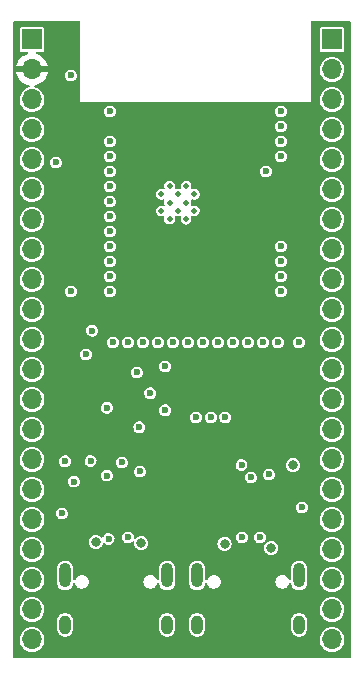
<source format=gbr>
%TF.GenerationSoftware,KiCad,Pcbnew,(6.0.10)*%
%TF.CreationDate,2023-01-22T23:50:18+10:00*%
%TF.ProjectId,ESP32-S3-Breakout,45535033-322d-4533-932d-427265616b6f,rev?*%
%TF.SameCoordinates,Original*%
%TF.FileFunction,Copper,L3,Inr*%
%TF.FilePolarity,Positive*%
%FSLAX46Y46*%
G04 Gerber Fmt 4.6, Leading zero omitted, Abs format (unit mm)*
G04 Created by KiCad (PCBNEW (6.0.10)) date 2023-01-22 23:50:18*
%MOMM*%
%LPD*%
G01*
G04 APERTURE LIST*
%TA.AperFunction,ComponentPad*%
%ADD10O,1.000000X2.100000*%
%TD*%
%TA.AperFunction,ComponentPad*%
%ADD11O,1.000000X1.600000*%
%TD*%
%TA.AperFunction,ComponentPad*%
%ADD12C,0.500000*%
%TD*%
%TA.AperFunction,ComponentPad*%
%ADD13R,1.700000X1.700000*%
%TD*%
%TA.AperFunction,ComponentPad*%
%ADD14O,1.700000X1.700000*%
%TD*%
%TA.AperFunction,ViaPad*%
%ADD15C,0.600000*%
%TD*%
%TA.AperFunction,ViaPad*%
%ADD16C,0.800000*%
%TD*%
G04 APERTURE END LIST*
D10*
%TO.N,GND*%
%TO.C,J1*%
X98808000Y-121584000D03*
D11*
X90168000Y-125764000D03*
D10*
X90168000Y-121584000D03*
D11*
X98808000Y-125764000D03*
%TD*%
D12*
%TO.N,GND*%
%TO.C,U3*%
X87143000Y-90716000D03*
X88543000Y-89316000D03*
X89243000Y-90016000D03*
X87143000Y-89316000D03*
X88543000Y-90716000D03*
X89243000Y-88616000D03*
X89243000Y-91416000D03*
X87843000Y-91416000D03*
X89943000Y-90716000D03*
X87843000Y-88616000D03*
X87843000Y-90016000D03*
X89943000Y-89316000D03*
%TD*%
D10*
%TO.N,GND*%
%TO.C,J2*%
X78992000Y-121584000D03*
D11*
X87632000Y-125764000D03*
X78992000Y-125764000D03*
D10*
X87632000Y-121584000D03*
%TD*%
D13*
%TO.N,GND*%
%TO.C,J3*%
X76200000Y-76200000D03*
D14*
%TO.N,+3V3*%
X76200000Y-78740000D03*
%TO.N,/EN*%
X76200000Y-81280000D03*
%TO.N,/IO4*%
X76200000Y-83820000D03*
%TO.N,/IO5*%
X76200000Y-86360000D03*
%TO.N,/IO6*%
X76200000Y-88900000D03*
%TO.N,/IO7*%
X76200000Y-91440000D03*
%TO.N,/IO15*%
X76200000Y-93980000D03*
%TO.N,/IO16*%
X76200000Y-96520000D03*
%TO.N,/IO17*%
X76200000Y-99060000D03*
%TO.N,/IO18*%
X76200000Y-101600000D03*
%TO.N,/IO8*%
X76200000Y-104140000D03*
%TO.N,/IO19*%
X76200000Y-106680000D03*
%TO.N,/IO20*%
X76200000Y-109220000D03*
%TO.N,/IO3*%
X76200000Y-111760000D03*
%TO.N,/IO46*%
X76200000Y-114300000D03*
%TO.N,/IO9*%
X76200000Y-116840000D03*
%TO.N,/IO10*%
X76200000Y-119380000D03*
%TO.N,/IO11*%
X76200000Y-121920000D03*
%TO.N,/IO12*%
X76200000Y-124460000D03*
%TO.N,+5V*%
X76200000Y-127000000D03*
%TD*%
D13*
%TO.N,GND*%
%TO.C,J4*%
X101600000Y-76200000D03*
D14*
%TO.N,/IO1*%
X101600000Y-78740000D03*
%TO.N,/IO2*%
X101600000Y-81280000D03*
%TO.N,/TXD0*%
X101600000Y-83820000D03*
%TO.N,/RXD0*%
X101600000Y-86360000D03*
%TO.N,/IO42*%
X101600000Y-88900000D03*
%TO.N,/IO41*%
X101600000Y-91440000D03*
%TO.N,/IO40*%
X101600000Y-93980000D03*
%TO.N,/IO39*%
X101600000Y-96520000D03*
%TO.N,/IO38*%
X101600000Y-99060000D03*
%TO.N,/IO37*%
X101600000Y-101600000D03*
%TO.N,/IO36*%
X101600000Y-104140000D03*
%TO.N,/IO35*%
X101600000Y-106680000D03*
%TO.N,/IO0*%
X101600000Y-109220000D03*
%TO.N,/IO45*%
X101600000Y-111760000D03*
%TO.N,/IO48*%
X101600000Y-114300000D03*
%TO.N,/IO47*%
X101600000Y-116840000D03*
%TO.N,/IO21*%
X101600000Y-119380000D03*
%TO.N,/IO14*%
X101600000Y-121920000D03*
%TO.N,/IO13*%
X101600000Y-124460000D03*
%TO.N,+5V*%
X101600000Y-127000000D03*
%TD*%
D15*
%TO.N,+3V3*%
X81534000Y-102108000D03*
X88739100Y-106934000D03*
X90009100Y-111760000D03*
X78740000Y-102870000D03*
%TO.N,GND*%
X90076900Y-108204000D03*
X79502000Y-79248000D03*
X94742000Y-113284000D03*
X79502000Y-97536000D03*
X78740000Y-116332000D03*
X99060000Y-115824000D03*
X80772000Y-102870000D03*
X87469100Y-103886000D03*
X82550000Y-113123100D03*
X78232000Y-86614000D03*
X82804000Y-82296000D03*
X81153000Y-111887000D03*
X97282000Y-82296000D03*
%TO.N,/IO15*%
X82804000Y-91186000D03*
%TO.N,/IO16*%
X82804000Y-92456000D03*
%TO.N,/EN*%
X87469100Y-107602900D03*
X82550000Y-107391200D03*
X82804000Y-84836000D03*
X85344000Y-112776000D03*
D16*
%TO.N,+5V*%
X98300000Y-112251100D03*
D15*
X79756000Y-113631100D03*
X78994000Y-111920900D03*
%TO.N,/USB_UART_D+*%
X95504000Y-118364000D03*
X93980000Y-118364000D03*
%TO.N,/IO20*%
X81293000Y-100851000D03*
%TO.N,/IO19*%
X82804000Y-97536000D03*
%TO.N,Net-(Q1-Pad1)*%
X83820000Y-112014000D03*
X86199100Y-106157179D03*
%TO.N,Net-(Q2-Pad1)*%
X85090000Y-104394000D03*
X85283000Y-109027000D03*
%TO.N,/IO0*%
X93935958Y-112223958D03*
X98806000Y-101854000D03*
X96266000Y-113030000D03*
%TO.N,/IO4*%
X82804000Y-86106000D03*
%TO.N,/IO5*%
X82804000Y-87376000D03*
%TO.N,/IO6*%
X82804000Y-88646000D03*
%TO.N,/IO7*%
X82804000Y-89916000D03*
%TO.N,/IO17*%
X82804000Y-93726000D03*
%TO.N,/IO18*%
X82804000Y-94996000D03*
%TO.N,/IO8*%
X82804000Y-96266000D03*
%TO.N,/IO3*%
X83058000Y-101854000D03*
%TO.N,/IO46*%
X84328000Y-101854000D03*
%TO.N,/IO9*%
X85598000Y-101854000D03*
%TO.N,/IO10*%
X86868000Y-101854000D03*
%TO.N,/IO11*%
X88138000Y-101854000D03*
%TO.N,/IO12*%
X89408000Y-101854000D03*
%TO.N,/IO13*%
X90678000Y-101854000D03*
%TO.N,/IO14*%
X91948000Y-101854000D03*
%TO.N,/IO21*%
X93218000Y-101854000D03*
%TO.N,/IO47*%
X94488000Y-101854000D03*
%TO.N,/IO48*%
X95758000Y-101854000D03*
%TO.N,/IO45*%
X97028000Y-101854000D03*
%TO.N,/IO35*%
X97282000Y-97536000D03*
%TO.N,/IO36*%
X97282000Y-96266000D03*
%TO.N,/IO37*%
X97282000Y-94996000D03*
%TO.N,/IO38*%
X97282000Y-93726000D03*
%TO.N,/RXD0*%
X96012000Y-87376000D03*
X91346900Y-108204000D03*
%TO.N,/TXD0*%
X92549100Y-108204000D03*
X97282000Y-86106000D03*
%TO.N,/IO2*%
X97282000Y-84836000D03*
%TO.N,/IO1*%
X97282000Y-83566000D03*
%TO.N,/USB_D+*%
X82677000Y-118491000D03*
X84328000Y-118364000D03*
D16*
%TO.N,/VBUS1*%
X96450000Y-119250000D03*
X92500000Y-118900000D03*
%TO.N,/VBUS2*%
X85450000Y-118850000D03*
X81600000Y-118750000D03*
%TD*%
%TA.AperFunction,Conductor*%
%TO.N,+3V3*%
G36*
X80223191Y-74641407D02*
G01*
X80259155Y-74690907D01*
X80264000Y-74721500D01*
X80264000Y-81534000D01*
X99822000Y-81534000D01*
X99822000Y-81265262D01*
X100544520Y-81265262D01*
X100561759Y-81470553D01*
X100618544Y-81668586D01*
X100712712Y-81851818D01*
X100840677Y-82013270D01*
X100844357Y-82016402D01*
X100844359Y-82016404D01*
X100957017Y-82112283D01*
X100997564Y-82146791D01*
X101001787Y-82149151D01*
X101001791Y-82149154D01*
X101041342Y-82171258D01*
X101177398Y-82247297D01*
X101181996Y-82248791D01*
X101368724Y-82309463D01*
X101368726Y-82309464D01*
X101373329Y-82310959D01*
X101577894Y-82335351D01*
X101582716Y-82334980D01*
X101582719Y-82334980D01*
X101650541Y-82329761D01*
X101783300Y-82319546D01*
X101981725Y-82264145D01*
X101986038Y-82261966D01*
X101986044Y-82261964D01*
X102161289Y-82173441D01*
X102161291Y-82173440D01*
X102165610Y-82171258D01*
X102186247Y-82155135D01*
X102324135Y-82047406D01*
X102324139Y-82047402D01*
X102327951Y-82044424D01*
X102350425Y-82018388D01*
X102438616Y-81916216D01*
X102462564Y-81888472D01*
X102481231Y-81855613D01*
X102561934Y-81713550D01*
X102561935Y-81713547D01*
X102564323Y-81709344D01*
X102577882Y-81668586D01*
X102627824Y-81518454D01*
X102627824Y-81518452D01*
X102629351Y-81513863D01*
X102655171Y-81309474D01*
X102655583Y-81280000D01*
X102635480Y-81074970D01*
X102575935Y-80877749D01*
X102479218Y-80695849D01*
X102349011Y-80536200D01*
X102190275Y-80404882D01*
X102009055Y-80306897D01*
X101945855Y-80287333D01*
X101816875Y-80247407D01*
X101816871Y-80247406D01*
X101812254Y-80245977D01*
X101807446Y-80245472D01*
X101807443Y-80245471D01*
X101612185Y-80224949D01*
X101612183Y-80224949D01*
X101607369Y-80224443D01*
X101554877Y-80229220D01*
X101407022Y-80242675D01*
X101407017Y-80242676D01*
X101402203Y-80243114D01*
X101204572Y-80301280D01*
X101200288Y-80303519D01*
X101200287Y-80303520D01*
X101189428Y-80309197D01*
X101022002Y-80396726D01*
X101018231Y-80399758D01*
X100865220Y-80522781D01*
X100865217Y-80522783D01*
X100861447Y-80525815D01*
X100858333Y-80529526D01*
X100858332Y-80529527D01*
X100849585Y-80539952D01*
X100729024Y-80683630D01*
X100726689Y-80687878D01*
X100726688Y-80687879D01*
X100719955Y-80700126D01*
X100629776Y-80864162D01*
X100567484Y-81060532D01*
X100566944Y-81065344D01*
X100566944Y-81065345D01*
X100565865Y-81074970D01*
X100544520Y-81265262D01*
X99822000Y-81265262D01*
X99822000Y-78725262D01*
X100544520Y-78725262D01*
X100561759Y-78930553D01*
X100563092Y-78935201D01*
X100563092Y-78935202D01*
X100614094Y-79113066D01*
X100618544Y-79128586D01*
X100712712Y-79311818D01*
X100840677Y-79473270D01*
X100844357Y-79476402D01*
X100844359Y-79476404D01*
X100920638Y-79541322D01*
X100997564Y-79606791D01*
X101001787Y-79609151D01*
X101001791Y-79609154D01*
X101058303Y-79640737D01*
X101177398Y-79707297D01*
X101181996Y-79708791D01*
X101368724Y-79769463D01*
X101368726Y-79769464D01*
X101373329Y-79770959D01*
X101577894Y-79795351D01*
X101582716Y-79794980D01*
X101582719Y-79794980D01*
X101650541Y-79789761D01*
X101783300Y-79779546D01*
X101981725Y-79724145D01*
X101986038Y-79721966D01*
X101986044Y-79721964D01*
X102161289Y-79633441D01*
X102161291Y-79633440D01*
X102165610Y-79631258D01*
X102172295Y-79626035D01*
X102324135Y-79507406D01*
X102324139Y-79507402D01*
X102327951Y-79504424D01*
X102462564Y-79348472D01*
X102481231Y-79315613D01*
X102561934Y-79173550D01*
X102561935Y-79173547D01*
X102564323Y-79169344D01*
X102570340Y-79151258D01*
X102627824Y-78978454D01*
X102627824Y-78978452D01*
X102629351Y-78973863D01*
X102642856Y-78866963D01*
X102652706Y-78788985D01*
X102655171Y-78769474D01*
X102655583Y-78740000D01*
X102635480Y-78534970D01*
X102575935Y-78337749D01*
X102479218Y-78155849D01*
X102349011Y-77996200D01*
X102247227Y-77911997D01*
X102194002Y-77867965D01*
X102194000Y-77867964D01*
X102190275Y-77864882D01*
X102009055Y-77766897D01*
X101925069Y-77740899D01*
X101816875Y-77707407D01*
X101816871Y-77707406D01*
X101812254Y-77705977D01*
X101807446Y-77705472D01*
X101807443Y-77705471D01*
X101612185Y-77684949D01*
X101612183Y-77684949D01*
X101607369Y-77684443D01*
X101547354Y-77689905D01*
X101407022Y-77702675D01*
X101407017Y-77702676D01*
X101402203Y-77703114D01*
X101204572Y-77761280D01*
X101200288Y-77763519D01*
X101200287Y-77763520D01*
X101189428Y-77769197D01*
X101022002Y-77856726D01*
X101018231Y-77859758D01*
X100865220Y-77982781D01*
X100865217Y-77982783D01*
X100861447Y-77985815D01*
X100858333Y-77989526D01*
X100858332Y-77989527D01*
X100849585Y-77999952D01*
X100729024Y-78143630D01*
X100726689Y-78147878D01*
X100726688Y-78147879D01*
X100719955Y-78160126D01*
X100629776Y-78324162D01*
X100567484Y-78520532D01*
X100566944Y-78525344D01*
X100566944Y-78525345D01*
X100565865Y-78534970D01*
X100544520Y-78725262D01*
X99822000Y-78725262D01*
X99822000Y-77069748D01*
X100549500Y-77069748D01*
X100561133Y-77128231D01*
X100605448Y-77194552D01*
X100671769Y-77238867D01*
X100681332Y-77240769D01*
X100681334Y-77240770D01*
X100704005Y-77245279D01*
X100730252Y-77250500D01*
X102469748Y-77250500D01*
X102495995Y-77245279D01*
X102518666Y-77240770D01*
X102518668Y-77240769D01*
X102528231Y-77238867D01*
X102594552Y-77194552D01*
X102638867Y-77128231D01*
X102650500Y-77069748D01*
X102650500Y-75330252D01*
X102638867Y-75271769D01*
X102594552Y-75205448D01*
X102528231Y-75161133D01*
X102518668Y-75159231D01*
X102518666Y-75159230D01*
X102495995Y-75154721D01*
X102469748Y-75149500D01*
X100730252Y-75149500D01*
X100704005Y-75154721D01*
X100681334Y-75159230D01*
X100681332Y-75159231D01*
X100671769Y-75161133D01*
X100605448Y-75205448D01*
X100561133Y-75271769D01*
X100549500Y-75330252D01*
X100549500Y-77069748D01*
X99822000Y-77069748D01*
X99822000Y-74721500D01*
X99840907Y-74663309D01*
X99890407Y-74627345D01*
X99921000Y-74622500D01*
X103078500Y-74622500D01*
X103136691Y-74641407D01*
X103172655Y-74690907D01*
X103177500Y-74721500D01*
X103177500Y-128478500D01*
X103158593Y-128536691D01*
X103109093Y-128572655D01*
X103078500Y-128577500D01*
X74721500Y-128577500D01*
X74663309Y-128558593D01*
X74627345Y-128509093D01*
X74622500Y-128478500D01*
X74622500Y-126985262D01*
X75144520Y-126985262D01*
X75161759Y-127190553D01*
X75218544Y-127388586D01*
X75312712Y-127571818D01*
X75440677Y-127733270D01*
X75444357Y-127736402D01*
X75444359Y-127736404D01*
X75557017Y-127832283D01*
X75597564Y-127866791D01*
X75601787Y-127869151D01*
X75601791Y-127869154D01*
X75641342Y-127891258D01*
X75777398Y-127967297D01*
X75781996Y-127968791D01*
X75968724Y-128029463D01*
X75968726Y-128029464D01*
X75973329Y-128030959D01*
X76177894Y-128055351D01*
X76182716Y-128054980D01*
X76182719Y-128054980D01*
X76250541Y-128049761D01*
X76383300Y-128039546D01*
X76581725Y-127984145D01*
X76586038Y-127981966D01*
X76586044Y-127981964D01*
X76761289Y-127893441D01*
X76761291Y-127893440D01*
X76765610Y-127891258D01*
X76800943Y-127863653D01*
X76924135Y-127767406D01*
X76924139Y-127767402D01*
X76927951Y-127764424D01*
X77062564Y-127608472D01*
X77081231Y-127575613D01*
X77161934Y-127433550D01*
X77161935Y-127433547D01*
X77164323Y-127429344D01*
X77177882Y-127388586D01*
X77227824Y-127238454D01*
X77227824Y-127238452D01*
X77229351Y-127233863D01*
X77255171Y-127029474D01*
X77255583Y-127000000D01*
X77254138Y-126985262D01*
X100544520Y-126985262D01*
X100561759Y-127190553D01*
X100618544Y-127388586D01*
X100712712Y-127571818D01*
X100840677Y-127733270D01*
X100844357Y-127736402D01*
X100844359Y-127736404D01*
X100957017Y-127832283D01*
X100997564Y-127866791D01*
X101001787Y-127869151D01*
X101001791Y-127869154D01*
X101041342Y-127891258D01*
X101177398Y-127967297D01*
X101181996Y-127968791D01*
X101368724Y-128029463D01*
X101368726Y-128029464D01*
X101373329Y-128030959D01*
X101577894Y-128055351D01*
X101582716Y-128054980D01*
X101582719Y-128054980D01*
X101650541Y-128049761D01*
X101783300Y-128039546D01*
X101981725Y-127984145D01*
X101986038Y-127981966D01*
X101986044Y-127981964D01*
X102161289Y-127893441D01*
X102161291Y-127893440D01*
X102165610Y-127891258D01*
X102200943Y-127863653D01*
X102324135Y-127767406D01*
X102324139Y-127767402D01*
X102327951Y-127764424D01*
X102462564Y-127608472D01*
X102481231Y-127575613D01*
X102561934Y-127433550D01*
X102561935Y-127433547D01*
X102564323Y-127429344D01*
X102577882Y-127388586D01*
X102627824Y-127238454D01*
X102627824Y-127238452D01*
X102629351Y-127233863D01*
X102655171Y-127029474D01*
X102655583Y-127000000D01*
X102635480Y-126794970D01*
X102626164Y-126764112D01*
X102600125Y-126677869D01*
X102575935Y-126597749D01*
X102479218Y-126415849D01*
X102349011Y-126256200D01*
X102332790Y-126242781D01*
X102194002Y-126127965D01*
X102194000Y-126127964D01*
X102190275Y-126124882D01*
X102009055Y-126026897D01*
X101945855Y-126007333D01*
X101816875Y-125967407D01*
X101816871Y-125967406D01*
X101812254Y-125965977D01*
X101807446Y-125965472D01*
X101807443Y-125965471D01*
X101612185Y-125944949D01*
X101612183Y-125944949D01*
X101607369Y-125944443D01*
X101547354Y-125949905D01*
X101407022Y-125962675D01*
X101407017Y-125962676D01*
X101402203Y-125963114D01*
X101204572Y-126021280D01*
X101200288Y-126023519D01*
X101200287Y-126023520D01*
X101189428Y-126029197D01*
X101022002Y-126116726D01*
X101018231Y-126119758D01*
X100865220Y-126242781D01*
X100865217Y-126242783D01*
X100861447Y-126245815D01*
X100858333Y-126249526D01*
X100858332Y-126249527D01*
X100849585Y-126259952D01*
X100729024Y-126403630D01*
X100726689Y-126407878D01*
X100726688Y-126407879D01*
X100719955Y-126420126D01*
X100629776Y-126584162D01*
X100628313Y-126588775D01*
X100628311Y-126588779D01*
X100585805Y-126722776D01*
X100567484Y-126780532D01*
X100566944Y-126785344D01*
X100566944Y-126785345D01*
X100565865Y-126794970D01*
X100544520Y-126985262D01*
X77254138Y-126985262D01*
X77235480Y-126794970D01*
X77226164Y-126764112D01*
X77200125Y-126677869D01*
X77175935Y-126597749D01*
X77079218Y-126415849D01*
X76949011Y-126256200D01*
X76932790Y-126242781D01*
X76794002Y-126127965D01*
X76794000Y-126127964D01*
X76790275Y-126124882D01*
X76756308Y-126106516D01*
X78291500Y-126106516D01*
X78306724Y-126232320D01*
X78366655Y-126390923D01*
X78370035Y-126395840D01*
X78370036Y-126395843D01*
X78447279Y-126508231D01*
X78462688Y-126530651D01*
X78589279Y-126643440D01*
X78739119Y-126722776D01*
X78821339Y-126743428D01*
X78897769Y-126762627D01*
X78897772Y-126762627D01*
X78903559Y-126764081D01*
X78989159Y-126764529D01*
X79067139Y-126764938D01*
X79067141Y-126764938D01*
X79073105Y-126764969D01*
X79078901Y-126763577D01*
X79078905Y-126763577D01*
X79186297Y-126737793D01*
X79237968Y-126725388D01*
X79313299Y-126686507D01*
X79383325Y-126650364D01*
X79383327Y-126650362D01*
X79388631Y-126647625D01*
X79516396Y-126536169D01*
X79603597Y-126412095D01*
X79610456Y-126402335D01*
X79610456Y-126402334D01*
X79613887Y-126397453D01*
X79675476Y-126239487D01*
X79692500Y-126110174D01*
X79692500Y-126106516D01*
X86931500Y-126106516D01*
X86946724Y-126232320D01*
X87006655Y-126390923D01*
X87010035Y-126395840D01*
X87010036Y-126395843D01*
X87087279Y-126508231D01*
X87102688Y-126530651D01*
X87229279Y-126643440D01*
X87379119Y-126722776D01*
X87461339Y-126743428D01*
X87537769Y-126762627D01*
X87537772Y-126762627D01*
X87543559Y-126764081D01*
X87629159Y-126764529D01*
X87707139Y-126764938D01*
X87707141Y-126764938D01*
X87713105Y-126764969D01*
X87718901Y-126763577D01*
X87718905Y-126763577D01*
X87826297Y-126737793D01*
X87877968Y-126725388D01*
X87953299Y-126686507D01*
X88023325Y-126650364D01*
X88023327Y-126650362D01*
X88028631Y-126647625D01*
X88156396Y-126536169D01*
X88243597Y-126412095D01*
X88250456Y-126402335D01*
X88250456Y-126402334D01*
X88253887Y-126397453D01*
X88315476Y-126239487D01*
X88332500Y-126110174D01*
X88332500Y-126106516D01*
X89467500Y-126106516D01*
X89482724Y-126232320D01*
X89542655Y-126390923D01*
X89546035Y-126395840D01*
X89546036Y-126395843D01*
X89623279Y-126508231D01*
X89638688Y-126530651D01*
X89765279Y-126643440D01*
X89915119Y-126722776D01*
X89997339Y-126743428D01*
X90073769Y-126762627D01*
X90073772Y-126762627D01*
X90079559Y-126764081D01*
X90165159Y-126764529D01*
X90243139Y-126764938D01*
X90243141Y-126764938D01*
X90249105Y-126764969D01*
X90254901Y-126763577D01*
X90254905Y-126763577D01*
X90362297Y-126737793D01*
X90413968Y-126725388D01*
X90489299Y-126686507D01*
X90559325Y-126650364D01*
X90559327Y-126650362D01*
X90564631Y-126647625D01*
X90692396Y-126536169D01*
X90779597Y-126412095D01*
X90786456Y-126402335D01*
X90786456Y-126402334D01*
X90789887Y-126397453D01*
X90851476Y-126239487D01*
X90868500Y-126110174D01*
X90868500Y-126106516D01*
X98107500Y-126106516D01*
X98122724Y-126232320D01*
X98182655Y-126390923D01*
X98186035Y-126395840D01*
X98186036Y-126395843D01*
X98263279Y-126508231D01*
X98278688Y-126530651D01*
X98405279Y-126643440D01*
X98555119Y-126722776D01*
X98637339Y-126743428D01*
X98713769Y-126762627D01*
X98713772Y-126762627D01*
X98719559Y-126764081D01*
X98805159Y-126764529D01*
X98883139Y-126764938D01*
X98883141Y-126764938D01*
X98889105Y-126764969D01*
X98894901Y-126763577D01*
X98894905Y-126763577D01*
X99002297Y-126737793D01*
X99053968Y-126725388D01*
X99129299Y-126686507D01*
X99199325Y-126650364D01*
X99199327Y-126650362D01*
X99204631Y-126647625D01*
X99332396Y-126536169D01*
X99419597Y-126412095D01*
X99426456Y-126402335D01*
X99426456Y-126402334D01*
X99429887Y-126397453D01*
X99491476Y-126239487D01*
X99508500Y-126110174D01*
X99508500Y-125421484D01*
X99493276Y-125295680D01*
X99433345Y-125137077D01*
X99388714Y-125072138D01*
X99340692Y-125002267D01*
X99337312Y-124997349D01*
X99210721Y-124884560D01*
X99060881Y-124805224D01*
X98978661Y-124784571D01*
X98902231Y-124765373D01*
X98902228Y-124765373D01*
X98896441Y-124763919D01*
X98810841Y-124763471D01*
X98732861Y-124763062D01*
X98732859Y-124763062D01*
X98726895Y-124763031D01*
X98721099Y-124764423D01*
X98721095Y-124764423D01*
X98613703Y-124790207D01*
X98562032Y-124802612D01*
X98486700Y-124841494D01*
X98416675Y-124877636D01*
X98416673Y-124877638D01*
X98411369Y-124880375D01*
X98283604Y-124991831D01*
X98280173Y-124996713D01*
X98280172Y-124996714D01*
X98232700Y-125064260D01*
X98186113Y-125130547D01*
X98183945Y-125136108D01*
X98149512Y-125224424D01*
X98124524Y-125288513D01*
X98107500Y-125417826D01*
X98107500Y-126106516D01*
X90868500Y-126106516D01*
X90868500Y-125421484D01*
X90853276Y-125295680D01*
X90793345Y-125137077D01*
X90748714Y-125072138D01*
X90700692Y-125002267D01*
X90697312Y-124997349D01*
X90570721Y-124884560D01*
X90420881Y-124805224D01*
X90338661Y-124784571D01*
X90262231Y-124765373D01*
X90262228Y-124765373D01*
X90256441Y-124763919D01*
X90170841Y-124763471D01*
X90092861Y-124763062D01*
X90092859Y-124763062D01*
X90086895Y-124763031D01*
X90081099Y-124764423D01*
X90081095Y-124764423D01*
X89973703Y-124790207D01*
X89922032Y-124802612D01*
X89846700Y-124841494D01*
X89776675Y-124877636D01*
X89776673Y-124877638D01*
X89771369Y-124880375D01*
X89643604Y-124991831D01*
X89640173Y-124996713D01*
X89640172Y-124996714D01*
X89592700Y-125064260D01*
X89546113Y-125130547D01*
X89543945Y-125136108D01*
X89509512Y-125224424D01*
X89484524Y-125288513D01*
X89467500Y-125417826D01*
X89467500Y-126106516D01*
X88332500Y-126106516D01*
X88332500Y-125421484D01*
X88317276Y-125295680D01*
X88257345Y-125137077D01*
X88212714Y-125072138D01*
X88164692Y-125002267D01*
X88161312Y-124997349D01*
X88034721Y-124884560D01*
X87884881Y-124805224D01*
X87802661Y-124784571D01*
X87726231Y-124765373D01*
X87726228Y-124765373D01*
X87720441Y-124763919D01*
X87634841Y-124763471D01*
X87556861Y-124763062D01*
X87556859Y-124763062D01*
X87550895Y-124763031D01*
X87545099Y-124764423D01*
X87545095Y-124764423D01*
X87437703Y-124790207D01*
X87386032Y-124802612D01*
X87310700Y-124841494D01*
X87240675Y-124877636D01*
X87240673Y-124877638D01*
X87235369Y-124880375D01*
X87107604Y-124991831D01*
X87104173Y-124996713D01*
X87104172Y-124996714D01*
X87056700Y-125064260D01*
X87010113Y-125130547D01*
X87007945Y-125136108D01*
X86973512Y-125224424D01*
X86948524Y-125288513D01*
X86931500Y-125417826D01*
X86931500Y-126106516D01*
X79692500Y-126106516D01*
X79692500Y-125421484D01*
X79677276Y-125295680D01*
X79617345Y-125137077D01*
X79572714Y-125072138D01*
X79524692Y-125002267D01*
X79521312Y-124997349D01*
X79394721Y-124884560D01*
X79244881Y-124805224D01*
X79162661Y-124784571D01*
X79086231Y-124765373D01*
X79086228Y-124765373D01*
X79080441Y-124763919D01*
X78994841Y-124763471D01*
X78916861Y-124763062D01*
X78916859Y-124763062D01*
X78910895Y-124763031D01*
X78905099Y-124764423D01*
X78905095Y-124764423D01*
X78797703Y-124790207D01*
X78746032Y-124802612D01*
X78670700Y-124841494D01*
X78600675Y-124877636D01*
X78600673Y-124877638D01*
X78595369Y-124880375D01*
X78467604Y-124991831D01*
X78464173Y-124996713D01*
X78464172Y-124996714D01*
X78416700Y-125064260D01*
X78370113Y-125130547D01*
X78367945Y-125136108D01*
X78333512Y-125224424D01*
X78308524Y-125288513D01*
X78291500Y-125417826D01*
X78291500Y-126106516D01*
X76756308Y-126106516D01*
X76609055Y-126026897D01*
X76545855Y-126007333D01*
X76416875Y-125967407D01*
X76416871Y-125967406D01*
X76412254Y-125965977D01*
X76407446Y-125965472D01*
X76407443Y-125965471D01*
X76212185Y-125944949D01*
X76212183Y-125944949D01*
X76207369Y-125944443D01*
X76147354Y-125949905D01*
X76007022Y-125962675D01*
X76007017Y-125962676D01*
X76002203Y-125963114D01*
X75804572Y-126021280D01*
X75800288Y-126023519D01*
X75800287Y-126023520D01*
X75789428Y-126029197D01*
X75622002Y-126116726D01*
X75618231Y-126119758D01*
X75465220Y-126242781D01*
X75465217Y-126242783D01*
X75461447Y-126245815D01*
X75458333Y-126249526D01*
X75458332Y-126249527D01*
X75449585Y-126259952D01*
X75329024Y-126403630D01*
X75326689Y-126407878D01*
X75326688Y-126407879D01*
X75319955Y-126420126D01*
X75229776Y-126584162D01*
X75228313Y-126588775D01*
X75228311Y-126588779D01*
X75185805Y-126722776D01*
X75167484Y-126780532D01*
X75166944Y-126785344D01*
X75166944Y-126785345D01*
X75165865Y-126794970D01*
X75144520Y-126985262D01*
X74622500Y-126985262D01*
X74622500Y-124445262D01*
X75144520Y-124445262D01*
X75161759Y-124650553D01*
X75163092Y-124655201D01*
X75163092Y-124655202D01*
X75206147Y-124805351D01*
X75218544Y-124848586D01*
X75312712Y-125031818D01*
X75440677Y-125193270D01*
X75444357Y-125196402D01*
X75444359Y-125196404D01*
X75546053Y-125282952D01*
X75597564Y-125326791D01*
X75601787Y-125329151D01*
X75601791Y-125329154D01*
X75641342Y-125351258D01*
X75777398Y-125427297D01*
X75781996Y-125428791D01*
X75968724Y-125489463D01*
X75968726Y-125489464D01*
X75973329Y-125490959D01*
X76177894Y-125515351D01*
X76182716Y-125514980D01*
X76182719Y-125514980D01*
X76250541Y-125509761D01*
X76383300Y-125499546D01*
X76581725Y-125444145D01*
X76586038Y-125441966D01*
X76586044Y-125441964D01*
X76761289Y-125353441D01*
X76761291Y-125353440D01*
X76765610Y-125351258D01*
X76800943Y-125323653D01*
X76924135Y-125227406D01*
X76924139Y-125227402D01*
X76927951Y-125224424D01*
X77062564Y-125068472D01*
X77081231Y-125035613D01*
X77161934Y-124893550D01*
X77161935Y-124893547D01*
X77164323Y-124889344D01*
X77165915Y-124884560D01*
X77227824Y-124698454D01*
X77227824Y-124698452D01*
X77229351Y-124693863D01*
X77255171Y-124489474D01*
X77255583Y-124460000D01*
X77254138Y-124445262D01*
X100544520Y-124445262D01*
X100561759Y-124650553D01*
X100563092Y-124655201D01*
X100563092Y-124655202D01*
X100606147Y-124805351D01*
X100618544Y-124848586D01*
X100712712Y-125031818D01*
X100840677Y-125193270D01*
X100844357Y-125196402D01*
X100844359Y-125196404D01*
X100946053Y-125282952D01*
X100997564Y-125326791D01*
X101001787Y-125329151D01*
X101001791Y-125329154D01*
X101041342Y-125351258D01*
X101177398Y-125427297D01*
X101181996Y-125428791D01*
X101368724Y-125489463D01*
X101368726Y-125489464D01*
X101373329Y-125490959D01*
X101577894Y-125515351D01*
X101582716Y-125514980D01*
X101582719Y-125514980D01*
X101650541Y-125509761D01*
X101783300Y-125499546D01*
X101981725Y-125444145D01*
X101986038Y-125441966D01*
X101986044Y-125441964D01*
X102161289Y-125353441D01*
X102161291Y-125353440D01*
X102165610Y-125351258D01*
X102200943Y-125323653D01*
X102324135Y-125227406D01*
X102324139Y-125227402D01*
X102327951Y-125224424D01*
X102462564Y-125068472D01*
X102481231Y-125035613D01*
X102561934Y-124893550D01*
X102561935Y-124893547D01*
X102564323Y-124889344D01*
X102565915Y-124884560D01*
X102627824Y-124698454D01*
X102627824Y-124698452D01*
X102629351Y-124693863D01*
X102655171Y-124489474D01*
X102655583Y-124460000D01*
X102635480Y-124254970D01*
X102575935Y-124057749D01*
X102479218Y-123875849D01*
X102349011Y-123716200D01*
X102190275Y-123584882D01*
X102009055Y-123486897D01*
X101945855Y-123467333D01*
X101816875Y-123427407D01*
X101816871Y-123427406D01*
X101812254Y-123425977D01*
X101807446Y-123425472D01*
X101807443Y-123425471D01*
X101612185Y-123404949D01*
X101612183Y-123404949D01*
X101607369Y-123404443D01*
X101547354Y-123409905D01*
X101407022Y-123422675D01*
X101407017Y-123422676D01*
X101402203Y-123423114D01*
X101204572Y-123481280D01*
X101200288Y-123483519D01*
X101200287Y-123483520D01*
X101189428Y-123489197D01*
X101022002Y-123576726D01*
X101018231Y-123579758D01*
X100865220Y-123702781D01*
X100865217Y-123702783D01*
X100861447Y-123705815D01*
X100858333Y-123709526D01*
X100858332Y-123709527D01*
X100849585Y-123719952D01*
X100729024Y-123863630D01*
X100726689Y-123867878D01*
X100726688Y-123867879D01*
X100719955Y-123880126D01*
X100629776Y-124044162D01*
X100567484Y-124240532D01*
X100566944Y-124245344D01*
X100566944Y-124245345D01*
X100565865Y-124254970D01*
X100544520Y-124445262D01*
X77254138Y-124445262D01*
X77235480Y-124254970D01*
X77175935Y-124057749D01*
X77079218Y-123875849D01*
X76949011Y-123716200D01*
X76790275Y-123584882D01*
X76609055Y-123486897D01*
X76545855Y-123467333D01*
X76416875Y-123427407D01*
X76416871Y-123427406D01*
X76412254Y-123425977D01*
X76407446Y-123425472D01*
X76407443Y-123425471D01*
X76212185Y-123404949D01*
X76212183Y-123404949D01*
X76207369Y-123404443D01*
X76147354Y-123409905D01*
X76007022Y-123422675D01*
X76007017Y-123422676D01*
X76002203Y-123423114D01*
X75804572Y-123481280D01*
X75800288Y-123483519D01*
X75800287Y-123483520D01*
X75789428Y-123489197D01*
X75622002Y-123576726D01*
X75618231Y-123579758D01*
X75465220Y-123702781D01*
X75465217Y-123702783D01*
X75461447Y-123705815D01*
X75458333Y-123709526D01*
X75458332Y-123709527D01*
X75449585Y-123719952D01*
X75329024Y-123863630D01*
X75326689Y-123867878D01*
X75326688Y-123867879D01*
X75319955Y-123880126D01*
X75229776Y-124044162D01*
X75167484Y-124240532D01*
X75166944Y-124245344D01*
X75166944Y-124245345D01*
X75165865Y-124254970D01*
X75144520Y-124445262D01*
X74622500Y-124445262D01*
X74622500Y-121905262D01*
X75144520Y-121905262D01*
X75161759Y-122110553D01*
X75163092Y-122115201D01*
X75163092Y-122115202D01*
X75209216Y-122276054D01*
X75218544Y-122308586D01*
X75312712Y-122491818D01*
X75440677Y-122653270D01*
X75444357Y-122656402D01*
X75444359Y-122656404D01*
X75511683Y-122713701D01*
X75597564Y-122786791D01*
X75601787Y-122789151D01*
X75601791Y-122789154D01*
X75683768Y-122834969D01*
X75777398Y-122887297D01*
X75781996Y-122888791D01*
X75968724Y-122949463D01*
X75968726Y-122949464D01*
X75973329Y-122950959D01*
X76177894Y-122975351D01*
X76182716Y-122974980D01*
X76182719Y-122974980D01*
X76250541Y-122969761D01*
X76383300Y-122959546D01*
X76581725Y-122904145D01*
X76586038Y-122901966D01*
X76586044Y-122901964D01*
X76761289Y-122813441D01*
X76761291Y-122813440D01*
X76765610Y-122811258D01*
X76881950Y-122720364D01*
X76924135Y-122687406D01*
X76924139Y-122687402D01*
X76927951Y-122684424D01*
X77062564Y-122528472D01*
X77064957Y-122524260D01*
X77161934Y-122353550D01*
X77161935Y-122353547D01*
X77164323Y-122349344D01*
X77177882Y-122308586D01*
X77221816Y-122176516D01*
X78291500Y-122176516D01*
X78294274Y-122199443D01*
X78302414Y-122266702D01*
X78306724Y-122302320D01*
X78366655Y-122460923D01*
X78370035Y-122465840D01*
X78370036Y-122465843D01*
X78410317Y-122524451D01*
X78462688Y-122600651D01*
X78589279Y-122713440D01*
X78739119Y-122792776D01*
X78812698Y-122811258D01*
X78897769Y-122832627D01*
X78897772Y-122832627D01*
X78903559Y-122834081D01*
X78989159Y-122834529D01*
X79067139Y-122834938D01*
X79067141Y-122834938D01*
X79073105Y-122834969D01*
X79078901Y-122833577D01*
X79078905Y-122833577D01*
X79186297Y-122807793D01*
X79237968Y-122795388D01*
X79313299Y-122756507D01*
X79383325Y-122720364D01*
X79383327Y-122720362D01*
X79388631Y-122717625D01*
X79516396Y-122606169D01*
X79571052Y-122528402D01*
X79610456Y-122472335D01*
X79610456Y-122472334D01*
X79613887Y-122467453D01*
X79659936Y-122349344D01*
X79673308Y-122315048D01*
X79673308Y-122315047D01*
X79675476Y-122309487D01*
X79676591Y-122301018D01*
X79677283Y-122299568D01*
X79677740Y-122297787D01*
X79678089Y-122297877D01*
X79702932Y-122245793D01*
X79756703Y-122216598D01*
X79817365Y-122224584D01*
X79861747Y-122266702D01*
X79866208Y-122276054D01*
X79916819Y-122398240D01*
X79916821Y-122398244D01*
X79919302Y-122404233D01*
X79923248Y-122409375D01*
X79923250Y-122409379D01*
X79983201Y-122487508D01*
X80011549Y-122524451D01*
X80016698Y-122528402D01*
X80126621Y-122612750D01*
X80126625Y-122612752D01*
X80131767Y-122616698D01*
X80137756Y-122619179D01*
X80137760Y-122619181D01*
X80227625Y-122656404D01*
X80271764Y-122674687D01*
X80384280Y-122689500D01*
X80459720Y-122689500D01*
X80572236Y-122674687D01*
X80616375Y-122656404D01*
X80706240Y-122619181D01*
X80706244Y-122619179D01*
X80712233Y-122616698D01*
X80717375Y-122612752D01*
X80717379Y-122612750D01*
X80827302Y-122528402D01*
X80832451Y-122524451D01*
X80860799Y-122487508D01*
X80920750Y-122409379D01*
X80920752Y-122409375D01*
X80924698Y-122404233D01*
X80927179Y-122398244D01*
X80927181Y-122398240D01*
X80980203Y-122270233D01*
X80982687Y-122264236D01*
X81002466Y-122114000D01*
X85621534Y-122114000D01*
X85641313Y-122264236D01*
X85643797Y-122270233D01*
X85696819Y-122398240D01*
X85696821Y-122398244D01*
X85699302Y-122404233D01*
X85703248Y-122409375D01*
X85703250Y-122409379D01*
X85763201Y-122487508D01*
X85791549Y-122524451D01*
X85796698Y-122528402D01*
X85906621Y-122612750D01*
X85906625Y-122612752D01*
X85911767Y-122616698D01*
X85917756Y-122619179D01*
X85917760Y-122619181D01*
X86007625Y-122656404D01*
X86051764Y-122674687D01*
X86164280Y-122689500D01*
X86239720Y-122689500D01*
X86352236Y-122674687D01*
X86396375Y-122656404D01*
X86486240Y-122619181D01*
X86486244Y-122619179D01*
X86492233Y-122616698D01*
X86497375Y-122612752D01*
X86497379Y-122612750D01*
X86607302Y-122528402D01*
X86612451Y-122524451D01*
X86640799Y-122487508D01*
X86700750Y-122409379D01*
X86700752Y-122409375D01*
X86704698Y-122404233D01*
X86707179Y-122398244D01*
X86707181Y-122398240D01*
X86757238Y-122277391D01*
X86796975Y-122230866D01*
X86856470Y-122216582D01*
X86912998Y-122239997D01*
X86944844Y-122291661D01*
X86946007Y-122296397D01*
X86946724Y-122302320D01*
X86948833Y-122307900D01*
X86948833Y-122307902D01*
X86962759Y-122344755D01*
X87006655Y-122460923D01*
X87010035Y-122465840D01*
X87010036Y-122465843D01*
X87050317Y-122524451D01*
X87102688Y-122600651D01*
X87229279Y-122713440D01*
X87379119Y-122792776D01*
X87452698Y-122811258D01*
X87537769Y-122832627D01*
X87537772Y-122832627D01*
X87543559Y-122834081D01*
X87629159Y-122834529D01*
X87707139Y-122834938D01*
X87707141Y-122834938D01*
X87713105Y-122834969D01*
X87718901Y-122833577D01*
X87718905Y-122833577D01*
X87826297Y-122807793D01*
X87877968Y-122795388D01*
X87953299Y-122756507D01*
X88023325Y-122720364D01*
X88023327Y-122720362D01*
X88028631Y-122717625D01*
X88156396Y-122606169D01*
X88211052Y-122528402D01*
X88250456Y-122472335D01*
X88250456Y-122472334D01*
X88253887Y-122467453D01*
X88299936Y-122349344D01*
X88313308Y-122315048D01*
X88313308Y-122315047D01*
X88315476Y-122309487D01*
X88317005Y-122297877D01*
X88332077Y-122183387D01*
X88332500Y-122180174D01*
X88332500Y-122176516D01*
X89467500Y-122176516D01*
X89470274Y-122199443D01*
X89478414Y-122266702D01*
X89482724Y-122302320D01*
X89542655Y-122460923D01*
X89546035Y-122465840D01*
X89546036Y-122465843D01*
X89586317Y-122524451D01*
X89638688Y-122600651D01*
X89765279Y-122713440D01*
X89915119Y-122792776D01*
X89988698Y-122811258D01*
X90073769Y-122832627D01*
X90073772Y-122832627D01*
X90079559Y-122834081D01*
X90165159Y-122834529D01*
X90243139Y-122834938D01*
X90243141Y-122834938D01*
X90249105Y-122834969D01*
X90254901Y-122833577D01*
X90254905Y-122833577D01*
X90362297Y-122807793D01*
X90413968Y-122795388D01*
X90489299Y-122756507D01*
X90559325Y-122720364D01*
X90559327Y-122720362D01*
X90564631Y-122717625D01*
X90692396Y-122606169D01*
X90747052Y-122528402D01*
X90786456Y-122472335D01*
X90786456Y-122472334D01*
X90789887Y-122467453D01*
X90835936Y-122349344D01*
X90849308Y-122315048D01*
X90849308Y-122315047D01*
X90851476Y-122309487D01*
X90852591Y-122301018D01*
X90853283Y-122299568D01*
X90853740Y-122297787D01*
X90854089Y-122297877D01*
X90878932Y-122245793D01*
X90932703Y-122216598D01*
X90993365Y-122224584D01*
X91037747Y-122266702D01*
X91042208Y-122276054D01*
X91092819Y-122398240D01*
X91092821Y-122398244D01*
X91095302Y-122404233D01*
X91099248Y-122409375D01*
X91099250Y-122409379D01*
X91159201Y-122487508D01*
X91187549Y-122524451D01*
X91192698Y-122528402D01*
X91302621Y-122612750D01*
X91302625Y-122612752D01*
X91307767Y-122616698D01*
X91313756Y-122619179D01*
X91313760Y-122619181D01*
X91403625Y-122656404D01*
X91447764Y-122674687D01*
X91560280Y-122689500D01*
X91635720Y-122689500D01*
X91748236Y-122674687D01*
X91792375Y-122656404D01*
X91882240Y-122619181D01*
X91882244Y-122619179D01*
X91888233Y-122616698D01*
X91893375Y-122612752D01*
X91893379Y-122612750D01*
X92003302Y-122528402D01*
X92008451Y-122524451D01*
X92036799Y-122487508D01*
X92096750Y-122409379D01*
X92096752Y-122409375D01*
X92100698Y-122404233D01*
X92103179Y-122398244D01*
X92103181Y-122398240D01*
X92156203Y-122270233D01*
X92158687Y-122264236D01*
X92178466Y-122114000D01*
X96797534Y-122114000D01*
X96817313Y-122264236D01*
X96819797Y-122270233D01*
X96872819Y-122398240D01*
X96872821Y-122398244D01*
X96875302Y-122404233D01*
X96879248Y-122409375D01*
X96879250Y-122409379D01*
X96939201Y-122487508D01*
X96967549Y-122524451D01*
X96972698Y-122528402D01*
X97082621Y-122612750D01*
X97082625Y-122612752D01*
X97087767Y-122616698D01*
X97093756Y-122619179D01*
X97093760Y-122619181D01*
X97183625Y-122656404D01*
X97227764Y-122674687D01*
X97340280Y-122689500D01*
X97415720Y-122689500D01*
X97528236Y-122674687D01*
X97572375Y-122656404D01*
X97662240Y-122619181D01*
X97662244Y-122619179D01*
X97668233Y-122616698D01*
X97673375Y-122612752D01*
X97673379Y-122612750D01*
X97783302Y-122528402D01*
X97788451Y-122524451D01*
X97816799Y-122487508D01*
X97876750Y-122409379D01*
X97876752Y-122409375D01*
X97880698Y-122404233D01*
X97883179Y-122398244D01*
X97883181Y-122398240D01*
X97933238Y-122277391D01*
X97972975Y-122230866D01*
X98032470Y-122216582D01*
X98088998Y-122239997D01*
X98120844Y-122291661D01*
X98122007Y-122296397D01*
X98122724Y-122302320D01*
X98124833Y-122307900D01*
X98124833Y-122307902D01*
X98138759Y-122344755D01*
X98182655Y-122460923D01*
X98186035Y-122465840D01*
X98186036Y-122465843D01*
X98226317Y-122524451D01*
X98278688Y-122600651D01*
X98405279Y-122713440D01*
X98555119Y-122792776D01*
X98628698Y-122811258D01*
X98713769Y-122832627D01*
X98713772Y-122832627D01*
X98719559Y-122834081D01*
X98805159Y-122834529D01*
X98883139Y-122834938D01*
X98883141Y-122834938D01*
X98889105Y-122834969D01*
X98894901Y-122833577D01*
X98894905Y-122833577D01*
X99002297Y-122807793D01*
X99053968Y-122795388D01*
X99129299Y-122756507D01*
X99199325Y-122720364D01*
X99199327Y-122720362D01*
X99204631Y-122717625D01*
X99332396Y-122606169D01*
X99387052Y-122528402D01*
X99426456Y-122472335D01*
X99426456Y-122472334D01*
X99429887Y-122467453D01*
X99475936Y-122349344D01*
X99489308Y-122315048D01*
X99489308Y-122315047D01*
X99491476Y-122309487D01*
X99493005Y-122297877D01*
X99508077Y-122183387D01*
X99508500Y-122180174D01*
X99508500Y-121905262D01*
X100544520Y-121905262D01*
X100561759Y-122110553D01*
X100563092Y-122115201D01*
X100563092Y-122115202D01*
X100609216Y-122276054D01*
X100618544Y-122308586D01*
X100712712Y-122491818D01*
X100840677Y-122653270D01*
X100844357Y-122656402D01*
X100844359Y-122656404D01*
X100911683Y-122713701D01*
X100997564Y-122786791D01*
X101001787Y-122789151D01*
X101001791Y-122789154D01*
X101083768Y-122834969D01*
X101177398Y-122887297D01*
X101181996Y-122888791D01*
X101368724Y-122949463D01*
X101368726Y-122949464D01*
X101373329Y-122950959D01*
X101577894Y-122975351D01*
X101582716Y-122974980D01*
X101582719Y-122974980D01*
X101650541Y-122969761D01*
X101783300Y-122959546D01*
X101981725Y-122904145D01*
X101986038Y-122901966D01*
X101986044Y-122901964D01*
X102161289Y-122813441D01*
X102161291Y-122813440D01*
X102165610Y-122811258D01*
X102281950Y-122720364D01*
X102324135Y-122687406D01*
X102324139Y-122687402D01*
X102327951Y-122684424D01*
X102462564Y-122528472D01*
X102464957Y-122524260D01*
X102561934Y-122353550D01*
X102561935Y-122353547D01*
X102564323Y-122349344D01*
X102577882Y-122308586D01*
X102627824Y-122158454D01*
X102627824Y-122158452D01*
X102629351Y-122153863D01*
X102655171Y-121949474D01*
X102655583Y-121920000D01*
X102653667Y-121900454D01*
X102635952Y-121719780D01*
X102635951Y-121719776D01*
X102635480Y-121714970D01*
X102633587Y-121708698D01*
X102577333Y-121522380D01*
X102575935Y-121517749D01*
X102479218Y-121335849D01*
X102349011Y-121176200D01*
X102190275Y-121044882D01*
X102009055Y-120946897D01*
X101945855Y-120927333D01*
X101816875Y-120887407D01*
X101816871Y-120887406D01*
X101812254Y-120885977D01*
X101807446Y-120885472D01*
X101807443Y-120885471D01*
X101612185Y-120864949D01*
X101612183Y-120864949D01*
X101607369Y-120864443D01*
X101547354Y-120869905D01*
X101407022Y-120882675D01*
X101407017Y-120882676D01*
X101402203Y-120883114D01*
X101204572Y-120941280D01*
X101200288Y-120943519D01*
X101200287Y-120943520D01*
X101189428Y-120949197D01*
X101022002Y-121036726D01*
X101018231Y-121039758D01*
X100865220Y-121162781D01*
X100865217Y-121162783D01*
X100861447Y-121165815D01*
X100858333Y-121169526D01*
X100858332Y-121169527D01*
X100849585Y-121179952D01*
X100729024Y-121323630D01*
X100726689Y-121327878D01*
X100726688Y-121327879D01*
X100719955Y-121340126D01*
X100629776Y-121504162D01*
X100567484Y-121700532D01*
X100566944Y-121705344D01*
X100566944Y-121705345D01*
X100548071Y-121873608D01*
X100544520Y-121905262D01*
X99508500Y-121905262D01*
X99508500Y-120991484D01*
X99503104Y-120946897D01*
X99493993Y-120871602D01*
X99493992Y-120871599D01*
X99493276Y-120865680D01*
X99433345Y-120707077D01*
X99337312Y-120567349D01*
X99210721Y-120454560D01*
X99060881Y-120375224D01*
X98978661Y-120354572D01*
X98902231Y-120335373D01*
X98902228Y-120335373D01*
X98896441Y-120333919D01*
X98810841Y-120333471D01*
X98732861Y-120333062D01*
X98732859Y-120333062D01*
X98726895Y-120333031D01*
X98721099Y-120334423D01*
X98721095Y-120334423D01*
X98613703Y-120360207D01*
X98562032Y-120372612D01*
X98490635Y-120409463D01*
X98416675Y-120447636D01*
X98416673Y-120447638D01*
X98411369Y-120450375D01*
X98283604Y-120561831D01*
X98186113Y-120700547D01*
X98124524Y-120858513D01*
X98123745Y-120864428D01*
X98123745Y-120864429D01*
X98123677Y-120864949D01*
X98107500Y-120987826D01*
X98107500Y-121873608D01*
X98088593Y-121931799D01*
X98039093Y-121967763D01*
X97977907Y-121967763D01*
X97928407Y-121931799D01*
X97917036Y-121911494D01*
X97883181Y-121829760D01*
X97883179Y-121829756D01*
X97880698Y-121823767D01*
X97876752Y-121818625D01*
X97876750Y-121818621D01*
X97792402Y-121708698D01*
X97788451Y-121703549D01*
X97778505Y-121695917D01*
X97673379Y-121615250D01*
X97673375Y-121615248D01*
X97668233Y-121611302D01*
X97662244Y-121608821D01*
X97662240Y-121608819D01*
X97534233Y-121555797D01*
X97528236Y-121553313D01*
X97415720Y-121538500D01*
X97340280Y-121538500D01*
X97227764Y-121553313D01*
X97221767Y-121555797D01*
X97093760Y-121608819D01*
X97093756Y-121608821D01*
X97087767Y-121611302D01*
X97082625Y-121615248D01*
X97082621Y-121615250D01*
X96977495Y-121695917D01*
X96967549Y-121703549D01*
X96963598Y-121708698D01*
X96879250Y-121818621D01*
X96879248Y-121818625D01*
X96875302Y-121823767D01*
X96872821Y-121829756D01*
X96872819Y-121829760D01*
X96823475Y-121948888D01*
X96817313Y-121963764D01*
X96797534Y-122114000D01*
X92178466Y-122114000D01*
X92158687Y-121963764D01*
X92152525Y-121948888D01*
X92103181Y-121829760D01*
X92103179Y-121829756D01*
X92100698Y-121823767D01*
X92096752Y-121818625D01*
X92096750Y-121818621D01*
X92012402Y-121708698D01*
X92008451Y-121703549D01*
X91998505Y-121695917D01*
X91893379Y-121615250D01*
X91893375Y-121615248D01*
X91888233Y-121611302D01*
X91882244Y-121608821D01*
X91882240Y-121608819D01*
X91754233Y-121555797D01*
X91748236Y-121553313D01*
X91635720Y-121538500D01*
X91560280Y-121538500D01*
X91447764Y-121553313D01*
X91441767Y-121555797D01*
X91313760Y-121608819D01*
X91313756Y-121608821D01*
X91307767Y-121611302D01*
X91302625Y-121615248D01*
X91302621Y-121615250D01*
X91197495Y-121695917D01*
X91187549Y-121703549D01*
X91183598Y-121708698D01*
X91099250Y-121818621D01*
X91099248Y-121818625D01*
X91095302Y-121823767D01*
X91092821Y-121829756D01*
X91092819Y-121829760D01*
X91058964Y-121911494D01*
X91019227Y-121958020D01*
X90959732Y-121972303D01*
X90903204Y-121948888D01*
X90871235Y-121896719D01*
X90868500Y-121873608D01*
X90868500Y-120991484D01*
X90863104Y-120946897D01*
X90853993Y-120871602D01*
X90853992Y-120871599D01*
X90853276Y-120865680D01*
X90793345Y-120707077D01*
X90697312Y-120567349D01*
X90570721Y-120454560D01*
X90420881Y-120375224D01*
X90338661Y-120354572D01*
X90262231Y-120335373D01*
X90262228Y-120335373D01*
X90256441Y-120333919D01*
X90170841Y-120333471D01*
X90092861Y-120333062D01*
X90092859Y-120333062D01*
X90086895Y-120333031D01*
X90081099Y-120334423D01*
X90081095Y-120334423D01*
X89973703Y-120360207D01*
X89922032Y-120372612D01*
X89850635Y-120409463D01*
X89776675Y-120447636D01*
X89776673Y-120447638D01*
X89771369Y-120450375D01*
X89643604Y-120561831D01*
X89546113Y-120700547D01*
X89484524Y-120858513D01*
X89483745Y-120864428D01*
X89483745Y-120864429D01*
X89483677Y-120864949D01*
X89467500Y-120987826D01*
X89467500Y-122176516D01*
X88332500Y-122176516D01*
X88332500Y-120991484D01*
X88327104Y-120946897D01*
X88317993Y-120871602D01*
X88317992Y-120871599D01*
X88317276Y-120865680D01*
X88257345Y-120707077D01*
X88161312Y-120567349D01*
X88034721Y-120454560D01*
X87884881Y-120375224D01*
X87802661Y-120354572D01*
X87726231Y-120335373D01*
X87726228Y-120335373D01*
X87720441Y-120333919D01*
X87634841Y-120333471D01*
X87556861Y-120333062D01*
X87556859Y-120333062D01*
X87550895Y-120333031D01*
X87545099Y-120334423D01*
X87545095Y-120334423D01*
X87437703Y-120360207D01*
X87386032Y-120372612D01*
X87314635Y-120409463D01*
X87240675Y-120447636D01*
X87240673Y-120447638D01*
X87235369Y-120450375D01*
X87107604Y-120561831D01*
X87010113Y-120700547D01*
X86948524Y-120858513D01*
X86947745Y-120864428D01*
X86947745Y-120864429D01*
X86947677Y-120864949D01*
X86931500Y-120987826D01*
X86931500Y-121873608D01*
X86912593Y-121931799D01*
X86863093Y-121967763D01*
X86801907Y-121967763D01*
X86752407Y-121931799D01*
X86741036Y-121911494D01*
X86707181Y-121829760D01*
X86707179Y-121829756D01*
X86704698Y-121823767D01*
X86700752Y-121818625D01*
X86700750Y-121818621D01*
X86616402Y-121708698D01*
X86612451Y-121703549D01*
X86602505Y-121695917D01*
X86497379Y-121615250D01*
X86497375Y-121615248D01*
X86492233Y-121611302D01*
X86486244Y-121608821D01*
X86486240Y-121608819D01*
X86358233Y-121555797D01*
X86352236Y-121553313D01*
X86239720Y-121538500D01*
X86164280Y-121538500D01*
X86051764Y-121553313D01*
X86045767Y-121555797D01*
X85917760Y-121608819D01*
X85917756Y-121608821D01*
X85911767Y-121611302D01*
X85906625Y-121615248D01*
X85906621Y-121615250D01*
X85801495Y-121695917D01*
X85791549Y-121703549D01*
X85787598Y-121708698D01*
X85703250Y-121818621D01*
X85703248Y-121818625D01*
X85699302Y-121823767D01*
X85696821Y-121829756D01*
X85696819Y-121829760D01*
X85647475Y-121948888D01*
X85641313Y-121963764D01*
X85621534Y-122114000D01*
X81002466Y-122114000D01*
X80982687Y-121963764D01*
X80976525Y-121948888D01*
X80927181Y-121829760D01*
X80927179Y-121829756D01*
X80924698Y-121823767D01*
X80920752Y-121818625D01*
X80920750Y-121818621D01*
X80836402Y-121708698D01*
X80832451Y-121703549D01*
X80822505Y-121695917D01*
X80717379Y-121615250D01*
X80717375Y-121615248D01*
X80712233Y-121611302D01*
X80706244Y-121608821D01*
X80706240Y-121608819D01*
X80578233Y-121555797D01*
X80572236Y-121553313D01*
X80459720Y-121538500D01*
X80384280Y-121538500D01*
X80271764Y-121553313D01*
X80265767Y-121555797D01*
X80137760Y-121608819D01*
X80137756Y-121608821D01*
X80131767Y-121611302D01*
X80126625Y-121615248D01*
X80126621Y-121615250D01*
X80021495Y-121695917D01*
X80011549Y-121703549D01*
X80007598Y-121708698D01*
X79923250Y-121818621D01*
X79923248Y-121818625D01*
X79919302Y-121823767D01*
X79916821Y-121829756D01*
X79916819Y-121829760D01*
X79882964Y-121911494D01*
X79843227Y-121958020D01*
X79783732Y-121972303D01*
X79727204Y-121948888D01*
X79695235Y-121896719D01*
X79692500Y-121873608D01*
X79692500Y-120991484D01*
X79687104Y-120946897D01*
X79677993Y-120871602D01*
X79677992Y-120871599D01*
X79677276Y-120865680D01*
X79617345Y-120707077D01*
X79521312Y-120567349D01*
X79394721Y-120454560D01*
X79244881Y-120375224D01*
X79162661Y-120354572D01*
X79086231Y-120335373D01*
X79086228Y-120335373D01*
X79080441Y-120333919D01*
X78994841Y-120333471D01*
X78916861Y-120333062D01*
X78916859Y-120333062D01*
X78910895Y-120333031D01*
X78905099Y-120334423D01*
X78905095Y-120334423D01*
X78797703Y-120360207D01*
X78746032Y-120372612D01*
X78674635Y-120409463D01*
X78600675Y-120447636D01*
X78600673Y-120447638D01*
X78595369Y-120450375D01*
X78467604Y-120561831D01*
X78370113Y-120700547D01*
X78308524Y-120858513D01*
X78307745Y-120864428D01*
X78307745Y-120864429D01*
X78307677Y-120864949D01*
X78291500Y-120987826D01*
X78291500Y-122176516D01*
X77221816Y-122176516D01*
X77227824Y-122158454D01*
X77227824Y-122158452D01*
X77229351Y-122153863D01*
X77255171Y-121949474D01*
X77255583Y-121920000D01*
X77253667Y-121900454D01*
X77235952Y-121719780D01*
X77235951Y-121719776D01*
X77235480Y-121714970D01*
X77233587Y-121708698D01*
X77177333Y-121522380D01*
X77175935Y-121517749D01*
X77079218Y-121335849D01*
X76949011Y-121176200D01*
X76790275Y-121044882D01*
X76609055Y-120946897D01*
X76545855Y-120927333D01*
X76416875Y-120887407D01*
X76416871Y-120887406D01*
X76412254Y-120885977D01*
X76407446Y-120885472D01*
X76407443Y-120885471D01*
X76212185Y-120864949D01*
X76212183Y-120864949D01*
X76207369Y-120864443D01*
X76147354Y-120869905D01*
X76007022Y-120882675D01*
X76007017Y-120882676D01*
X76002203Y-120883114D01*
X75804572Y-120941280D01*
X75800288Y-120943519D01*
X75800287Y-120943520D01*
X75789428Y-120949197D01*
X75622002Y-121036726D01*
X75618231Y-121039758D01*
X75465220Y-121162781D01*
X75465217Y-121162783D01*
X75461447Y-121165815D01*
X75458333Y-121169526D01*
X75458332Y-121169527D01*
X75449585Y-121179952D01*
X75329024Y-121323630D01*
X75326689Y-121327878D01*
X75326688Y-121327879D01*
X75319955Y-121340126D01*
X75229776Y-121504162D01*
X75167484Y-121700532D01*
X75166944Y-121705344D01*
X75166944Y-121705345D01*
X75148071Y-121873608D01*
X75144520Y-121905262D01*
X74622500Y-121905262D01*
X74622500Y-119365262D01*
X75144520Y-119365262D01*
X75149706Y-119427019D01*
X75160272Y-119552841D01*
X75161759Y-119570553D01*
X75163092Y-119575201D01*
X75163092Y-119575202D01*
X75193784Y-119682236D01*
X75218544Y-119768586D01*
X75312712Y-119951818D01*
X75440677Y-120113270D01*
X75444357Y-120116402D01*
X75444359Y-120116404D01*
X75557017Y-120212283D01*
X75597564Y-120246791D01*
X75601787Y-120249151D01*
X75601791Y-120249154D01*
X75641342Y-120271258D01*
X75777398Y-120347297D01*
X75781996Y-120348791D01*
X75968724Y-120409463D01*
X75968726Y-120409464D01*
X75973329Y-120410959D01*
X76177894Y-120435351D01*
X76182716Y-120434980D01*
X76182719Y-120434980D01*
X76250541Y-120429761D01*
X76383300Y-120419546D01*
X76581725Y-120364145D01*
X76586038Y-120361966D01*
X76586044Y-120361964D01*
X76761289Y-120273441D01*
X76761291Y-120273440D01*
X76765610Y-120271258D01*
X76800943Y-120243653D01*
X76924135Y-120147406D01*
X76924139Y-120147402D01*
X76927951Y-120144424D01*
X77062564Y-119988472D01*
X77081231Y-119955613D01*
X77161934Y-119813550D01*
X77161935Y-119813547D01*
X77164323Y-119809344D01*
X77175077Y-119777019D01*
X77227824Y-119618454D01*
X77227824Y-119618452D01*
X77229351Y-119613863D01*
X77255171Y-119409474D01*
X77255583Y-119380000D01*
X77250007Y-119323129D01*
X77235952Y-119179780D01*
X77235951Y-119179776D01*
X77235480Y-119174970D01*
X77230354Y-119157990D01*
X77186505Y-119012759D01*
X77175935Y-118977749D01*
X77079218Y-118795849D01*
X77041824Y-118750000D01*
X80994318Y-118750000D01*
X81014956Y-118906762D01*
X81075464Y-119052841D01*
X81171718Y-119178282D01*
X81297159Y-119274536D01*
X81443238Y-119335044D01*
X81600000Y-119355682D01*
X81756762Y-119335044D01*
X81902841Y-119274536D01*
X82028282Y-119178282D01*
X82124536Y-119052841D01*
X82185044Y-118906762D01*
X82187563Y-118907805D01*
X82214613Y-118866128D01*
X82271729Y-118844186D01*
X82330833Y-118860006D01*
X82337717Y-118865268D01*
X82339970Y-118867948D01*
X82345841Y-118871856D01*
X82345842Y-118871857D01*
X82358143Y-118880045D01*
X82459313Y-118947390D01*
X82527777Y-118968779D01*
X82589425Y-118988039D01*
X82589426Y-118988039D01*
X82596157Y-118990142D01*
X82667828Y-118991456D01*
X82732445Y-118992641D01*
X82732447Y-118992641D01*
X82739499Y-118992770D01*
X82746302Y-118990915D01*
X82746304Y-118990915D01*
X82821503Y-118970413D01*
X82877817Y-118955060D01*
X82999991Y-118880045D01*
X83007403Y-118871857D01*
X83091468Y-118778982D01*
X83096200Y-118773754D01*
X83158710Y-118644733D01*
X83160987Y-118631203D01*
X83181862Y-118507124D01*
X83181862Y-118507120D01*
X83182496Y-118503354D01*
X83182647Y-118491000D01*
X83163575Y-118357823D01*
X83822391Y-118357823D01*
X83823306Y-118364820D01*
X83823306Y-118364821D01*
X83828621Y-118405468D01*
X83840980Y-118499979D01*
X83843821Y-118506435D01*
X83843821Y-118506436D01*
X83881475Y-118592010D01*
X83898720Y-118631203D01*
X83944845Y-118686075D01*
X83986431Y-118735549D01*
X83986434Y-118735551D01*
X83990970Y-118740948D01*
X83996841Y-118744856D01*
X83996842Y-118744857D01*
X84028544Y-118765960D01*
X84110313Y-118820390D01*
X84198424Y-118847917D01*
X84240425Y-118861039D01*
X84240426Y-118861039D01*
X84247157Y-118863142D01*
X84318828Y-118864456D01*
X84383445Y-118865641D01*
X84383447Y-118865641D01*
X84390499Y-118865770D01*
X84397302Y-118863915D01*
X84397304Y-118863915D01*
X84472503Y-118843413D01*
X84528817Y-118828060D01*
X84650991Y-118753045D01*
X84679184Y-118721897D01*
X84732251Y-118691443D01*
X84793084Y-118697997D01*
X84838447Y-118739056D01*
X84850735Y-118801254D01*
X84848000Y-118822032D01*
X84844318Y-118850000D01*
X84864956Y-119006762D01*
X84925464Y-119152841D01*
X85021718Y-119278282D01*
X85147159Y-119374536D01*
X85293238Y-119435044D01*
X85450000Y-119455682D01*
X85606762Y-119435044D01*
X85752841Y-119374536D01*
X85878282Y-119278282D01*
X85974536Y-119152841D01*
X86035044Y-119006762D01*
X86049099Y-118900000D01*
X91894318Y-118900000D01*
X91895165Y-118906434D01*
X91895998Y-118912759D01*
X91914956Y-119056762D01*
X91975464Y-119202841D01*
X92071718Y-119328282D01*
X92197159Y-119424536D01*
X92343238Y-119485044D01*
X92500000Y-119505682D01*
X92656762Y-119485044D01*
X92802841Y-119424536D01*
X92928282Y-119328282D01*
X92988350Y-119250000D01*
X95844318Y-119250000D01*
X95864956Y-119406762D01*
X95925464Y-119552841D01*
X96021718Y-119678282D01*
X96147159Y-119774536D01*
X96293238Y-119835044D01*
X96450000Y-119855682D01*
X96606762Y-119835044D01*
X96752841Y-119774536D01*
X96878282Y-119678282D01*
X96974536Y-119552841D01*
X97035044Y-119406762D01*
X97040508Y-119365262D01*
X100544520Y-119365262D01*
X100549706Y-119427019D01*
X100560272Y-119552841D01*
X100561759Y-119570553D01*
X100563092Y-119575201D01*
X100563092Y-119575202D01*
X100593784Y-119682236D01*
X100618544Y-119768586D01*
X100712712Y-119951818D01*
X100840677Y-120113270D01*
X100844357Y-120116402D01*
X100844359Y-120116404D01*
X100957017Y-120212283D01*
X100997564Y-120246791D01*
X101001787Y-120249151D01*
X101001791Y-120249154D01*
X101041342Y-120271258D01*
X101177398Y-120347297D01*
X101181996Y-120348791D01*
X101368724Y-120409463D01*
X101368726Y-120409464D01*
X101373329Y-120410959D01*
X101577894Y-120435351D01*
X101582716Y-120434980D01*
X101582719Y-120434980D01*
X101650541Y-120429761D01*
X101783300Y-120419546D01*
X101981725Y-120364145D01*
X101986038Y-120361966D01*
X101986044Y-120361964D01*
X102161289Y-120273441D01*
X102161291Y-120273440D01*
X102165610Y-120271258D01*
X102200943Y-120243653D01*
X102324135Y-120147406D01*
X102324139Y-120147402D01*
X102327951Y-120144424D01*
X102462564Y-119988472D01*
X102481231Y-119955613D01*
X102561934Y-119813550D01*
X102561935Y-119813547D01*
X102564323Y-119809344D01*
X102575077Y-119777019D01*
X102627824Y-119618454D01*
X102627824Y-119618452D01*
X102629351Y-119613863D01*
X102655171Y-119409474D01*
X102655583Y-119380000D01*
X102650007Y-119323129D01*
X102635952Y-119179780D01*
X102635951Y-119179776D01*
X102635480Y-119174970D01*
X102630354Y-119157990D01*
X102586505Y-119012759D01*
X102575935Y-118977749D01*
X102479218Y-118795849D01*
X102349011Y-118636200D01*
X102205809Y-118517733D01*
X102194002Y-118507965D01*
X102194000Y-118507964D01*
X102190275Y-118504882D01*
X102009055Y-118406897D01*
X101945855Y-118387333D01*
X101816875Y-118347407D01*
X101816871Y-118347406D01*
X101812254Y-118345977D01*
X101807446Y-118345472D01*
X101807443Y-118345471D01*
X101612185Y-118324949D01*
X101612183Y-118324949D01*
X101607369Y-118324443D01*
X101552734Y-118329415D01*
X101407022Y-118342675D01*
X101407017Y-118342676D01*
X101402203Y-118343114D01*
X101204572Y-118401280D01*
X101200288Y-118403519D01*
X101200287Y-118403520D01*
X101189428Y-118409197D01*
X101022002Y-118496726D01*
X101002506Y-118512401D01*
X100865220Y-118622781D01*
X100865217Y-118622783D01*
X100861447Y-118625815D01*
X100858333Y-118629526D01*
X100858332Y-118629527D01*
X100757517Y-118749674D01*
X100729024Y-118783630D01*
X100726689Y-118787878D01*
X100726688Y-118787879D01*
X100705252Y-118826871D01*
X100629776Y-118964162D01*
X100628313Y-118968775D01*
X100628311Y-118968779D01*
X100600012Y-119057990D01*
X100567484Y-119160532D01*
X100566944Y-119165344D01*
X100566944Y-119165345D01*
X100545595Y-119355682D01*
X100544520Y-119365262D01*
X97040508Y-119365262D01*
X97055682Y-119250000D01*
X97035044Y-119093238D01*
X96974536Y-118947159D01*
X96878282Y-118821718D01*
X96752841Y-118725464D01*
X96606762Y-118664956D01*
X96450000Y-118644318D01*
X96293238Y-118664956D01*
X96147159Y-118725464D01*
X96142010Y-118729415D01*
X96047925Y-118801608D01*
X95990249Y-118822032D01*
X95989844Y-118821912D01*
X95991525Y-118847917D01*
X95974137Y-118883727D01*
X95925464Y-118947159D01*
X95864956Y-119093238D01*
X95844318Y-119250000D01*
X92988350Y-119250000D01*
X93024536Y-119202841D01*
X93085044Y-119056762D01*
X93104002Y-118912759D01*
X93104835Y-118906434D01*
X93105682Y-118900000D01*
X93085044Y-118743238D01*
X93024536Y-118597159D01*
X92928282Y-118471718D01*
X92802841Y-118375464D01*
X92760252Y-118357823D01*
X93474391Y-118357823D01*
X93475306Y-118364820D01*
X93475306Y-118364821D01*
X93480621Y-118405468D01*
X93492980Y-118499979D01*
X93495821Y-118506435D01*
X93495821Y-118506436D01*
X93533475Y-118592010D01*
X93550720Y-118631203D01*
X93596845Y-118686075D01*
X93638431Y-118735549D01*
X93638434Y-118735551D01*
X93642970Y-118740948D01*
X93648841Y-118744856D01*
X93648842Y-118744857D01*
X93680544Y-118765960D01*
X93762313Y-118820390D01*
X93850424Y-118847917D01*
X93892425Y-118861039D01*
X93892426Y-118861039D01*
X93899157Y-118863142D01*
X93970828Y-118864456D01*
X94035445Y-118865641D01*
X94035447Y-118865641D01*
X94042499Y-118865770D01*
X94049302Y-118863915D01*
X94049304Y-118863915D01*
X94124503Y-118843413D01*
X94180817Y-118828060D01*
X94302991Y-118753045D01*
X94310403Y-118744857D01*
X94394468Y-118651982D01*
X94394469Y-118651981D01*
X94399200Y-118646754D01*
X94461710Y-118517733D01*
X94463354Y-118507965D01*
X94484862Y-118380124D01*
X94484862Y-118380120D01*
X94485496Y-118376354D01*
X94485546Y-118372309D01*
X94485600Y-118367826D01*
X94485600Y-118367825D01*
X94485647Y-118364000D01*
X94484762Y-118357823D01*
X94998391Y-118357823D01*
X94999306Y-118364820D01*
X94999306Y-118364821D01*
X95004621Y-118405468D01*
X95016980Y-118499979D01*
X95019821Y-118506435D01*
X95019821Y-118506436D01*
X95057475Y-118592010D01*
X95074720Y-118631203D01*
X95120845Y-118686075D01*
X95162431Y-118735549D01*
X95162434Y-118735551D01*
X95166970Y-118740948D01*
X95172841Y-118744856D01*
X95172842Y-118744857D01*
X95204544Y-118765960D01*
X95286313Y-118820390D01*
X95374424Y-118847917D01*
X95416425Y-118861039D01*
X95416426Y-118861039D01*
X95423157Y-118863142D01*
X95494828Y-118864456D01*
X95559445Y-118865641D01*
X95559447Y-118865641D01*
X95566499Y-118865770D01*
X95573302Y-118863915D01*
X95573304Y-118863915D01*
X95648503Y-118843413D01*
X95704817Y-118828060D01*
X95826991Y-118753045D01*
X95831726Y-118747814D01*
X95832356Y-118747291D01*
X95889206Y-118724669D01*
X95893542Y-118725774D01*
X95892735Y-118694948D01*
X95914263Y-118656627D01*
X95923200Y-118646754D01*
X95985710Y-118517733D01*
X95987354Y-118507965D01*
X96008862Y-118380124D01*
X96008862Y-118380120D01*
X96009496Y-118376354D01*
X96009546Y-118372309D01*
X96009600Y-118367826D01*
X96009600Y-118367825D01*
X96009647Y-118364000D01*
X95989323Y-118222082D01*
X95929984Y-118091572D01*
X95869582Y-118021472D01*
X95841005Y-117988307D01*
X95841004Y-117988306D01*
X95836400Y-117982963D01*
X95716095Y-117904985D01*
X95578739Y-117863907D01*
X95495497Y-117863398D01*
X95442427Y-117863074D01*
X95442426Y-117863074D01*
X95435376Y-117863031D01*
X95428599Y-117864968D01*
X95428598Y-117864968D01*
X95304309Y-117900490D01*
X95304307Y-117900491D01*
X95297529Y-117902428D01*
X95176280Y-117978930D01*
X95171613Y-117984214D01*
X95171611Y-117984216D01*
X95086044Y-118081103D01*
X95086042Y-118081105D01*
X95081377Y-118086388D01*
X95020447Y-118216163D01*
X95019362Y-118223132D01*
X95019361Y-118223135D01*
X95008147Y-118295165D01*
X94998391Y-118357823D01*
X94484762Y-118357823D01*
X94465323Y-118222082D01*
X94405984Y-118091572D01*
X94345582Y-118021472D01*
X94317005Y-117988307D01*
X94317004Y-117988306D01*
X94312400Y-117982963D01*
X94192095Y-117904985D01*
X94054739Y-117863907D01*
X93971497Y-117863398D01*
X93918427Y-117863074D01*
X93918426Y-117863074D01*
X93911376Y-117863031D01*
X93904599Y-117864968D01*
X93904598Y-117864968D01*
X93780309Y-117900490D01*
X93780307Y-117900491D01*
X93773529Y-117902428D01*
X93652280Y-117978930D01*
X93647613Y-117984214D01*
X93647611Y-117984216D01*
X93562044Y-118081103D01*
X93562042Y-118081105D01*
X93557377Y-118086388D01*
X93496447Y-118216163D01*
X93495362Y-118223132D01*
X93495361Y-118223135D01*
X93484147Y-118295165D01*
X93474391Y-118357823D01*
X92760252Y-118357823D01*
X92656762Y-118314956D01*
X92500000Y-118294318D01*
X92343238Y-118314956D01*
X92197159Y-118375464D01*
X92071718Y-118471718D01*
X91975464Y-118597159D01*
X91914956Y-118743238D01*
X91894318Y-118900000D01*
X86049099Y-118900000D01*
X86055682Y-118850000D01*
X86035044Y-118693238D01*
X85974536Y-118547159D01*
X85878282Y-118421718D01*
X85752841Y-118325464D01*
X85606762Y-118264956D01*
X85450000Y-118244318D01*
X85293238Y-118264956D01*
X85147159Y-118325464D01*
X85021718Y-118421718D01*
X85017764Y-118426871D01*
X85017762Y-118426873D01*
X85011057Y-118435611D01*
X84960632Y-118470267D01*
X84899468Y-118468664D01*
X84850927Y-118431416D01*
X84833523Y-118374132D01*
X84833600Y-118367825D01*
X84833647Y-118364000D01*
X84813323Y-118222082D01*
X84753984Y-118091572D01*
X84693582Y-118021472D01*
X84665005Y-117988307D01*
X84665004Y-117988306D01*
X84660400Y-117982963D01*
X84540095Y-117904985D01*
X84402739Y-117863907D01*
X84319497Y-117863398D01*
X84266427Y-117863074D01*
X84266426Y-117863074D01*
X84259376Y-117863031D01*
X84252599Y-117864968D01*
X84252598Y-117864968D01*
X84128309Y-117900490D01*
X84128307Y-117900491D01*
X84121529Y-117902428D01*
X84000280Y-117978930D01*
X83995613Y-117984214D01*
X83995611Y-117984216D01*
X83910044Y-118081103D01*
X83910042Y-118081105D01*
X83905377Y-118086388D01*
X83844447Y-118216163D01*
X83843362Y-118223132D01*
X83843361Y-118223135D01*
X83832147Y-118295165D01*
X83822391Y-118357823D01*
X83163575Y-118357823D01*
X83162323Y-118349082D01*
X83125203Y-118267440D01*
X83105905Y-118224996D01*
X83105904Y-118224995D01*
X83102984Y-118218572D01*
X83009400Y-118109963D01*
X82889095Y-118031985D01*
X82751739Y-117990907D01*
X82668497Y-117990398D01*
X82615427Y-117990074D01*
X82615426Y-117990074D01*
X82608376Y-117990031D01*
X82601599Y-117991968D01*
X82601598Y-117991968D01*
X82477309Y-118027490D01*
X82477307Y-118027491D01*
X82470529Y-118029428D01*
X82349280Y-118105930D01*
X82344613Y-118111214D01*
X82344611Y-118111216D01*
X82259044Y-118208103D01*
X82259042Y-118208105D01*
X82254377Y-118213388D01*
X82207088Y-118314109D01*
X82206128Y-118316154D01*
X82164283Y-118360792D01*
X82104191Y-118372309D01*
X82048806Y-118346305D01*
X82037973Y-118334347D01*
X82032237Y-118326872D01*
X82032236Y-118326871D01*
X82028282Y-118321718D01*
X81902841Y-118225464D01*
X81756762Y-118164956D01*
X81600000Y-118144318D01*
X81443238Y-118164956D01*
X81297159Y-118225464D01*
X81171718Y-118321718D01*
X81075464Y-118447159D01*
X81014956Y-118593238D01*
X81007222Y-118651982D01*
X80996221Y-118735549D01*
X80994318Y-118750000D01*
X77041824Y-118750000D01*
X76949011Y-118636200D01*
X76805809Y-118517733D01*
X76794002Y-118507965D01*
X76794000Y-118507964D01*
X76790275Y-118504882D01*
X76609055Y-118406897D01*
X76545855Y-118387333D01*
X76416875Y-118347407D01*
X76416871Y-118347406D01*
X76412254Y-118345977D01*
X76407446Y-118345472D01*
X76407443Y-118345471D01*
X76212185Y-118324949D01*
X76212183Y-118324949D01*
X76207369Y-118324443D01*
X76152734Y-118329415D01*
X76007022Y-118342675D01*
X76007017Y-118342676D01*
X76002203Y-118343114D01*
X75804572Y-118401280D01*
X75800288Y-118403519D01*
X75800287Y-118403520D01*
X75789428Y-118409197D01*
X75622002Y-118496726D01*
X75602506Y-118512401D01*
X75465220Y-118622781D01*
X75465217Y-118622783D01*
X75461447Y-118625815D01*
X75458333Y-118629526D01*
X75458332Y-118629527D01*
X75357517Y-118749674D01*
X75329024Y-118783630D01*
X75326689Y-118787878D01*
X75326688Y-118787879D01*
X75305252Y-118826871D01*
X75229776Y-118964162D01*
X75228313Y-118968775D01*
X75228311Y-118968779D01*
X75200012Y-119057990D01*
X75167484Y-119160532D01*
X75166944Y-119165344D01*
X75166944Y-119165345D01*
X75145595Y-119355682D01*
X75144520Y-119365262D01*
X74622500Y-119365262D01*
X74622500Y-116825262D01*
X75144520Y-116825262D01*
X75161759Y-117030553D01*
X75218544Y-117228586D01*
X75312712Y-117411818D01*
X75440677Y-117573270D01*
X75444357Y-117576402D01*
X75444359Y-117576404D01*
X75557017Y-117672283D01*
X75597564Y-117706791D01*
X75601787Y-117709151D01*
X75601791Y-117709154D01*
X75641342Y-117731258D01*
X75777398Y-117807297D01*
X75781996Y-117808791D01*
X75968724Y-117869463D01*
X75968726Y-117869464D01*
X75973329Y-117870959D01*
X76177894Y-117895351D01*
X76182716Y-117894980D01*
X76182719Y-117894980D01*
X76250541Y-117889761D01*
X76383300Y-117879546D01*
X76581725Y-117824145D01*
X76586038Y-117821966D01*
X76586044Y-117821964D01*
X76761289Y-117733441D01*
X76761291Y-117733440D01*
X76765610Y-117731258D01*
X76800943Y-117703653D01*
X76924135Y-117607406D01*
X76924139Y-117607402D01*
X76927951Y-117604424D01*
X77062564Y-117448472D01*
X77081231Y-117415613D01*
X77161934Y-117273550D01*
X77161935Y-117273547D01*
X77164323Y-117269344D01*
X77177882Y-117228586D01*
X77227824Y-117078454D01*
X77227824Y-117078452D01*
X77229351Y-117073863D01*
X77255171Y-116869474D01*
X77255583Y-116840000D01*
X77254960Y-116833641D01*
X77235952Y-116639780D01*
X77235951Y-116639776D01*
X77235480Y-116634970D01*
X77229377Y-116614754D01*
X77190422Y-116485733D01*
X77175935Y-116437749D01*
X77116423Y-116325823D01*
X78234391Y-116325823D01*
X78235306Y-116332820D01*
X78235306Y-116332821D01*
X78236814Y-116344354D01*
X78252980Y-116467979D01*
X78255821Y-116474435D01*
X78255821Y-116474436D01*
X78263586Y-116492082D01*
X78310720Y-116599203D01*
X78356845Y-116654076D01*
X78398431Y-116703549D01*
X78398434Y-116703551D01*
X78402970Y-116708948D01*
X78408841Y-116712856D01*
X78408842Y-116712857D01*
X78421143Y-116721045D01*
X78522313Y-116788390D01*
X78622920Y-116819821D01*
X78652425Y-116829039D01*
X78652426Y-116829039D01*
X78659157Y-116831142D01*
X78730828Y-116832456D01*
X78795445Y-116833641D01*
X78795447Y-116833641D01*
X78802499Y-116833770D01*
X78809302Y-116831915D01*
X78809304Y-116831915D01*
X78833706Y-116825262D01*
X100544520Y-116825262D01*
X100561759Y-117030553D01*
X100618544Y-117228586D01*
X100712712Y-117411818D01*
X100840677Y-117573270D01*
X100844357Y-117576402D01*
X100844359Y-117576404D01*
X100957017Y-117672283D01*
X100997564Y-117706791D01*
X101001787Y-117709151D01*
X101001791Y-117709154D01*
X101041342Y-117731258D01*
X101177398Y-117807297D01*
X101181996Y-117808791D01*
X101368724Y-117869463D01*
X101368726Y-117869464D01*
X101373329Y-117870959D01*
X101577894Y-117895351D01*
X101582716Y-117894980D01*
X101582719Y-117894980D01*
X101650541Y-117889761D01*
X101783300Y-117879546D01*
X101981725Y-117824145D01*
X101986038Y-117821966D01*
X101986044Y-117821964D01*
X102161289Y-117733441D01*
X102161291Y-117733440D01*
X102165610Y-117731258D01*
X102200943Y-117703653D01*
X102324135Y-117607406D01*
X102324139Y-117607402D01*
X102327951Y-117604424D01*
X102462564Y-117448472D01*
X102481231Y-117415613D01*
X102561934Y-117273550D01*
X102561935Y-117273547D01*
X102564323Y-117269344D01*
X102577882Y-117228586D01*
X102627824Y-117078454D01*
X102627824Y-117078452D01*
X102629351Y-117073863D01*
X102655171Y-116869474D01*
X102655583Y-116840000D01*
X102654960Y-116833641D01*
X102635952Y-116639780D01*
X102635951Y-116639776D01*
X102635480Y-116634970D01*
X102629377Y-116614754D01*
X102590422Y-116485733D01*
X102575935Y-116437749D01*
X102479218Y-116255849D01*
X102349011Y-116096200D01*
X102306185Y-116060771D01*
X102194002Y-115967965D01*
X102194000Y-115967964D01*
X102190275Y-115964882D01*
X102016577Y-115870964D01*
X102013309Y-115869197D01*
X102013308Y-115869197D01*
X102009055Y-115866897D01*
X101945855Y-115847333D01*
X101816875Y-115807407D01*
X101816871Y-115807406D01*
X101812254Y-115805977D01*
X101807446Y-115805472D01*
X101807443Y-115805471D01*
X101612185Y-115784949D01*
X101612183Y-115784949D01*
X101607369Y-115784443D01*
X101547354Y-115789905D01*
X101407022Y-115802675D01*
X101407017Y-115802676D01*
X101402203Y-115803114D01*
X101204572Y-115861280D01*
X101200288Y-115863519D01*
X101200287Y-115863520D01*
X101179876Y-115874191D01*
X101022002Y-115956726D01*
X101002506Y-115972401D01*
X100865220Y-116082781D01*
X100865217Y-116082783D01*
X100861447Y-116085815D01*
X100858333Y-116089526D01*
X100858332Y-116089527D01*
X100761559Y-116204857D01*
X100729024Y-116243630D01*
X100726689Y-116247878D01*
X100726688Y-116247879D01*
X100704598Y-116288060D01*
X100629776Y-116424162D01*
X100628313Y-116428775D01*
X100628311Y-116428779D01*
X100576298Y-116592747D01*
X100567484Y-116620532D01*
X100566944Y-116625344D01*
X100566944Y-116625345D01*
X100547588Y-116797914D01*
X100544520Y-116825262D01*
X78833706Y-116825262D01*
X78884503Y-116811413D01*
X78940817Y-116796060D01*
X79062991Y-116721045D01*
X79070403Y-116712857D01*
X79154468Y-116619982D01*
X79159200Y-116614754D01*
X79221710Y-116485733D01*
X79225875Y-116460982D01*
X79244862Y-116348124D01*
X79244862Y-116348120D01*
X79245496Y-116344354D01*
X79245647Y-116332000D01*
X79225323Y-116190082D01*
X79184344Y-116099952D01*
X79168905Y-116065996D01*
X79168904Y-116065995D01*
X79165984Y-116059572D01*
X79087050Y-115967965D01*
X79077005Y-115956307D01*
X79077004Y-115956306D01*
X79072400Y-115950963D01*
X78952095Y-115872985D01*
X78814739Y-115831907D01*
X78731497Y-115831398D01*
X78678427Y-115831074D01*
X78678426Y-115831074D01*
X78671376Y-115831031D01*
X78664599Y-115832968D01*
X78664598Y-115832968D01*
X78540309Y-115868490D01*
X78540307Y-115868491D01*
X78533529Y-115870428D01*
X78412280Y-115946930D01*
X78407613Y-115952214D01*
X78407611Y-115952216D01*
X78322044Y-116049103D01*
X78322042Y-116049105D01*
X78317377Y-116054388D01*
X78256447Y-116184163D01*
X78255362Y-116191132D01*
X78255361Y-116191135D01*
X78245870Y-116252095D01*
X78234391Y-116325823D01*
X77116423Y-116325823D01*
X77079218Y-116255849D01*
X76949011Y-116096200D01*
X76906185Y-116060771D01*
X76794002Y-115967965D01*
X76794000Y-115967964D01*
X76790275Y-115964882D01*
X76616577Y-115870964D01*
X76613309Y-115869197D01*
X76613308Y-115869197D01*
X76609055Y-115866897D01*
X76545855Y-115847333D01*
X76450524Y-115817823D01*
X98554391Y-115817823D01*
X98555306Y-115824820D01*
X98555306Y-115824821D01*
X98560621Y-115865468D01*
X98572980Y-115959979D01*
X98575821Y-115966435D01*
X98575821Y-115966436D01*
X98619629Y-116065996D01*
X98630720Y-116091203D01*
X98643792Y-116106754D01*
X98718431Y-116195549D01*
X98718434Y-116195551D01*
X98722970Y-116200948D01*
X98728841Y-116204856D01*
X98728842Y-116204857D01*
X98741143Y-116213045D01*
X98842313Y-116280390D01*
X98942920Y-116311821D01*
X98972425Y-116321039D01*
X98972426Y-116321039D01*
X98979157Y-116323142D01*
X99050828Y-116324456D01*
X99115445Y-116325641D01*
X99115447Y-116325641D01*
X99122499Y-116325770D01*
X99129302Y-116323915D01*
X99129304Y-116323915D01*
X99204503Y-116303413D01*
X99260817Y-116288060D01*
X99382991Y-116213045D01*
X99390403Y-116204857D01*
X99474468Y-116111982D01*
X99479200Y-116106754D01*
X99541710Y-115977733D01*
X99543354Y-115967965D01*
X99564862Y-115840124D01*
X99564862Y-115840120D01*
X99565496Y-115836354D01*
X99565551Y-115831907D01*
X99565600Y-115827826D01*
X99565647Y-115824000D01*
X99545323Y-115682082D01*
X99485984Y-115551572D01*
X99392400Y-115442963D01*
X99272095Y-115364985D01*
X99134739Y-115323907D01*
X99051497Y-115323398D01*
X98998427Y-115323074D01*
X98998426Y-115323074D01*
X98991376Y-115323031D01*
X98984599Y-115324968D01*
X98984598Y-115324968D01*
X98860309Y-115360490D01*
X98860307Y-115360491D01*
X98853529Y-115362428D01*
X98732280Y-115438930D01*
X98727613Y-115444214D01*
X98727611Y-115444216D01*
X98642044Y-115541103D01*
X98642042Y-115541105D01*
X98637377Y-115546388D01*
X98576447Y-115676163D01*
X98554391Y-115817823D01*
X76450524Y-115817823D01*
X76416875Y-115807407D01*
X76416871Y-115807406D01*
X76412254Y-115805977D01*
X76407446Y-115805472D01*
X76407443Y-115805471D01*
X76212185Y-115784949D01*
X76212183Y-115784949D01*
X76207369Y-115784443D01*
X76147354Y-115789905D01*
X76007022Y-115802675D01*
X76007017Y-115802676D01*
X76002203Y-115803114D01*
X75804572Y-115861280D01*
X75800288Y-115863519D01*
X75800287Y-115863520D01*
X75779876Y-115874191D01*
X75622002Y-115956726D01*
X75602506Y-115972401D01*
X75465220Y-116082781D01*
X75465217Y-116082783D01*
X75461447Y-116085815D01*
X75458333Y-116089526D01*
X75458332Y-116089527D01*
X75361559Y-116204857D01*
X75329024Y-116243630D01*
X75326689Y-116247878D01*
X75326688Y-116247879D01*
X75304598Y-116288060D01*
X75229776Y-116424162D01*
X75228313Y-116428775D01*
X75228311Y-116428779D01*
X75176298Y-116592747D01*
X75167484Y-116620532D01*
X75166944Y-116625344D01*
X75166944Y-116625345D01*
X75147588Y-116797914D01*
X75144520Y-116825262D01*
X74622500Y-116825262D01*
X74622500Y-114285262D01*
X75144520Y-114285262D01*
X75161759Y-114490553D01*
X75218544Y-114688586D01*
X75312712Y-114871818D01*
X75440677Y-115033270D01*
X75444357Y-115036402D01*
X75444359Y-115036404D01*
X75557017Y-115132283D01*
X75597564Y-115166791D01*
X75601787Y-115169151D01*
X75601791Y-115169154D01*
X75641342Y-115191258D01*
X75777398Y-115267297D01*
X75781996Y-115268791D01*
X75968724Y-115329463D01*
X75968726Y-115329464D01*
X75973329Y-115330959D01*
X76177894Y-115355351D01*
X76182716Y-115354980D01*
X76182719Y-115354980D01*
X76250541Y-115349761D01*
X76383300Y-115339546D01*
X76581725Y-115284145D01*
X76586038Y-115281966D01*
X76586044Y-115281964D01*
X76761289Y-115193441D01*
X76761291Y-115193440D01*
X76765610Y-115191258D01*
X76800943Y-115163653D01*
X76924135Y-115067406D01*
X76924139Y-115067402D01*
X76927951Y-115064424D01*
X77062564Y-114908472D01*
X77081231Y-114875613D01*
X77161934Y-114733550D01*
X77161935Y-114733547D01*
X77164323Y-114729344D01*
X77177882Y-114688586D01*
X77227824Y-114538454D01*
X77227824Y-114538452D01*
X77229351Y-114533863D01*
X77255171Y-114329474D01*
X77255583Y-114300000D01*
X77254138Y-114285262D01*
X100544520Y-114285262D01*
X100561759Y-114490553D01*
X100618544Y-114688586D01*
X100712712Y-114871818D01*
X100840677Y-115033270D01*
X100844357Y-115036402D01*
X100844359Y-115036404D01*
X100957017Y-115132283D01*
X100997564Y-115166791D01*
X101001787Y-115169151D01*
X101001791Y-115169154D01*
X101041342Y-115191258D01*
X101177398Y-115267297D01*
X101181996Y-115268791D01*
X101368724Y-115329463D01*
X101368726Y-115329464D01*
X101373329Y-115330959D01*
X101577894Y-115355351D01*
X101582716Y-115354980D01*
X101582719Y-115354980D01*
X101650541Y-115349761D01*
X101783300Y-115339546D01*
X101981725Y-115284145D01*
X101986038Y-115281966D01*
X101986044Y-115281964D01*
X102161289Y-115193441D01*
X102161291Y-115193440D01*
X102165610Y-115191258D01*
X102200943Y-115163653D01*
X102324135Y-115067406D01*
X102324139Y-115067402D01*
X102327951Y-115064424D01*
X102462564Y-114908472D01*
X102481231Y-114875613D01*
X102561934Y-114733550D01*
X102561935Y-114733547D01*
X102564323Y-114729344D01*
X102577882Y-114688586D01*
X102627824Y-114538454D01*
X102627824Y-114538452D01*
X102629351Y-114533863D01*
X102655171Y-114329474D01*
X102655583Y-114300000D01*
X102639196Y-114132870D01*
X102635952Y-114099780D01*
X102635951Y-114099776D01*
X102635480Y-114094970D01*
X102633857Y-114089592D01*
X102577333Y-113902380D01*
X102575935Y-113897749D01*
X102479218Y-113715849D01*
X102349011Y-113556200D01*
X102317238Y-113529915D01*
X102194002Y-113427965D01*
X102194000Y-113427964D01*
X102190275Y-113424882D01*
X102009055Y-113326897D01*
X101942869Y-113306409D01*
X101816875Y-113267407D01*
X101816871Y-113267406D01*
X101812254Y-113265977D01*
X101807446Y-113265472D01*
X101807443Y-113265471D01*
X101612185Y-113244949D01*
X101612183Y-113244949D01*
X101607369Y-113244443D01*
X101547354Y-113249905D01*
X101407022Y-113262675D01*
X101407017Y-113262676D01*
X101402203Y-113263114D01*
X101204572Y-113321280D01*
X101200288Y-113323519D01*
X101200287Y-113323520D01*
X101189428Y-113329197D01*
X101022002Y-113416726D01*
X101002506Y-113432401D01*
X100865220Y-113542781D01*
X100865217Y-113542783D01*
X100861447Y-113545815D01*
X100858333Y-113549526D01*
X100858332Y-113549527D01*
X100761559Y-113664857D01*
X100729024Y-113703630D01*
X100726689Y-113707878D01*
X100726688Y-113707879D01*
X100704598Y-113748060D01*
X100629776Y-113884162D01*
X100628313Y-113888775D01*
X100628311Y-113888779D01*
X100592190Y-114002649D01*
X100567484Y-114080532D01*
X100566944Y-114085344D01*
X100566944Y-114085345D01*
X100565865Y-114094970D01*
X100544520Y-114285262D01*
X77254138Y-114285262D01*
X77239196Y-114132870D01*
X77235952Y-114099780D01*
X77235951Y-114099776D01*
X77235480Y-114094970D01*
X77233857Y-114089592D01*
X77177333Y-113902380D01*
X77175935Y-113897749D01*
X77079218Y-113715849D01*
X77005060Y-113624923D01*
X79250391Y-113624923D01*
X79251306Y-113631920D01*
X79251306Y-113631921D01*
X79252814Y-113643454D01*
X79268980Y-113767079D01*
X79271821Y-113773535D01*
X79271821Y-113773536D01*
X79279586Y-113791182D01*
X79326720Y-113898303D01*
X79339792Y-113913854D01*
X79414431Y-114002649D01*
X79414434Y-114002651D01*
X79418970Y-114008048D01*
X79424841Y-114011956D01*
X79424842Y-114011957D01*
X79437143Y-114020145D01*
X79538313Y-114087490D01*
X79638920Y-114118921D01*
X79668425Y-114128139D01*
X79668426Y-114128139D01*
X79675157Y-114130242D01*
X79746828Y-114131556D01*
X79811445Y-114132741D01*
X79811447Y-114132741D01*
X79818499Y-114132870D01*
X79825302Y-114131015D01*
X79825304Y-114131015D01*
X79939871Y-114099780D01*
X79956817Y-114095160D01*
X80078991Y-114020145D01*
X80086403Y-114011957D01*
X80170468Y-113919082D01*
X80175200Y-113913854D01*
X80237710Y-113784833D01*
X80241875Y-113760082D01*
X80260862Y-113647224D01*
X80260862Y-113647220D01*
X80261496Y-113643454D01*
X80261647Y-113631100D01*
X80241323Y-113489182D01*
X80211042Y-113422581D01*
X80184905Y-113365096D01*
X80184904Y-113365095D01*
X80181984Y-113358672D01*
X80110010Y-113275142D01*
X80093005Y-113255407D01*
X80093004Y-113255406D01*
X80088400Y-113250063D01*
X79968095Y-113172085D01*
X79830739Y-113131007D01*
X79747497Y-113130498D01*
X79694427Y-113130174D01*
X79694426Y-113130174D01*
X79687376Y-113130131D01*
X79680599Y-113132068D01*
X79680598Y-113132068D01*
X79556309Y-113167590D01*
X79556307Y-113167591D01*
X79549529Y-113169528D01*
X79538043Y-113176775D01*
X79434804Y-113241914D01*
X79428280Y-113246030D01*
X79423613Y-113251314D01*
X79423611Y-113251316D01*
X79338044Y-113348203D01*
X79338042Y-113348205D01*
X79333377Y-113353488D01*
X79272447Y-113483263D01*
X79271362Y-113490232D01*
X79271361Y-113490235D01*
X79259448Y-113566754D01*
X79250391Y-113624923D01*
X77005060Y-113624923D01*
X76949011Y-113556200D01*
X76917238Y-113529915D01*
X76794002Y-113427965D01*
X76794000Y-113427964D01*
X76790275Y-113424882D01*
X76609055Y-113326897D01*
X76542869Y-113306409D01*
X76416875Y-113267407D01*
X76416871Y-113267406D01*
X76412254Y-113265977D01*
X76407446Y-113265472D01*
X76407443Y-113265471D01*
X76212185Y-113244949D01*
X76212183Y-113244949D01*
X76207369Y-113244443D01*
X76147354Y-113249905D01*
X76007022Y-113262675D01*
X76007017Y-113262676D01*
X76002203Y-113263114D01*
X75804572Y-113321280D01*
X75800288Y-113323519D01*
X75800287Y-113323520D01*
X75789428Y-113329197D01*
X75622002Y-113416726D01*
X75602506Y-113432401D01*
X75465220Y-113542781D01*
X75465217Y-113542783D01*
X75461447Y-113545815D01*
X75458333Y-113549526D01*
X75458332Y-113549527D01*
X75361559Y-113664857D01*
X75329024Y-113703630D01*
X75326689Y-113707878D01*
X75326688Y-113707879D01*
X75304598Y-113748060D01*
X75229776Y-113884162D01*
X75228313Y-113888775D01*
X75228311Y-113888779D01*
X75192190Y-114002649D01*
X75167484Y-114080532D01*
X75166944Y-114085344D01*
X75166944Y-114085345D01*
X75165865Y-114094970D01*
X75144520Y-114285262D01*
X74622500Y-114285262D01*
X74622500Y-113116923D01*
X82044391Y-113116923D01*
X82045306Y-113123920D01*
X82045306Y-113123921D01*
X82061132Y-113244949D01*
X82062980Y-113259079D01*
X82065821Y-113265535D01*
X82065821Y-113265536D01*
X82109629Y-113365096D01*
X82120720Y-113390303D01*
X82147984Y-113422737D01*
X82208431Y-113494649D01*
X82208434Y-113494651D01*
X82212970Y-113500048D01*
X82218841Y-113503956D01*
X82218842Y-113503957D01*
X82231143Y-113512145D01*
X82332313Y-113579490D01*
X82432920Y-113610921D01*
X82462425Y-113620139D01*
X82462426Y-113620139D01*
X82469157Y-113622242D01*
X82540828Y-113623556D01*
X82605445Y-113624741D01*
X82605447Y-113624741D01*
X82612499Y-113624870D01*
X82619302Y-113623015D01*
X82619304Y-113623015D01*
X82694503Y-113602513D01*
X82750817Y-113587160D01*
X82872991Y-113512145D01*
X82880403Y-113503957D01*
X82964468Y-113411082D01*
X82969200Y-113405854D01*
X83031230Y-113277823D01*
X94236391Y-113277823D01*
X94237306Y-113284820D01*
X94237306Y-113284821D01*
X94242621Y-113325468D01*
X94254980Y-113419979D01*
X94257821Y-113426435D01*
X94257821Y-113426436D01*
X94304113Y-113531641D01*
X94312720Y-113551203D01*
X94358845Y-113606076D01*
X94400431Y-113655549D01*
X94400434Y-113655551D01*
X94404970Y-113660948D01*
X94410841Y-113664856D01*
X94410842Y-113664857D01*
X94423143Y-113673045D01*
X94524313Y-113740390D01*
X94624920Y-113771821D01*
X94654425Y-113781039D01*
X94654426Y-113781039D01*
X94661157Y-113783142D01*
X94732828Y-113784456D01*
X94797445Y-113785641D01*
X94797447Y-113785641D01*
X94804499Y-113785770D01*
X94811302Y-113783915D01*
X94811304Y-113783915D01*
X94898721Y-113760082D01*
X94942817Y-113748060D01*
X95064991Y-113673045D01*
X95072403Y-113664857D01*
X95156468Y-113571982D01*
X95161200Y-113566754D01*
X95223710Y-113437733D01*
X95225354Y-113427965D01*
X95246862Y-113300124D01*
X95246862Y-113300120D01*
X95247496Y-113296354D01*
X95247647Y-113284000D01*
X95227323Y-113142082D01*
X95186551Y-113052409D01*
X95173554Y-113023823D01*
X95760391Y-113023823D01*
X95761306Y-113030820D01*
X95761306Y-113030821D01*
X95762814Y-113042354D01*
X95778980Y-113165979D01*
X95781821Y-113172435D01*
X95781821Y-113172436D01*
X95830911Y-113284000D01*
X95836720Y-113297203D01*
X95863614Y-113329197D01*
X95924431Y-113401549D01*
X95924434Y-113401551D01*
X95928970Y-113406948D01*
X95934841Y-113410856D01*
X95934842Y-113410857D01*
X95940291Y-113414484D01*
X96048313Y-113486390D01*
X96130752Y-113512145D01*
X96178425Y-113527039D01*
X96178426Y-113527039D01*
X96185157Y-113529142D01*
X96256828Y-113530456D01*
X96321445Y-113531641D01*
X96321447Y-113531641D01*
X96328499Y-113531770D01*
X96335302Y-113529915D01*
X96335304Y-113529915D01*
X96459092Y-113496166D01*
X96466817Y-113494060D01*
X96588991Y-113419045D01*
X96596403Y-113410857D01*
X96680468Y-113317982D01*
X96685200Y-113312754D01*
X96747710Y-113183733D01*
X96751735Y-113159814D01*
X96770862Y-113046124D01*
X96770862Y-113046120D01*
X96771496Y-113042354D01*
X96771647Y-113030000D01*
X96751323Y-112888082D01*
X96704440Y-112784968D01*
X96694905Y-112763996D01*
X96694904Y-112763995D01*
X96691984Y-112757572D01*
X96598400Y-112648963D01*
X96478095Y-112570985D01*
X96340739Y-112529907D01*
X96257497Y-112529398D01*
X96204427Y-112529074D01*
X96204426Y-112529074D01*
X96197376Y-112529031D01*
X96190599Y-112530968D01*
X96190598Y-112530968D01*
X96066309Y-112566490D01*
X96066307Y-112566491D01*
X96059529Y-112568428D01*
X95938280Y-112644930D01*
X95933613Y-112650214D01*
X95933611Y-112650216D01*
X95848044Y-112747103D01*
X95848042Y-112747105D01*
X95843377Y-112752388D01*
X95840381Y-112758770D01*
X95840380Y-112758771D01*
X95827629Y-112785929D01*
X95782447Y-112882163D01*
X95781362Y-112889132D01*
X95781361Y-112889135D01*
X95774052Y-112936082D01*
X95760391Y-113023823D01*
X95173554Y-113023823D01*
X95170905Y-113017996D01*
X95170904Y-113017995D01*
X95167984Y-113011572D01*
X95091471Y-112922775D01*
X95079005Y-112908307D01*
X95079004Y-112908306D01*
X95074400Y-112902963D01*
X94954095Y-112824985D01*
X94816739Y-112783907D01*
X94733497Y-112783398D01*
X94680427Y-112783074D01*
X94680426Y-112783074D01*
X94673376Y-112783031D01*
X94666599Y-112784968D01*
X94666598Y-112784968D01*
X94542309Y-112820490D01*
X94542307Y-112820491D01*
X94535529Y-112822428D01*
X94414280Y-112898930D01*
X94409613Y-112904214D01*
X94409611Y-112904216D01*
X94324044Y-113001103D01*
X94324042Y-113001105D01*
X94319377Y-113006388D01*
X94316381Y-113012770D01*
X94316380Y-113012771D01*
X94313927Y-113017996D01*
X94258447Y-113136163D01*
X94257362Y-113143132D01*
X94257361Y-113143135D01*
X94250052Y-113190082D01*
X94236391Y-113277823D01*
X83031230Y-113277823D01*
X83031710Y-113276833D01*
X83033537Y-113265977D01*
X83054862Y-113139224D01*
X83054862Y-113139220D01*
X83055496Y-113135454D01*
X83055551Y-113131007D01*
X83055600Y-113126926D01*
X83055647Y-113123100D01*
X83035323Y-112981182D01*
X83006794Y-112918436D01*
X82978905Y-112857096D01*
X82978904Y-112857095D01*
X82975984Y-112850672D01*
X82906320Y-112769823D01*
X84838391Y-112769823D01*
X84839306Y-112776820D01*
X84839306Y-112776821D01*
X84844296Y-112814980D01*
X84856980Y-112911979D01*
X84859821Y-112918435D01*
X84859821Y-112918436D01*
X84908911Y-113030000D01*
X84914720Y-113043203D01*
X84927792Y-113058754D01*
X85002431Y-113147549D01*
X85002434Y-113147551D01*
X85006970Y-113152948D01*
X85012841Y-113156856D01*
X85012842Y-113156857D01*
X85032683Y-113170064D01*
X85126313Y-113232390D01*
X85223252Y-113262675D01*
X85256425Y-113273039D01*
X85256426Y-113273039D01*
X85263157Y-113275142D01*
X85334828Y-113276456D01*
X85399445Y-113277641D01*
X85399447Y-113277641D01*
X85406499Y-113277770D01*
X85413302Y-113275915D01*
X85413304Y-113275915D01*
X85500721Y-113252082D01*
X85544817Y-113240060D01*
X85666991Y-113165045D01*
X85674403Y-113156857D01*
X85758468Y-113063982D01*
X85763200Y-113058754D01*
X85825710Y-112929733D01*
X85829875Y-112904982D01*
X85848862Y-112792124D01*
X85848862Y-112792120D01*
X85849496Y-112788354D01*
X85849551Y-112783907D01*
X85849600Y-112779826D01*
X85849647Y-112776000D01*
X85829323Y-112634082D01*
X85781579Y-112529074D01*
X85772905Y-112509996D01*
X85772904Y-112509995D01*
X85769984Y-112503572D01*
X85698010Y-112420042D01*
X85681005Y-112400307D01*
X85681004Y-112400306D01*
X85676400Y-112394963D01*
X85556095Y-112316985D01*
X85418739Y-112275907D01*
X85335497Y-112275398D01*
X85282427Y-112275074D01*
X85282426Y-112275074D01*
X85275376Y-112275031D01*
X85268599Y-112276968D01*
X85268598Y-112276968D01*
X85144309Y-112312490D01*
X85144307Y-112312491D01*
X85137529Y-112314428D01*
X85116798Y-112327508D01*
X85022804Y-112386814D01*
X85016280Y-112390930D01*
X85011613Y-112396214D01*
X85011611Y-112396216D01*
X84926044Y-112493103D01*
X84926042Y-112493105D01*
X84921377Y-112498388D01*
X84918381Y-112504770D01*
X84918380Y-112504771D01*
X84905629Y-112531929D01*
X84860447Y-112628163D01*
X84859362Y-112635132D01*
X84859361Y-112635135D01*
X84851857Y-112683336D01*
X84838391Y-112769823D01*
X82906320Y-112769823D01*
X82901299Y-112763996D01*
X82887005Y-112747407D01*
X82887004Y-112747406D01*
X82882400Y-112742063D01*
X82762095Y-112664085D01*
X82624739Y-112623007D01*
X82541497Y-112622498D01*
X82488427Y-112622174D01*
X82488426Y-112622174D01*
X82481376Y-112622131D01*
X82474599Y-112624068D01*
X82474598Y-112624068D01*
X82350309Y-112659590D01*
X82350307Y-112659591D01*
X82343529Y-112661528D01*
X82222280Y-112738030D01*
X82217613Y-112743314D01*
X82217611Y-112743316D01*
X82132044Y-112840203D01*
X82132042Y-112840205D01*
X82127377Y-112845488D01*
X82066447Y-112975263D01*
X82065362Y-112982232D01*
X82065361Y-112982235D01*
X82053448Y-113058754D01*
X82044391Y-113116923D01*
X74622500Y-113116923D01*
X74622500Y-111745262D01*
X75144520Y-111745262D01*
X75145526Y-111757244D01*
X75158951Y-111917109D01*
X75161759Y-111950553D01*
X75163092Y-111955201D01*
X75163092Y-111955202D01*
X75202989Y-112094338D01*
X75218544Y-112148586D01*
X75312712Y-112331818D01*
X75440677Y-112493270D01*
X75444357Y-112496402D01*
X75444359Y-112496404D01*
X75529617Y-112568964D01*
X75597564Y-112626791D01*
X75601787Y-112629151D01*
X75601791Y-112629154D01*
X75682444Y-112674229D01*
X75777398Y-112727297D01*
X75781996Y-112728791D01*
X75968724Y-112789463D01*
X75968726Y-112789464D01*
X75973329Y-112790959D01*
X76177894Y-112815351D01*
X76182716Y-112814980D01*
X76182719Y-112814980D01*
X76250541Y-112809761D01*
X76383300Y-112799546D01*
X76581725Y-112744145D01*
X76586038Y-112741966D01*
X76586044Y-112741964D01*
X76761289Y-112653441D01*
X76761291Y-112653440D01*
X76765610Y-112651258D01*
X76786247Y-112635135D01*
X76924135Y-112527406D01*
X76924139Y-112527402D01*
X76927951Y-112524424D01*
X76935533Y-112515641D01*
X77018050Y-112420042D01*
X77062564Y-112368472D01*
X77067413Y-112359937D01*
X77161934Y-112193550D01*
X77161935Y-112193547D01*
X77164323Y-112189344D01*
X77166884Y-112181647D01*
X77227824Y-111998454D01*
X77227824Y-111998452D01*
X77229351Y-111993863D01*
X77234548Y-111952729D01*
X77239349Y-111914723D01*
X78488391Y-111914723D01*
X78489306Y-111921720D01*
X78489306Y-111921721D01*
X78490814Y-111933254D01*
X78506980Y-112056879D01*
X78509821Y-112063335D01*
X78509821Y-112063336D01*
X78558947Y-112174982D01*
X78564720Y-112188103D01*
X78598075Y-112227784D01*
X78652431Y-112292449D01*
X78652434Y-112292451D01*
X78656970Y-112297848D01*
X78662841Y-112301756D01*
X78662842Y-112301757D01*
X78682683Y-112314964D01*
X78776313Y-112377290D01*
X78858752Y-112403045D01*
X78906425Y-112417939D01*
X78906426Y-112417939D01*
X78913157Y-112420042D01*
X78984828Y-112421356D01*
X79049445Y-112422541D01*
X79049447Y-112422541D01*
X79056499Y-112422670D01*
X79063302Y-112420815D01*
X79063304Y-112420815D01*
X79147669Y-112397814D01*
X79194817Y-112384960D01*
X79316991Y-112309945D01*
X79324403Y-112301757D01*
X79408468Y-112208882D01*
X79413200Y-112203654D01*
X79475710Y-112074633D01*
X79479875Y-112049882D01*
X79498862Y-111937024D01*
X79498862Y-111937020D01*
X79499496Y-111933254D01*
X79499647Y-111920900D01*
X79493908Y-111880823D01*
X80647391Y-111880823D01*
X80648306Y-111887820D01*
X80648306Y-111887821D01*
X80649814Y-111899354D01*
X80665980Y-112022979D01*
X80668821Y-112029435D01*
X80668821Y-112029436D01*
X80718783Y-112142982D01*
X80723720Y-112154203D01*
X80759954Y-112197309D01*
X80811431Y-112258549D01*
X80811434Y-112258551D01*
X80815970Y-112263948D01*
X80821841Y-112267856D01*
X80821842Y-112267857D01*
X80850002Y-112286602D01*
X80935313Y-112343390D01*
X81022835Y-112370733D01*
X81065425Y-112384039D01*
X81065426Y-112384039D01*
X81072157Y-112386142D01*
X81143828Y-112387456D01*
X81208445Y-112388641D01*
X81208447Y-112388641D01*
X81215499Y-112388770D01*
X81222302Y-112386915D01*
X81222304Y-112386915D01*
X81305400Y-112364260D01*
X81353817Y-112351060D01*
X81475991Y-112276045D01*
X81483403Y-112267857D01*
X81567468Y-112174982D01*
X81572200Y-112169754D01*
X81634710Y-112040733D01*
X81637130Y-112026354D01*
X81640248Y-112007823D01*
X83314391Y-112007823D01*
X83315306Y-112014820D01*
X83315306Y-112014821D01*
X83322487Y-112069734D01*
X83332980Y-112149979D01*
X83335821Y-112156435D01*
X83335821Y-112156436D01*
X83386149Y-112270814D01*
X83390720Y-112281203D01*
X83419099Y-112314964D01*
X83478431Y-112385549D01*
X83478434Y-112385551D01*
X83482970Y-112390948D01*
X83488841Y-112394856D01*
X83488842Y-112394857D01*
X83501143Y-112403045D01*
X83602313Y-112470390D01*
X83685581Y-112496404D01*
X83732425Y-112511039D01*
X83732426Y-112511039D01*
X83739157Y-112513142D01*
X83810828Y-112514456D01*
X83875445Y-112515641D01*
X83875447Y-112515641D01*
X83882499Y-112515770D01*
X83889302Y-112513915D01*
X83889304Y-112513915D01*
X83978918Y-112489483D01*
X84020817Y-112478060D01*
X84142991Y-112403045D01*
X84150307Y-112394963D01*
X84234468Y-112301982D01*
X84239200Y-112296754D01*
X84277462Y-112217781D01*
X93430349Y-112217781D01*
X93431264Y-112224778D01*
X93431264Y-112224779D01*
X93441717Y-112304714D01*
X93448938Y-112359937D01*
X93451779Y-112366393D01*
X93451779Y-112366394D01*
X93497539Y-112470390D01*
X93506678Y-112491161D01*
X93540139Y-112530968D01*
X93594389Y-112595507D01*
X93594392Y-112595509D01*
X93598928Y-112600906D01*
X93604799Y-112604814D01*
X93604800Y-112604815D01*
X93617101Y-112613003D01*
X93718271Y-112680348D01*
X93818878Y-112711779D01*
X93848383Y-112720997D01*
X93848384Y-112720997D01*
X93855115Y-112723100D01*
X93926786Y-112724414D01*
X93991403Y-112725599D01*
X93991405Y-112725599D01*
X93998457Y-112725728D01*
X94005260Y-112723873D01*
X94005262Y-112723873D01*
X94080461Y-112703371D01*
X94136775Y-112688018D01*
X94258949Y-112613003D01*
X94266361Y-112604815D01*
X94350426Y-112511940D01*
X94355158Y-112506712D01*
X94417668Y-112377691D01*
X94421833Y-112352940D01*
X94438966Y-112251100D01*
X97694318Y-112251100D01*
X97714956Y-112407862D01*
X97775464Y-112553941D01*
X97871718Y-112679382D01*
X97997159Y-112775636D01*
X98143238Y-112836144D01*
X98300000Y-112856782D01*
X98456762Y-112836144D01*
X98602841Y-112775636D01*
X98728282Y-112679382D01*
X98824536Y-112553941D01*
X98885044Y-112407862D01*
X98905682Y-112251100D01*
X98885044Y-112094338D01*
X98824536Y-111948259D01*
X98728282Y-111822818D01*
X98627209Y-111745262D01*
X100544520Y-111745262D01*
X100545526Y-111757244D01*
X100558951Y-111917109D01*
X100561759Y-111950553D01*
X100563092Y-111955201D01*
X100563092Y-111955202D01*
X100602989Y-112094338D01*
X100618544Y-112148586D01*
X100712712Y-112331818D01*
X100840677Y-112493270D01*
X100844357Y-112496402D01*
X100844359Y-112496404D01*
X100929617Y-112568964D01*
X100997564Y-112626791D01*
X101001787Y-112629151D01*
X101001791Y-112629154D01*
X101082444Y-112674229D01*
X101177398Y-112727297D01*
X101181996Y-112728791D01*
X101368724Y-112789463D01*
X101368726Y-112789464D01*
X101373329Y-112790959D01*
X101577894Y-112815351D01*
X101582716Y-112814980D01*
X101582719Y-112814980D01*
X101650541Y-112809761D01*
X101783300Y-112799546D01*
X101981725Y-112744145D01*
X101986038Y-112741966D01*
X101986044Y-112741964D01*
X102161289Y-112653441D01*
X102161291Y-112653440D01*
X102165610Y-112651258D01*
X102186247Y-112635135D01*
X102324135Y-112527406D01*
X102324139Y-112527402D01*
X102327951Y-112524424D01*
X102335533Y-112515641D01*
X102418050Y-112420042D01*
X102462564Y-112368472D01*
X102467413Y-112359937D01*
X102561934Y-112193550D01*
X102561935Y-112193547D01*
X102564323Y-112189344D01*
X102566884Y-112181647D01*
X102627824Y-111998454D01*
X102627824Y-111998452D01*
X102629351Y-111993863D01*
X102634548Y-111952729D01*
X102654823Y-111792228D01*
X102655171Y-111789474D01*
X102655583Y-111760000D01*
X102654138Y-111745262D01*
X102635952Y-111559780D01*
X102635951Y-111559776D01*
X102635480Y-111554970D01*
X102632533Y-111545207D01*
X102596369Y-111425428D01*
X102575935Y-111357749D01*
X102479218Y-111175849D01*
X102349011Y-111016200D01*
X102190275Y-110884882D01*
X102009055Y-110786897D01*
X101945855Y-110767333D01*
X101816875Y-110727407D01*
X101816871Y-110727406D01*
X101812254Y-110725977D01*
X101807446Y-110725472D01*
X101807443Y-110725471D01*
X101612185Y-110704949D01*
X101612183Y-110704949D01*
X101607369Y-110704443D01*
X101547354Y-110709905D01*
X101407022Y-110722675D01*
X101407017Y-110722676D01*
X101402203Y-110723114D01*
X101204572Y-110781280D01*
X101200288Y-110783519D01*
X101200287Y-110783520D01*
X101189428Y-110789197D01*
X101022002Y-110876726D01*
X101018231Y-110879758D01*
X100865220Y-111002781D01*
X100865217Y-111002783D01*
X100861447Y-111005815D01*
X100858333Y-111009526D01*
X100858332Y-111009527D01*
X100849585Y-111019952D01*
X100729024Y-111163630D01*
X100726689Y-111167878D01*
X100726688Y-111167879D01*
X100719955Y-111180126D01*
X100629776Y-111344162D01*
X100628313Y-111348775D01*
X100628311Y-111348779D01*
X100574413Y-111518689D01*
X100567484Y-111540532D01*
X100566944Y-111545344D01*
X100566944Y-111545345D01*
X100545261Y-111738660D01*
X100544520Y-111745262D01*
X98627209Y-111745262D01*
X98602841Y-111726564D01*
X98456762Y-111666056D01*
X98300000Y-111645418D01*
X98143238Y-111666056D01*
X97997159Y-111726564D01*
X97871718Y-111822818D01*
X97775464Y-111948259D01*
X97714956Y-112094338D01*
X97694318Y-112251100D01*
X94438966Y-112251100D01*
X94440820Y-112240082D01*
X94440820Y-112240078D01*
X94441454Y-112236312D01*
X94441605Y-112223958D01*
X94421281Y-112082040D01*
X94361942Y-111951530D01*
X94268358Y-111842921D01*
X94148053Y-111764943D01*
X94010697Y-111723865D01*
X93927455Y-111723356D01*
X93874385Y-111723032D01*
X93874384Y-111723032D01*
X93867334Y-111722989D01*
X93860557Y-111724926D01*
X93860556Y-111724926D01*
X93736267Y-111760448D01*
X93736265Y-111760449D01*
X93729487Y-111762386D01*
X93608238Y-111838888D01*
X93603571Y-111844172D01*
X93603569Y-111844174D01*
X93518002Y-111941061D01*
X93518000Y-111941063D01*
X93513335Y-111946346D01*
X93452405Y-112076121D01*
X93451320Y-112083090D01*
X93451319Y-112083093D01*
X93438141Y-112167733D01*
X93430349Y-112217781D01*
X84277462Y-112217781D01*
X84301710Y-112167733D01*
X84303987Y-112154203D01*
X84324862Y-112030124D01*
X84324862Y-112030120D01*
X84325496Y-112026354D01*
X84325647Y-112014000D01*
X84305323Y-111872082D01*
X84257398Y-111766676D01*
X84248905Y-111747996D01*
X84248904Y-111747995D01*
X84245984Y-111741572D01*
X84166797Y-111649671D01*
X84157005Y-111638307D01*
X84157004Y-111638306D01*
X84152400Y-111632963D01*
X84032095Y-111554985D01*
X83894739Y-111513907D01*
X83811497Y-111513398D01*
X83758427Y-111513074D01*
X83758426Y-111513074D01*
X83751376Y-111513031D01*
X83744599Y-111514968D01*
X83744598Y-111514968D01*
X83620309Y-111550490D01*
X83620307Y-111550491D01*
X83613529Y-111552428D01*
X83492280Y-111628930D01*
X83487613Y-111634214D01*
X83487611Y-111634216D01*
X83402044Y-111731103D01*
X83402042Y-111731105D01*
X83397377Y-111736388D01*
X83394381Y-111742770D01*
X83394380Y-111742771D01*
X83390016Y-111752066D01*
X83336447Y-111866163D01*
X83335362Y-111873132D01*
X83335361Y-111873135D01*
X83322584Y-111955202D01*
X83314391Y-112007823D01*
X81640248Y-112007823D01*
X81657862Y-111903124D01*
X81657862Y-111903120D01*
X81658496Y-111899354D01*
X81658647Y-111887000D01*
X81638323Y-111745082D01*
X81597318Y-111654896D01*
X81581905Y-111620996D01*
X81581904Y-111620995D01*
X81578984Y-111614572D01*
X81507893Y-111532067D01*
X81490005Y-111511307D01*
X81490004Y-111511306D01*
X81485400Y-111505963D01*
X81365095Y-111427985D01*
X81227739Y-111386907D01*
X81144497Y-111386398D01*
X81091427Y-111386074D01*
X81091426Y-111386074D01*
X81084376Y-111386031D01*
X81077599Y-111387968D01*
X81077598Y-111387968D01*
X80953309Y-111423490D01*
X80953307Y-111423491D01*
X80946529Y-111425428D01*
X80825280Y-111501930D01*
X80820613Y-111507214D01*
X80820611Y-111507216D01*
X80735044Y-111604103D01*
X80735042Y-111604105D01*
X80730377Y-111609388D01*
X80669447Y-111739163D01*
X80668362Y-111746132D01*
X80668361Y-111746135D01*
X80661185Y-111792228D01*
X80647391Y-111880823D01*
X79493908Y-111880823D01*
X79479323Y-111778982D01*
X79419984Y-111648472D01*
X79335557Y-111550490D01*
X79331005Y-111545207D01*
X79331004Y-111545206D01*
X79326400Y-111539863D01*
X79206095Y-111461885D01*
X79068739Y-111420807D01*
X78985497Y-111420298D01*
X78932427Y-111419974D01*
X78932426Y-111419974D01*
X78925376Y-111419931D01*
X78918599Y-111421868D01*
X78918598Y-111421868D01*
X78794309Y-111457390D01*
X78794307Y-111457391D01*
X78787529Y-111459328D01*
X78666280Y-111535830D01*
X78661613Y-111541114D01*
X78661611Y-111541116D01*
X78576044Y-111638003D01*
X78576042Y-111638005D01*
X78571377Y-111643288D01*
X78510447Y-111773063D01*
X78509362Y-111780032D01*
X78509361Y-111780035D01*
X78507463Y-111792228D01*
X78488391Y-111914723D01*
X77239349Y-111914723D01*
X77254823Y-111792228D01*
X77255171Y-111789474D01*
X77255583Y-111760000D01*
X77254138Y-111745262D01*
X77235952Y-111559780D01*
X77235951Y-111559776D01*
X77235480Y-111554970D01*
X77232533Y-111545207D01*
X77196369Y-111425428D01*
X77175935Y-111357749D01*
X77079218Y-111175849D01*
X76949011Y-111016200D01*
X76790275Y-110884882D01*
X76609055Y-110786897D01*
X76545855Y-110767333D01*
X76416875Y-110727407D01*
X76416871Y-110727406D01*
X76412254Y-110725977D01*
X76407446Y-110725472D01*
X76407443Y-110725471D01*
X76212185Y-110704949D01*
X76212183Y-110704949D01*
X76207369Y-110704443D01*
X76147354Y-110709905D01*
X76007022Y-110722675D01*
X76007017Y-110722676D01*
X76002203Y-110723114D01*
X75804572Y-110781280D01*
X75800288Y-110783519D01*
X75800287Y-110783520D01*
X75789428Y-110789197D01*
X75622002Y-110876726D01*
X75618231Y-110879758D01*
X75465220Y-111002781D01*
X75465217Y-111002783D01*
X75461447Y-111005815D01*
X75458333Y-111009526D01*
X75458332Y-111009527D01*
X75449585Y-111019952D01*
X75329024Y-111163630D01*
X75326689Y-111167878D01*
X75326688Y-111167879D01*
X75319955Y-111180126D01*
X75229776Y-111344162D01*
X75228313Y-111348775D01*
X75228311Y-111348779D01*
X75174413Y-111518689D01*
X75167484Y-111540532D01*
X75166944Y-111545344D01*
X75166944Y-111545345D01*
X75145261Y-111738660D01*
X75144520Y-111745262D01*
X74622500Y-111745262D01*
X74622500Y-109205262D01*
X75144520Y-109205262D01*
X75161759Y-109410553D01*
X75163092Y-109415201D01*
X75163092Y-109415202D01*
X75194941Y-109526271D01*
X75218544Y-109608586D01*
X75312712Y-109791818D01*
X75440677Y-109953270D01*
X75444357Y-109956402D01*
X75444359Y-109956404D01*
X75557017Y-110052283D01*
X75597564Y-110086791D01*
X75601787Y-110089151D01*
X75601791Y-110089154D01*
X75641342Y-110111258D01*
X75777398Y-110187297D01*
X75781996Y-110188791D01*
X75968724Y-110249463D01*
X75968726Y-110249464D01*
X75973329Y-110250959D01*
X76177894Y-110275351D01*
X76182716Y-110274980D01*
X76182719Y-110274980D01*
X76250541Y-110269761D01*
X76383300Y-110259546D01*
X76581725Y-110204145D01*
X76586038Y-110201966D01*
X76586044Y-110201964D01*
X76761289Y-110113441D01*
X76761291Y-110113440D01*
X76765610Y-110111258D01*
X76800943Y-110083653D01*
X76924135Y-109987406D01*
X76924139Y-109987402D01*
X76927951Y-109984424D01*
X77062564Y-109828472D01*
X77081231Y-109795613D01*
X77161934Y-109653550D01*
X77161935Y-109653547D01*
X77164323Y-109649344D01*
X77177882Y-109608586D01*
X77227824Y-109458454D01*
X77227824Y-109458452D01*
X77229351Y-109453863D01*
X77234129Y-109416045D01*
X77254823Y-109252228D01*
X77255171Y-109249474D01*
X77255583Y-109220000D01*
X77253667Y-109200454D01*
X77236054Y-109020823D01*
X84777391Y-109020823D01*
X84778306Y-109027820D01*
X84778306Y-109027821D01*
X84779814Y-109039354D01*
X84795980Y-109162979D01*
X84798821Y-109169435D01*
X84798821Y-109169436D01*
X84835251Y-109252228D01*
X84853720Y-109294203D01*
X84866792Y-109309754D01*
X84941431Y-109398549D01*
X84941434Y-109398551D01*
X84945970Y-109403948D01*
X84951841Y-109407856D01*
X84951842Y-109407857D01*
X84962876Y-109415202D01*
X85065313Y-109483390D01*
X85165920Y-109514821D01*
X85195425Y-109524039D01*
X85195426Y-109524039D01*
X85202157Y-109526142D01*
X85273828Y-109527456D01*
X85338445Y-109528641D01*
X85338447Y-109528641D01*
X85345499Y-109528770D01*
X85352302Y-109526915D01*
X85352304Y-109526915D01*
X85427503Y-109506413D01*
X85483817Y-109491060D01*
X85605991Y-109416045D01*
X85613403Y-109407857D01*
X85697468Y-109314982D01*
X85702200Y-109309754D01*
X85752826Y-109205262D01*
X100544520Y-109205262D01*
X100561759Y-109410553D01*
X100563092Y-109415201D01*
X100563092Y-109415202D01*
X100594941Y-109526271D01*
X100618544Y-109608586D01*
X100712712Y-109791818D01*
X100840677Y-109953270D01*
X100844357Y-109956402D01*
X100844359Y-109956404D01*
X100957017Y-110052283D01*
X100997564Y-110086791D01*
X101001787Y-110089151D01*
X101001791Y-110089154D01*
X101041342Y-110111258D01*
X101177398Y-110187297D01*
X101181996Y-110188791D01*
X101368724Y-110249463D01*
X101368726Y-110249464D01*
X101373329Y-110250959D01*
X101577894Y-110275351D01*
X101582716Y-110274980D01*
X101582719Y-110274980D01*
X101650541Y-110269761D01*
X101783300Y-110259546D01*
X101981725Y-110204145D01*
X101986038Y-110201966D01*
X101986044Y-110201964D01*
X102161289Y-110113441D01*
X102161291Y-110113440D01*
X102165610Y-110111258D01*
X102200943Y-110083653D01*
X102324135Y-109987406D01*
X102324139Y-109987402D01*
X102327951Y-109984424D01*
X102462564Y-109828472D01*
X102481231Y-109795613D01*
X102561934Y-109653550D01*
X102561935Y-109653547D01*
X102564323Y-109649344D01*
X102577882Y-109608586D01*
X102627824Y-109458454D01*
X102627824Y-109458452D01*
X102629351Y-109453863D01*
X102634129Y-109416045D01*
X102654823Y-109252228D01*
X102655171Y-109249474D01*
X102655583Y-109220000D01*
X102653667Y-109200454D01*
X102635952Y-109019780D01*
X102635951Y-109019776D01*
X102635480Y-109014970D01*
X102575935Y-108817749D01*
X102479218Y-108635849D01*
X102349011Y-108476200D01*
X102205809Y-108357733D01*
X102194002Y-108347965D01*
X102194000Y-108347964D01*
X102190275Y-108344882D01*
X102009055Y-108246897D01*
X101941477Y-108225978D01*
X101816875Y-108187407D01*
X101816871Y-108187406D01*
X101812254Y-108185977D01*
X101807446Y-108185472D01*
X101807443Y-108185471D01*
X101612185Y-108164949D01*
X101612183Y-108164949D01*
X101607369Y-108164443D01*
X101547354Y-108169905D01*
X101407022Y-108182675D01*
X101407017Y-108182676D01*
X101402203Y-108183114D01*
X101204572Y-108241280D01*
X101200288Y-108243519D01*
X101200287Y-108243520D01*
X101189428Y-108249197D01*
X101022002Y-108336726D01*
X101002506Y-108352401D01*
X100865220Y-108462781D01*
X100865217Y-108462783D01*
X100861447Y-108465815D01*
X100858333Y-108469526D01*
X100858332Y-108469527D01*
X100761559Y-108584857D01*
X100729024Y-108623630D01*
X100726689Y-108627878D01*
X100726688Y-108627879D01*
X100704598Y-108668060D01*
X100629776Y-108804162D01*
X100567484Y-109000532D01*
X100566944Y-109005344D01*
X100566944Y-109005345D01*
X100548539Y-109169436D01*
X100544520Y-109205262D01*
X85752826Y-109205262D01*
X85764710Y-109180733D01*
X85768875Y-109155982D01*
X85787862Y-109043124D01*
X85787862Y-109043120D01*
X85788496Y-109039354D01*
X85788647Y-109027000D01*
X85768323Y-108885082D01*
X85708984Y-108754572D01*
X85634440Y-108668060D01*
X85620005Y-108651307D01*
X85620004Y-108651306D01*
X85615400Y-108645963D01*
X85495095Y-108567985D01*
X85357739Y-108526907D01*
X85274497Y-108526398D01*
X85221427Y-108526074D01*
X85221426Y-108526074D01*
X85214376Y-108526031D01*
X85207599Y-108527968D01*
X85207598Y-108527968D01*
X85083309Y-108563490D01*
X85083307Y-108563491D01*
X85076529Y-108565428D01*
X84955280Y-108641930D01*
X84950613Y-108647214D01*
X84950611Y-108647216D01*
X84865044Y-108744103D01*
X84865042Y-108744105D01*
X84860377Y-108749388D01*
X84799447Y-108879163D01*
X84777391Y-109020823D01*
X77236054Y-109020823D01*
X77235952Y-109019780D01*
X77235951Y-109019776D01*
X77235480Y-109014970D01*
X77175935Y-108817749D01*
X77079218Y-108635849D01*
X76949011Y-108476200D01*
X76805809Y-108357733D01*
X76794002Y-108347965D01*
X76794000Y-108347964D01*
X76790275Y-108344882D01*
X76609055Y-108246897D01*
X76541477Y-108225978D01*
X76450523Y-108197823D01*
X89571291Y-108197823D01*
X89572206Y-108204820D01*
X89572206Y-108204821D01*
X89577521Y-108245468D01*
X89589880Y-108339979D01*
X89592721Y-108346435D01*
X89592721Y-108346436D01*
X89600486Y-108364082D01*
X89647620Y-108471203D01*
X89660692Y-108486754D01*
X89735331Y-108575549D01*
X89735334Y-108575551D01*
X89739870Y-108580948D01*
X89745741Y-108584856D01*
X89745742Y-108584857D01*
X89758043Y-108593045D01*
X89859213Y-108660390D01*
X89959820Y-108691821D01*
X89989325Y-108701039D01*
X89989326Y-108701039D01*
X89996057Y-108703142D01*
X90067728Y-108704456D01*
X90132345Y-108705641D01*
X90132347Y-108705641D01*
X90139399Y-108705770D01*
X90146202Y-108703915D01*
X90146204Y-108703915D01*
X90221403Y-108683413D01*
X90277717Y-108668060D01*
X90399891Y-108593045D01*
X90407303Y-108584857D01*
X90491368Y-108491982D01*
X90496100Y-108486754D01*
X90558610Y-108357733D01*
X90560254Y-108347965D01*
X90581762Y-108220124D01*
X90581762Y-108220120D01*
X90582396Y-108216354D01*
X90582547Y-108204000D01*
X90581662Y-108197823D01*
X90841291Y-108197823D01*
X90842206Y-108204820D01*
X90842206Y-108204821D01*
X90847521Y-108245468D01*
X90859880Y-108339979D01*
X90862721Y-108346435D01*
X90862721Y-108346436D01*
X90870486Y-108364082D01*
X90917620Y-108471203D01*
X90930692Y-108486754D01*
X91005331Y-108575549D01*
X91005334Y-108575551D01*
X91009870Y-108580948D01*
X91015741Y-108584856D01*
X91015742Y-108584857D01*
X91028043Y-108593045D01*
X91129213Y-108660390D01*
X91229820Y-108691821D01*
X91259325Y-108701039D01*
X91259326Y-108701039D01*
X91266057Y-108703142D01*
X91337728Y-108704456D01*
X91402345Y-108705641D01*
X91402347Y-108705641D01*
X91409399Y-108705770D01*
X91416202Y-108703915D01*
X91416204Y-108703915D01*
X91491403Y-108683413D01*
X91547717Y-108668060D01*
X91669891Y-108593045D01*
X91677303Y-108584857D01*
X91761368Y-108491982D01*
X91766100Y-108486754D01*
X91828610Y-108357733D01*
X91830254Y-108347965D01*
X91851381Y-108222389D01*
X91857930Y-108209836D01*
X91854272Y-108198338D01*
X92038749Y-108198338D01*
X92047172Y-108225976D01*
X92062080Y-108339979D01*
X92064921Y-108346435D01*
X92064921Y-108346436D01*
X92072686Y-108364082D01*
X92119820Y-108471203D01*
X92132892Y-108486754D01*
X92207531Y-108575549D01*
X92207534Y-108575551D01*
X92212070Y-108580948D01*
X92217941Y-108584856D01*
X92217942Y-108584857D01*
X92230243Y-108593045D01*
X92331413Y-108660390D01*
X92432020Y-108691821D01*
X92461525Y-108701039D01*
X92461526Y-108701039D01*
X92468257Y-108703142D01*
X92539928Y-108704456D01*
X92604545Y-108705641D01*
X92604547Y-108705641D01*
X92611599Y-108705770D01*
X92618402Y-108703915D01*
X92618404Y-108703915D01*
X92693603Y-108683413D01*
X92749917Y-108668060D01*
X92872091Y-108593045D01*
X92879503Y-108584857D01*
X92963568Y-108491982D01*
X92968300Y-108486754D01*
X93030810Y-108357733D01*
X93032454Y-108347965D01*
X93053962Y-108220124D01*
X93053962Y-108220120D01*
X93054596Y-108216354D01*
X93054747Y-108204000D01*
X93034423Y-108062082D01*
X92975084Y-107931572D01*
X92881500Y-107822963D01*
X92761195Y-107744985D01*
X92623839Y-107703907D01*
X92540597Y-107703398D01*
X92487527Y-107703074D01*
X92487526Y-107703074D01*
X92480476Y-107703031D01*
X92473699Y-107704968D01*
X92473698Y-107704968D01*
X92349409Y-107740490D01*
X92349407Y-107740491D01*
X92342629Y-107742428D01*
X92221380Y-107818930D01*
X92216713Y-107824214D01*
X92216711Y-107824216D01*
X92131144Y-107921103D01*
X92131142Y-107921105D01*
X92126477Y-107926388D01*
X92065547Y-108056163D01*
X92058015Y-108104541D01*
X92045481Y-108185040D01*
X92038749Y-108198338D01*
X91854272Y-108198338D01*
X91849660Y-108183843D01*
X91846955Y-108164949D01*
X91832223Y-108062082D01*
X91772884Y-107931572D01*
X91679300Y-107822963D01*
X91558995Y-107744985D01*
X91421639Y-107703907D01*
X91338397Y-107703398D01*
X91285327Y-107703074D01*
X91285326Y-107703074D01*
X91278276Y-107703031D01*
X91271499Y-107704968D01*
X91271498Y-107704968D01*
X91147209Y-107740490D01*
X91147207Y-107740491D01*
X91140429Y-107742428D01*
X91019180Y-107818930D01*
X91014513Y-107824214D01*
X91014511Y-107824216D01*
X90928944Y-107921103D01*
X90928942Y-107921105D01*
X90924277Y-107926388D01*
X90863347Y-108056163D01*
X90862262Y-108063132D01*
X90862261Y-108063135D01*
X90847580Y-108157430D01*
X90841291Y-108197823D01*
X90581662Y-108197823D01*
X90562223Y-108062082D01*
X90502884Y-107931572D01*
X90409300Y-107822963D01*
X90288995Y-107744985D01*
X90151639Y-107703907D01*
X90068397Y-107703398D01*
X90015327Y-107703074D01*
X90015326Y-107703074D01*
X90008276Y-107703031D01*
X90001499Y-107704968D01*
X90001498Y-107704968D01*
X89877209Y-107740490D01*
X89877207Y-107740491D01*
X89870429Y-107742428D01*
X89749180Y-107818930D01*
X89744513Y-107824214D01*
X89744511Y-107824216D01*
X89658944Y-107921103D01*
X89658942Y-107921105D01*
X89654277Y-107926388D01*
X89593347Y-108056163D01*
X89592262Y-108063132D01*
X89592261Y-108063135D01*
X89577580Y-108157430D01*
X89571291Y-108197823D01*
X76450523Y-108197823D01*
X76416875Y-108187407D01*
X76416871Y-108187406D01*
X76412254Y-108185977D01*
X76407446Y-108185472D01*
X76407443Y-108185471D01*
X76212185Y-108164949D01*
X76212183Y-108164949D01*
X76207369Y-108164443D01*
X76147354Y-108169905D01*
X76007022Y-108182675D01*
X76007017Y-108182676D01*
X76002203Y-108183114D01*
X75804572Y-108241280D01*
X75800288Y-108243519D01*
X75800287Y-108243520D01*
X75789428Y-108249197D01*
X75622002Y-108336726D01*
X75602506Y-108352401D01*
X75465220Y-108462781D01*
X75465217Y-108462783D01*
X75461447Y-108465815D01*
X75458333Y-108469526D01*
X75458332Y-108469527D01*
X75361559Y-108584857D01*
X75329024Y-108623630D01*
X75326689Y-108627878D01*
X75326688Y-108627879D01*
X75304598Y-108668060D01*
X75229776Y-108804162D01*
X75167484Y-109000532D01*
X75166944Y-109005344D01*
X75166944Y-109005345D01*
X75148539Y-109169436D01*
X75144520Y-109205262D01*
X74622500Y-109205262D01*
X74622500Y-106665262D01*
X75144520Y-106665262D01*
X75161759Y-106870553D01*
X75163092Y-106875201D01*
X75163092Y-106875202D01*
X75168233Y-106893129D01*
X75218544Y-107068586D01*
X75312712Y-107251818D01*
X75440677Y-107413270D01*
X75444357Y-107416402D01*
X75444359Y-107416404D01*
X75497976Y-107462035D01*
X75597564Y-107546791D01*
X75601787Y-107549151D01*
X75601791Y-107549154D01*
X75691176Y-107599109D01*
X75777398Y-107647297D01*
X75781996Y-107648791D01*
X75968724Y-107709463D01*
X75968726Y-107709464D01*
X75973329Y-107710959D01*
X76177894Y-107735351D01*
X76182716Y-107734980D01*
X76182719Y-107734980D01*
X76250541Y-107729761D01*
X76383300Y-107719546D01*
X76581725Y-107664145D01*
X76586038Y-107661966D01*
X76586044Y-107661964D01*
X76761289Y-107573441D01*
X76761291Y-107573440D01*
X76765610Y-107571258D01*
X76769427Y-107568276D01*
X76924135Y-107447406D01*
X76924139Y-107447402D01*
X76927951Y-107444424D01*
X76979224Y-107385023D01*
X82044391Y-107385023D01*
X82045306Y-107392020D01*
X82045306Y-107392021D01*
X82052715Y-107448676D01*
X82062980Y-107527179D01*
X82065821Y-107533635D01*
X82065821Y-107533636D01*
X82116491Y-107648791D01*
X82120720Y-107658403D01*
X82133792Y-107673954D01*
X82208431Y-107762749D01*
X82208434Y-107762751D01*
X82212970Y-107768148D01*
X82218841Y-107772056D01*
X82218842Y-107772057D01*
X82231143Y-107780245D01*
X82332313Y-107847590D01*
X82421656Y-107875502D01*
X82462425Y-107888239D01*
X82462426Y-107888239D01*
X82469157Y-107890342D01*
X82540828Y-107891656D01*
X82605445Y-107892841D01*
X82605447Y-107892841D01*
X82612499Y-107892970D01*
X82619302Y-107891115D01*
X82619304Y-107891115D01*
X82720054Y-107863647D01*
X82750817Y-107855260D01*
X82872991Y-107780245D01*
X82880403Y-107772057D01*
X82964468Y-107679182D01*
X82969200Y-107673954D01*
X83006618Y-107596723D01*
X86963491Y-107596723D01*
X86964406Y-107603720D01*
X86964406Y-107603721D01*
X86972760Y-107667609D01*
X86982080Y-107738879D01*
X86984921Y-107745335D01*
X86984921Y-107745336D01*
X87034105Y-107857114D01*
X87039820Y-107870103D01*
X87059042Y-107892970D01*
X87127531Y-107974449D01*
X87127534Y-107974451D01*
X87132070Y-107979848D01*
X87137941Y-107983756D01*
X87137942Y-107983757D01*
X87150243Y-107991945D01*
X87251413Y-108059290D01*
X87352020Y-108090721D01*
X87381525Y-108099939D01*
X87381526Y-108099939D01*
X87388257Y-108102042D01*
X87459928Y-108103356D01*
X87524545Y-108104541D01*
X87524547Y-108104541D01*
X87531599Y-108104670D01*
X87538402Y-108102815D01*
X87538404Y-108102815D01*
X87613603Y-108082313D01*
X87669917Y-108066960D01*
X87792091Y-107991945D01*
X87799503Y-107983757D01*
X87883568Y-107890882D01*
X87888300Y-107885654D01*
X87950810Y-107756633D01*
X87954975Y-107731882D01*
X87973962Y-107619024D01*
X87973962Y-107619020D01*
X87974596Y-107615254D01*
X87974747Y-107602900D01*
X87954423Y-107460982D01*
X87924435Y-107395026D01*
X87898005Y-107336896D01*
X87898004Y-107336895D01*
X87895084Y-107330472D01*
X87801500Y-107221863D01*
X87681195Y-107143885D01*
X87543839Y-107102807D01*
X87460597Y-107102298D01*
X87407527Y-107101974D01*
X87407526Y-107101974D01*
X87400476Y-107101931D01*
X87393699Y-107103868D01*
X87393698Y-107103868D01*
X87269409Y-107139390D01*
X87269407Y-107139391D01*
X87262629Y-107141328D01*
X87141380Y-107217830D01*
X87136713Y-107223114D01*
X87136711Y-107223116D01*
X87051144Y-107320003D01*
X87051142Y-107320005D01*
X87046477Y-107325288D01*
X86985547Y-107455063D01*
X86984462Y-107462032D01*
X86984461Y-107462035D01*
X86971265Y-107546791D01*
X86963491Y-107596723D01*
X83006618Y-107596723D01*
X83031710Y-107544933D01*
X83035875Y-107520182D01*
X83054862Y-107407324D01*
X83054862Y-107407320D01*
X83055496Y-107403554D01*
X83055647Y-107391200D01*
X83035323Y-107249282D01*
X82989147Y-107147723D01*
X82978905Y-107125196D01*
X82978904Y-107125195D01*
X82975984Y-107118772D01*
X82882400Y-107010163D01*
X82762095Y-106932185D01*
X82624739Y-106891107D01*
X82541497Y-106890598D01*
X82488427Y-106890274D01*
X82488426Y-106890274D01*
X82481376Y-106890231D01*
X82474599Y-106892168D01*
X82474598Y-106892168D01*
X82350309Y-106927690D01*
X82350307Y-106927691D01*
X82343529Y-106929628D01*
X82222280Y-107006130D01*
X82217613Y-107011414D01*
X82217611Y-107011416D01*
X82132044Y-107108303D01*
X82132042Y-107108305D01*
X82127377Y-107113588D01*
X82066447Y-107243363D01*
X82065362Y-107250332D01*
X82065361Y-107250335D01*
X82052884Y-107330472D01*
X82044391Y-107385023D01*
X76979224Y-107385023D01*
X77062564Y-107288472D01*
X77081231Y-107255613D01*
X77161934Y-107113550D01*
X77161935Y-107113547D01*
X77164323Y-107109344D01*
X77177882Y-107068586D01*
X77227824Y-106918454D01*
X77227824Y-106918452D01*
X77229351Y-106913863D01*
X77232337Y-106890231D01*
X77254823Y-106712228D01*
X77255171Y-106709474D01*
X77255583Y-106680000D01*
X77254138Y-106665262D01*
X100544520Y-106665262D01*
X100561759Y-106870553D01*
X100563092Y-106875201D01*
X100563092Y-106875202D01*
X100568233Y-106893129D01*
X100618544Y-107068586D01*
X100712712Y-107251818D01*
X100840677Y-107413270D01*
X100844357Y-107416402D01*
X100844359Y-107416404D01*
X100897976Y-107462035D01*
X100997564Y-107546791D01*
X101001787Y-107549151D01*
X101001791Y-107549154D01*
X101091176Y-107599109D01*
X101177398Y-107647297D01*
X101181996Y-107648791D01*
X101368724Y-107709463D01*
X101368726Y-107709464D01*
X101373329Y-107710959D01*
X101577894Y-107735351D01*
X101582716Y-107734980D01*
X101582719Y-107734980D01*
X101650541Y-107729761D01*
X101783300Y-107719546D01*
X101981725Y-107664145D01*
X101986038Y-107661966D01*
X101986044Y-107661964D01*
X102161289Y-107573441D01*
X102161291Y-107573440D01*
X102165610Y-107571258D01*
X102169427Y-107568276D01*
X102324135Y-107447406D01*
X102324139Y-107447402D01*
X102327951Y-107444424D01*
X102462564Y-107288472D01*
X102481231Y-107255613D01*
X102561934Y-107113550D01*
X102561935Y-107113547D01*
X102564323Y-107109344D01*
X102577882Y-107068586D01*
X102627824Y-106918454D01*
X102627824Y-106918452D01*
X102629351Y-106913863D01*
X102632337Y-106890231D01*
X102654823Y-106712228D01*
X102655171Y-106709474D01*
X102655583Y-106680000D01*
X102653519Y-106658949D01*
X102635952Y-106479780D01*
X102635951Y-106479776D01*
X102635480Y-106474970D01*
X102620207Y-106424382D01*
X102587864Y-106317261D01*
X102575935Y-106277749D01*
X102479218Y-106095849D01*
X102349011Y-105936200D01*
X102190275Y-105804882D01*
X102009055Y-105706897D01*
X101945855Y-105687333D01*
X101816875Y-105647407D01*
X101816871Y-105647406D01*
X101812254Y-105645977D01*
X101807446Y-105645472D01*
X101807443Y-105645471D01*
X101612185Y-105624949D01*
X101612183Y-105624949D01*
X101607369Y-105624443D01*
X101547354Y-105629905D01*
X101407022Y-105642675D01*
X101407017Y-105642676D01*
X101402203Y-105643114D01*
X101204572Y-105701280D01*
X101200288Y-105703519D01*
X101200287Y-105703520D01*
X101189428Y-105709197D01*
X101022002Y-105796726D01*
X101018231Y-105799758D01*
X100865220Y-105922781D01*
X100865217Y-105922783D01*
X100861447Y-105925815D01*
X100858333Y-105929526D01*
X100858332Y-105929527D01*
X100786393Y-106015261D01*
X100729024Y-106083630D01*
X100726689Y-106087878D01*
X100726688Y-106087879D01*
X100719955Y-106100126D01*
X100629776Y-106264162D01*
X100628313Y-106268775D01*
X100628311Y-106268779D01*
X100617153Y-106303954D01*
X100567484Y-106460532D01*
X100566944Y-106465344D01*
X100566944Y-106465345D01*
X100545243Y-106658820D01*
X100544520Y-106665262D01*
X77254138Y-106665262D01*
X77253519Y-106658949D01*
X77235952Y-106479780D01*
X77235951Y-106479776D01*
X77235480Y-106474970D01*
X77220207Y-106424382D01*
X77187864Y-106317261D01*
X77175935Y-106277749D01*
X77108543Y-106151002D01*
X85693491Y-106151002D01*
X85694406Y-106157999D01*
X85694406Y-106158000D01*
X85695914Y-106169533D01*
X85712080Y-106293158D01*
X85714921Y-106299614D01*
X85714921Y-106299615D01*
X85722686Y-106317261D01*
X85769820Y-106424382D01*
X85782892Y-106439933D01*
X85857531Y-106528728D01*
X85857534Y-106528730D01*
X85862070Y-106534127D01*
X85867941Y-106538035D01*
X85867942Y-106538036D01*
X85880243Y-106546224D01*
X85981413Y-106613569D01*
X86082020Y-106645000D01*
X86111525Y-106654218D01*
X86111526Y-106654218D01*
X86118257Y-106656321D01*
X86189928Y-106657635D01*
X86254545Y-106658820D01*
X86254547Y-106658820D01*
X86261599Y-106658949D01*
X86268402Y-106657094D01*
X86268404Y-106657094D01*
X86343603Y-106636592D01*
X86399917Y-106621239D01*
X86522091Y-106546224D01*
X86529503Y-106538036D01*
X86613568Y-106445161D01*
X86618300Y-106439933D01*
X86680810Y-106310912D01*
X86684975Y-106286161D01*
X86703962Y-106173303D01*
X86703962Y-106173299D01*
X86704596Y-106169533D01*
X86704747Y-106157179D01*
X86684423Y-106015261D01*
X86625084Y-105884751D01*
X86556264Y-105804882D01*
X86536105Y-105781486D01*
X86536104Y-105781485D01*
X86531500Y-105776142D01*
X86411195Y-105698164D01*
X86273839Y-105657086D01*
X86190597Y-105656577D01*
X86137527Y-105656253D01*
X86137526Y-105656253D01*
X86130476Y-105656210D01*
X86123699Y-105658147D01*
X86123698Y-105658147D01*
X85999409Y-105693669D01*
X85999407Y-105693670D01*
X85992629Y-105695607D01*
X85871380Y-105772109D01*
X85866713Y-105777393D01*
X85866711Y-105777395D01*
X85781144Y-105874282D01*
X85781142Y-105874284D01*
X85776477Y-105879567D01*
X85715547Y-106009342D01*
X85714462Y-106016311D01*
X85714461Y-106016314D01*
X85703319Y-106087879D01*
X85693491Y-106151002D01*
X77108543Y-106151002D01*
X77079218Y-106095849D01*
X76949011Y-105936200D01*
X76790275Y-105804882D01*
X76609055Y-105706897D01*
X76545855Y-105687333D01*
X76416875Y-105647407D01*
X76416871Y-105647406D01*
X76412254Y-105645977D01*
X76407446Y-105645472D01*
X76407443Y-105645471D01*
X76212185Y-105624949D01*
X76212183Y-105624949D01*
X76207369Y-105624443D01*
X76147354Y-105629905D01*
X76007022Y-105642675D01*
X76007017Y-105642676D01*
X76002203Y-105643114D01*
X75804572Y-105701280D01*
X75800288Y-105703519D01*
X75800287Y-105703520D01*
X75789428Y-105709197D01*
X75622002Y-105796726D01*
X75618231Y-105799758D01*
X75465220Y-105922781D01*
X75465217Y-105922783D01*
X75461447Y-105925815D01*
X75458333Y-105929526D01*
X75458332Y-105929527D01*
X75386393Y-106015261D01*
X75329024Y-106083630D01*
X75326689Y-106087878D01*
X75326688Y-106087879D01*
X75319955Y-106100126D01*
X75229776Y-106264162D01*
X75228313Y-106268775D01*
X75228311Y-106268779D01*
X75217153Y-106303954D01*
X75167484Y-106460532D01*
X75166944Y-106465344D01*
X75166944Y-106465345D01*
X75145243Y-106658820D01*
X75144520Y-106665262D01*
X74622500Y-106665262D01*
X74622500Y-104125262D01*
X75144520Y-104125262D01*
X75148000Y-104166699D01*
X75156659Y-104269814D01*
X75161759Y-104330553D01*
X75163092Y-104335201D01*
X75163092Y-104335202D01*
X75184576Y-104410124D01*
X75218544Y-104528586D01*
X75312712Y-104711818D01*
X75440677Y-104873270D01*
X75444357Y-104876402D01*
X75444359Y-104876404D01*
X75557017Y-104972283D01*
X75597564Y-105006791D01*
X75601787Y-105009151D01*
X75601791Y-105009154D01*
X75641342Y-105031258D01*
X75777398Y-105107297D01*
X75781996Y-105108791D01*
X75968724Y-105169463D01*
X75968726Y-105169464D01*
X75973329Y-105170959D01*
X76177894Y-105195351D01*
X76182716Y-105194980D01*
X76182719Y-105194980D01*
X76250541Y-105189761D01*
X76383300Y-105179546D01*
X76581725Y-105124145D01*
X76586038Y-105121966D01*
X76586044Y-105121964D01*
X76761289Y-105033441D01*
X76761291Y-105033440D01*
X76765610Y-105031258D01*
X76800943Y-105003653D01*
X76924135Y-104907406D01*
X76924139Y-104907402D01*
X76927951Y-104904424D01*
X76935533Y-104895641D01*
X76987313Y-104835651D01*
X77062564Y-104748472D01*
X77081231Y-104715613D01*
X77161934Y-104573550D01*
X77161935Y-104573547D01*
X77164323Y-104569344D01*
X77177882Y-104528586D01*
X77224707Y-104387823D01*
X84584391Y-104387823D01*
X84585306Y-104394820D01*
X84585306Y-104394821D01*
X84586814Y-104406354D01*
X84602980Y-104529979D01*
X84605821Y-104536435D01*
X84605821Y-104536436D01*
X84613586Y-104554082D01*
X84660720Y-104661203D01*
X84673792Y-104676754D01*
X84748431Y-104765549D01*
X84748434Y-104765551D01*
X84752970Y-104770948D01*
X84758841Y-104774856D01*
X84758842Y-104774857D01*
X84771143Y-104783045D01*
X84872313Y-104850390D01*
X84955581Y-104876404D01*
X85002425Y-104891039D01*
X85002426Y-104891039D01*
X85009157Y-104893142D01*
X85080828Y-104894456D01*
X85145445Y-104895641D01*
X85145447Y-104895641D01*
X85152499Y-104895770D01*
X85159302Y-104893915D01*
X85159304Y-104893915D01*
X85248918Y-104869483D01*
X85290817Y-104858060D01*
X85412991Y-104783045D01*
X85420403Y-104774857D01*
X85504468Y-104681982D01*
X85509200Y-104676754D01*
X85571710Y-104547733D01*
X85574207Y-104532896D01*
X85594862Y-104410124D01*
X85594862Y-104410120D01*
X85595496Y-104406354D01*
X85595647Y-104394000D01*
X85575323Y-104252082D01*
X85534551Y-104162409D01*
X85518905Y-104127996D01*
X85518904Y-104127995D01*
X85515984Y-104121572D01*
X85439471Y-104032775D01*
X85427005Y-104018307D01*
X85427004Y-104018306D01*
X85422400Y-104012963D01*
X85302095Y-103934985D01*
X85164739Y-103893907D01*
X85081497Y-103893398D01*
X85028427Y-103893074D01*
X85028426Y-103893074D01*
X85021376Y-103893031D01*
X85014599Y-103894968D01*
X85014598Y-103894968D01*
X84890309Y-103930490D01*
X84890307Y-103930491D01*
X84883529Y-103932428D01*
X84762280Y-104008930D01*
X84757613Y-104014214D01*
X84757611Y-104014216D01*
X84672044Y-104111103D01*
X84672042Y-104111105D01*
X84667377Y-104116388D01*
X84664381Y-104122770D01*
X84664380Y-104122771D01*
X84657585Y-104137244D01*
X84606447Y-104246163D01*
X84605362Y-104253132D01*
X84605361Y-104253135D01*
X84601950Y-104275045D01*
X84584391Y-104387823D01*
X77224707Y-104387823D01*
X77227824Y-104378454D01*
X77227824Y-104378452D01*
X77229351Y-104373863D01*
X77233062Y-104344492D01*
X77248017Y-104226101D01*
X77255171Y-104169474D01*
X77255583Y-104140000D01*
X77252750Y-104111103D01*
X77235952Y-103939780D01*
X77235951Y-103939776D01*
X77235480Y-103934970D01*
X77219551Y-103882209D01*
X77218831Y-103879823D01*
X86963491Y-103879823D01*
X86964406Y-103886820D01*
X86964406Y-103886821D01*
X86965471Y-103894968D01*
X86982080Y-104021979D01*
X86984921Y-104028435D01*
X86984921Y-104028436D01*
X87034011Y-104140000D01*
X87039820Y-104153203D01*
X87057287Y-104173982D01*
X87127531Y-104257549D01*
X87127534Y-104257551D01*
X87132070Y-104262948D01*
X87137941Y-104266856D01*
X87137942Y-104266857D01*
X87150243Y-104275045D01*
X87251413Y-104342390D01*
X87352020Y-104373821D01*
X87381525Y-104383039D01*
X87381526Y-104383039D01*
X87388257Y-104385142D01*
X87459928Y-104386456D01*
X87524545Y-104387641D01*
X87524547Y-104387641D01*
X87531599Y-104387770D01*
X87538402Y-104385915D01*
X87538404Y-104385915D01*
X87613603Y-104365413D01*
X87669917Y-104350060D01*
X87792091Y-104275045D01*
X87799503Y-104266857D01*
X87883568Y-104173982D01*
X87888300Y-104168754D01*
X87909372Y-104125262D01*
X100544520Y-104125262D01*
X100548000Y-104166699D01*
X100556659Y-104269814D01*
X100561759Y-104330553D01*
X100563092Y-104335201D01*
X100563092Y-104335202D01*
X100584576Y-104410124D01*
X100618544Y-104528586D01*
X100712712Y-104711818D01*
X100840677Y-104873270D01*
X100844357Y-104876402D01*
X100844359Y-104876404D01*
X100957017Y-104972283D01*
X100997564Y-105006791D01*
X101001787Y-105009151D01*
X101001791Y-105009154D01*
X101041342Y-105031258D01*
X101177398Y-105107297D01*
X101181996Y-105108791D01*
X101368724Y-105169463D01*
X101368726Y-105169464D01*
X101373329Y-105170959D01*
X101577894Y-105195351D01*
X101582716Y-105194980D01*
X101582719Y-105194980D01*
X101650541Y-105189761D01*
X101783300Y-105179546D01*
X101981725Y-105124145D01*
X101986038Y-105121966D01*
X101986044Y-105121964D01*
X102161289Y-105033441D01*
X102161291Y-105033440D01*
X102165610Y-105031258D01*
X102200943Y-105003653D01*
X102324135Y-104907406D01*
X102324139Y-104907402D01*
X102327951Y-104904424D01*
X102335533Y-104895641D01*
X102387313Y-104835651D01*
X102462564Y-104748472D01*
X102481231Y-104715613D01*
X102561934Y-104573550D01*
X102561935Y-104573547D01*
X102564323Y-104569344D01*
X102577882Y-104528586D01*
X102627824Y-104378454D01*
X102627824Y-104378452D01*
X102629351Y-104373863D01*
X102633062Y-104344492D01*
X102648017Y-104226101D01*
X102655171Y-104169474D01*
X102655583Y-104140000D01*
X102652750Y-104111103D01*
X102635952Y-103939780D01*
X102635951Y-103939776D01*
X102635480Y-103934970D01*
X102619551Y-103882209D01*
X102577333Y-103742380D01*
X102575935Y-103737749D01*
X102479218Y-103555849D01*
X102349011Y-103396200D01*
X102339013Y-103387929D01*
X102194002Y-103267965D01*
X102194000Y-103267964D01*
X102190275Y-103264882D01*
X102009055Y-103166897D01*
X101942869Y-103146409D01*
X101816875Y-103107407D01*
X101816871Y-103107406D01*
X101812254Y-103105977D01*
X101807446Y-103105472D01*
X101807443Y-103105471D01*
X101612185Y-103084949D01*
X101612183Y-103084949D01*
X101607369Y-103084443D01*
X101547354Y-103089905D01*
X101407022Y-103102675D01*
X101407017Y-103102676D01*
X101402203Y-103103114D01*
X101204572Y-103161280D01*
X101200288Y-103163519D01*
X101200287Y-103163520D01*
X101189428Y-103169197D01*
X101022002Y-103256726D01*
X101018231Y-103259758D01*
X100865220Y-103382781D01*
X100865217Y-103382783D01*
X100861447Y-103385815D01*
X100858333Y-103389526D01*
X100858332Y-103389527D01*
X100761470Y-103504963D01*
X100729024Y-103543630D01*
X100726689Y-103547878D01*
X100726688Y-103547879D01*
X100719955Y-103560126D01*
X100629776Y-103724162D01*
X100628313Y-103728775D01*
X100628311Y-103728779D01*
X100574519Y-103898354D01*
X100567484Y-103920532D01*
X100566944Y-103925344D01*
X100566944Y-103925345D01*
X100545534Y-104116226D01*
X100544520Y-104125262D01*
X87909372Y-104125262D01*
X87950810Y-104039733D01*
X87954975Y-104014982D01*
X87973962Y-103902124D01*
X87973962Y-103902120D01*
X87974596Y-103898354D01*
X87974651Y-103893907D01*
X87974700Y-103889826D01*
X87974747Y-103886000D01*
X87954423Y-103744082D01*
X87895084Y-103613572D01*
X87801500Y-103504963D01*
X87681195Y-103426985D01*
X87543839Y-103385907D01*
X87460597Y-103385398D01*
X87407527Y-103385074D01*
X87407526Y-103385074D01*
X87400476Y-103385031D01*
X87393699Y-103386968D01*
X87393698Y-103386968D01*
X87269409Y-103422490D01*
X87269407Y-103422491D01*
X87262629Y-103424428D01*
X87141380Y-103500930D01*
X87136713Y-103506214D01*
X87136711Y-103506216D01*
X87051144Y-103603103D01*
X87051142Y-103603105D01*
X87046477Y-103608388D01*
X86985547Y-103738163D01*
X86963491Y-103879823D01*
X77218831Y-103879823D01*
X77177333Y-103742380D01*
X77175935Y-103737749D01*
X77079218Y-103555849D01*
X76949011Y-103396200D01*
X76939013Y-103387929D01*
X76794002Y-103267965D01*
X76794000Y-103267964D01*
X76790275Y-103264882D01*
X76609055Y-103166897D01*
X76542869Y-103146409D01*
X76416875Y-103107407D01*
X76416871Y-103107406D01*
X76412254Y-103105977D01*
X76407446Y-103105472D01*
X76407443Y-103105471D01*
X76212185Y-103084949D01*
X76212183Y-103084949D01*
X76207369Y-103084443D01*
X76147354Y-103089905D01*
X76007022Y-103102675D01*
X76007017Y-103102676D01*
X76002203Y-103103114D01*
X75804572Y-103161280D01*
X75800288Y-103163519D01*
X75800287Y-103163520D01*
X75789428Y-103169197D01*
X75622002Y-103256726D01*
X75618231Y-103259758D01*
X75465220Y-103382781D01*
X75465217Y-103382783D01*
X75461447Y-103385815D01*
X75458333Y-103389526D01*
X75458332Y-103389527D01*
X75361470Y-103504963D01*
X75329024Y-103543630D01*
X75326689Y-103547878D01*
X75326688Y-103547879D01*
X75319955Y-103560126D01*
X75229776Y-103724162D01*
X75228313Y-103728775D01*
X75228311Y-103728779D01*
X75174519Y-103898354D01*
X75167484Y-103920532D01*
X75166944Y-103925344D01*
X75166944Y-103925345D01*
X75145534Y-104116226D01*
X75144520Y-104125262D01*
X74622500Y-104125262D01*
X74622500Y-102863823D01*
X80266391Y-102863823D01*
X80267306Y-102870820D01*
X80267306Y-102870821D01*
X80268814Y-102882354D01*
X80284980Y-103005979D01*
X80287821Y-103012435D01*
X80287821Y-103012436D01*
X80328758Y-103105471D01*
X80342720Y-103137203D01*
X80369614Y-103169197D01*
X80430431Y-103241549D01*
X80430434Y-103241551D01*
X80434970Y-103246948D01*
X80440841Y-103250856D01*
X80440842Y-103250857D01*
X80446291Y-103254484D01*
X80554313Y-103326390D01*
X80654920Y-103357821D01*
X80684425Y-103367039D01*
X80684426Y-103367039D01*
X80691157Y-103369142D01*
X80762828Y-103370456D01*
X80827445Y-103371641D01*
X80827447Y-103371641D01*
X80834499Y-103371770D01*
X80841302Y-103369915D01*
X80841304Y-103369915D01*
X80916503Y-103349413D01*
X80972817Y-103334060D01*
X81094991Y-103259045D01*
X81102403Y-103250857D01*
X81186468Y-103157982D01*
X81191200Y-103152754D01*
X81253710Y-103023733D01*
X81257875Y-102998982D01*
X81276862Y-102886124D01*
X81276862Y-102886120D01*
X81277496Y-102882354D01*
X81277647Y-102870000D01*
X81257323Y-102728082D01*
X81197984Y-102597572D01*
X81104400Y-102488963D01*
X80984095Y-102410985D01*
X80846739Y-102369907D01*
X80763497Y-102369398D01*
X80710427Y-102369074D01*
X80710426Y-102369074D01*
X80703376Y-102369031D01*
X80696599Y-102370968D01*
X80696598Y-102370968D01*
X80572309Y-102406490D01*
X80572307Y-102406491D01*
X80565529Y-102408428D01*
X80444280Y-102484930D01*
X80439613Y-102490214D01*
X80439611Y-102490216D01*
X80354044Y-102587103D01*
X80354042Y-102587105D01*
X80349377Y-102592388D01*
X80288447Y-102722163D01*
X80266391Y-102863823D01*
X74622500Y-102863823D01*
X74622500Y-101585262D01*
X75144520Y-101585262D01*
X75144925Y-101590082D01*
X75155170Y-101712082D01*
X75161759Y-101790553D01*
X75163092Y-101795201D01*
X75163092Y-101795202D01*
X75184576Y-101870124D01*
X75218544Y-101988586D01*
X75312712Y-102171818D01*
X75440677Y-102333270D01*
X75444357Y-102336402D01*
X75444359Y-102336404D01*
X75529617Y-102408964D01*
X75597564Y-102466791D01*
X75601787Y-102469151D01*
X75601791Y-102469154D01*
X75718702Y-102534493D01*
X75777398Y-102567297D01*
X75781996Y-102568791D01*
X75968724Y-102629463D01*
X75968726Y-102629464D01*
X75973329Y-102630959D01*
X76177894Y-102655351D01*
X76182716Y-102654980D01*
X76182719Y-102654980D01*
X76250541Y-102649761D01*
X76383300Y-102639546D01*
X76581725Y-102584145D01*
X76586038Y-102581966D01*
X76586044Y-102581964D01*
X76761289Y-102493441D01*
X76761291Y-102493440D01*
X76765610Y-102491258D01*
X76866812Y-102412191D01*
X76924135Y-102367406D01*
X76924139Y-102367402D01*
X76927951Y-102364424D01*
X76935533Y-102355641D01*
X76987313Y-102295651D01*
X77062564Y-102208472D01*
X77081231Y-102175613D01*
X77161934Y-102033550D01*
X77161935Y-102033547D01*
X77164323Y-102029344D01*
X77177882Y-101988586D01*
X77224707Y-101847823D01*
X82552391Y-101847823D01*
X82553306Y-101854820D01*
X82553306Y-101854821D01*
X82554814Y-101866354D01*
X82570980Y-101989979D01*
X82573821Y-101996435D01*
X82573821Y-101996436D01*
X82581586Y-102014082D01*
X82628720Y-102121203D01*
X82641792Y-102136754D01*
X82716431Y-102225549D01*
X82716434Y-102225551D01*
X82720970Y-102230948D01*
X82726841Y-102234856D01*
X82726842Y-102234857D01*
X82739143Y-102243045D01*
X82840313Y-102310390D01*
X82923581Y-102336404D01*
X82970425Y-102351039D01*
X82970426Y-102351039D01*
X82977157Y-102353142D01*
X83048828Y-102354456D01*
X83113445Y-102355641D01*
X83113447Y-102355641D01*
X83120499Y-102355770D01*
X83127302Y-102353915D01*
X83127304Y-102353915D01*
X83216918Y-102329483D01*
X83258817Y-102318060D01*
X83380991Y-102243045D01*
X83388403Y-102234857D01*
X83472468Y-102141982D01*
X83477200Y-102136754D01*
X83539710Y-102007733D01*
X83542207Y-101992896D01*
X83562862Y-101870124D01*
X83562862Y-101870120D01*
X83563496Y-101866354D01*
X83563647Y-101854000D01*
X83562762Y-101847823D01*
X83822391Y-101847823D01*
X83823306Y-101854820D01*
X83823306Y-101854821D01*
X83824814Y-101866354D01*
X83840980Y-101989979D01*
X83843821Y-101996435D01*
X83843821Y-101996436D01*
X83851586Y-102014082D01*
X83898720Y-102121203D01*
X83911792Y-102136754D01*
X83986431Y-102225549D01*
X83986434Y-102225551D01*
X83990970Y-102230948D01*
X83996841Y-102234856D01*
X83996842Y-102234857D01*
X84009143Y-102243045D01*
X84110313Y-102310390D01*
X84193581Y-102336404D01*
X84240425Y-102351039D01*
X84240426Y-102351039D01*
X84247157Y-102353142D01*
X84318828Y-102354456D01*
X84383445Y-102355641D01*
X84383447Y-102355641D01*
X84390499Y-102355770D01*
X84397302Y-102353915D01*
X84397304Y-102353915D01*
X84486918Y-102329483D01*
X84528817Y-102318060D01*
X84650991Y-102243045D01*
X84658403Y-102234857D01*
X84742468Y-102141982D01*
X84747200Y-102136754D01*
X84809710Y-102007733D01*
X84812207Y-101992896D01*
X84832862Y-101870124D01*
X84832862Y-101870120D01*
X84833496Y-101866354D01*
X84833647Y-101854000D01*
X84832762Y-101847823D01*
X85092391Y-101847823D01*
X85093306Y-101854820D01*
X85093306Y-101854821D01*
X85094814Y-101866354D01*
X85110980Y-101989979D01*
X85113821Y-101996435D01*
X85113821Y-101996436D01*
X85121586Y-102014082D01*
X85168720Y-102121203D01*
X85181792Y-102136754D01*
X85256431Y-102225549D01*
X85256434Y-102225551D01*
X85260970Y-102230948D01*
X85266841Y-102234856D01*
X85266842Y-102234857D01*
X85279143Y-102243045D01*
X85380313Y-102310390D01*
X85463581Y-102336404D01*
X85510425Y-102351039D01*
X85510426Y-102351039D01*
X85517157Y-102353142D01*
X85588828Y-102354456D01*
X85653445Y-102355641D01*
X85653447Y-102355641D01*
X85660499Y-102355770D01*
X85667302Y-102353915D01*
X85667304Y-102353915D01*
X85756918Y-102329483D01*
X85798817Y-102318060D01*
X85920991Y-102243045D01*
X85928403Y-102234857D01*
X86012468Y-102141982D01*
X86017200Y-102136754D01*
X86079710Y-102007733D01*
X86082207Y-101992896D01*
X86102862Y-101870124D01*
X86102862Y-101870120D01*
X86103496Y-101866354D01*
X86103647Y-101854000D01*
X86102762Y-101847823D01*
X86362391Y-101847823D01*
X86363306Y-101854820D01*
X86363306Y-101854821D01*
X86364814Y-101866354D01*
X86380980Y-101989979D01*
X86383821Y-101996435D01*
X86383821Y-101996436D01*
X86391586Y-102014082D01*
X86438720Y-102121203D01*
X86451792Y-102136754D01*
X86526431Y-102225549D01*
X86526434Y-102225551D01*
X86530970Y-102230948D01*
X86536841Y-102234856D01*
X86536842Y-102234857D01*
X86549143Y-102243045D01*
X86650313Y-102310390D01*
X86733581Y-102336404D01*
X86780425Y-102351039D01*
X86780426Y-102351039D01*
X86787157Y-102353142D01*
X86858828Y-102354456D01*
X86923445Y-102355641D01*
X86923447Y-102355641D01*
X86930499Y-102355770D01*
X86937302Y-102353915D01*
X86937304Y-102353915D01*
X87026918Y-102329483D01*
X87068817Y-102318060D01*
X87190991Y-102243045D01*
X87198403Y-102234857D01*
X87282468Y-102141982D01*
X87287200Y-102136754D01*
X87349710Y-102007733D01*
X87352207Y-101992896D01*
X87372862Y-101870124D01*
X87372862Y-101870120D01*
X87373496Y-101866354D01*
X87373647Y-101854000D01*
X87372762Y-101847823D01*
X87632391Y-101847823D01*
X87633306Y-101854820D01*
X87633306Y-101854821D01*
X87634814Y-101866354D01*
X87650980Y-101989979D01*
X87653821Y-101996435D01*
X87653821Y-101996436D01*
X87661586Y-102014082D01*
X87708720Y-102121203D01*
X87721792Y-102136754D01*
X87796431Y-102225549D01*
X87796434Y-102225551D01*
X87800970Y-102230948D01*
X87806841Y-102234856D01*
X87806842Y-102234857D01*
X87819143Y-102243045D01*
X87920313Y-102310390D01*
X88003581Y-102336404D01*
X88050425Y-102351039D01*
X88050426Y-102351039D01*
X88057157Y-102353142D01*
X88128828Y-102354456D01*
X88193445Y-102355641D01*
X88193447Y-102355641D01*
X88200499Y-102355770D01*
X88207302Y-102353915D01*
X88207304Y-102353915D01*
X88296918Y-102329483D01*
X88338817Y-102318060D01*
X88460991Y-102243045D01*
X88468403Y-102234857D01*
X88552468Y-102141982D01*
X88557200Y-102136754D01*
X88619710Y-102007733D01*
X88622207Y-101992896D01*
X88642862Y-101870124D01*
X88642862Y-101870120D01*
X88643496Y-101866354D01*
X88643647Y-101854000D01*
X88642762Y-101847823D01*
X88902391Y-101847823D01*
X88903306Y-101854820D01*
X88903306Y-101854821D01*
X88904814Y-101866354D01*
X88920980Y-101989979D01*
X88923821Y-101996435D01*
X88923821Y-101996436D01*
X88931586Y-102014082D01*
X88978720Y-102121203D01*
X88991792Y-102136754D01*
X89066431Y-102225549D01*
X89066434Y-102225551D01*
X89070970Y-102230948D01*
X89076841Y-102234856D01*
X89076842Y-102234857D01*
X89089143Y-102243045D01*
X89190313Y-102310390D01*
X89273581Y-102336404D01*
X89320425Y-102351039D01*
X89320426Y-102351039D01*
X89327157Y-102353142D01*
X89398828Y-102354456D01*
X89463445Y-102355641D01*
X89463447Y-102355641D01*
X89470499Y-102355770D01*
X89477302Y-102353915D01*
X89477304Y-102353915D01*
X89566918Y-102329483D01*
X89608817Y-102318060D01*
X89730991Y-102243045D01*
X89738403Y-102234857D01*
X89822468Y-102141982D01*
X89827200Y-102136754D01*
X89889710Y-102007733D01*
X89892207Y-101992896D01*
X89912862Y-101870124D01*
X89912862Y-101870120D01*
X89913496Y-101866354D01*
X89913647Y-101854000D01*
X89912762Y-101847823D01*
X90172391Y-101847823D01*
X90173306Y-101854820D01*
X90173306Y-101854821D01*
X90174814Y-101866354D01*
X90190980Y-101989979D01*
X90193821Y-101996435D01*
X90193821Y-101996436D01*
X90201586Y-102014082D01*
X90248720Y-102121203D01*
X90261792Y-102136754D01*
X90336431Y-102225549D01*
X90336434Y-102225551D01*
X90340970Y-102230948D01*
X90346841Y-102234856D01*
X90346842Y-102234857D01*
X90359143Y-102243045D01*
X90460313Y-102310390D01*
X90543581Y-102336404D01*
X90590425Y-102351039D01*
X90590426Y-102351039D01*
X90597157Y-102353142D01*
X90668828Y-102354456D01*
X90733445Y-102355641D01*
X90733447Y-102355641D01*
X90740499Y-102355770D01*
X90747302Y-102353915D01*
X90747304Y-102353915D01*
X90836918Y-102329483D01*
X90878817Y-102318060D01*
X91000991Y-102243045D01*
X91008403Y-102234857D01*
X91092468Y-102141982D01*
X91097200Y-102136754D01*
X91159710Y-102007733D01*
X91162207Y-101992896D01*
X91182862Y-101870124D01*
X91182862Y-101870120D01*
X91183496Y-101866354D01*
X91183647Y-101854000D01*
X91182762Y-101847823D01*
X91442391Y-101847823D01*
X91443306Y-101854820D01*
X91443306Y-101854821D01*
X91444814Y-101866354D01*
X91460980Y-101989979D01*
X91463821Y-101996435D01*
X91463821Y-101996436D01*
X91471586Y-102014082D01*
X91518720Y-102121203D01*
X91531792Y-102136754D01*
X91606431Y-102225549D01*
X91606434Y-102225551D01*
X91610970Y-102230948D01*
X91616841Y-102234856D01*
X91616842Y-102234857D01*
X91629143Y-102243045D01*
X91730313Y-102310390D01*
X91813581Y-102336404D01*
X91860425Y-102351039D01*
X91860426Y-102351039D01*
X91867157Y-102353142D01*
X91938828Y-102354456D01*
X92003445Y-102355641D01*
X92003447Y-102355641D01*
X92010499Y-102355770D01*
X92017302Y-102353915D01*
X92017304Y-102353915D01*
X92106918Y-102329483D01*
X92148817Y-102318060D01*
X92270991Y-102243045D01*
X92278403Y-102234857D01*
X92362468Y-102141982D01*
X92367200Y-102136754D01*
X92429710Y-102007733D01*
X92432207Y-101992896D01*
X92452862Y-101870124D01*
X92452862Y-101870120D01*
X92453496Y-101866354D01*
X92453647Y-101854000D01*
X92452762Y-101847823D01*
X92712391Y-101847823D01*
X92713306Y-101854820D01*
X92713306Y-101854821D01*
X92714814Y-101866354D01*
X92730980Y-101989979D01*
X92733821Y-101996435D01*
X92733821Y-101996436D01*
X92741586Y-102014082D01*
X92788720Y-102121203D01*
X92801792Y-102136754D01*
X92876431Y-102225549D01*
X92876434Y-102225551D01*
X92880970Y-102230948D01*
X92886841Y-102234856D01*
X92886842Y-102234857D01*
X92899143Y-102243045D01*
X93000313Y-102310390D01*
X93083581Y-102336404D01*
X93130425Y-102351039D01*
X93130426Y-102351039D01*
X93137157Y-102353142D01*
X93208828Y-102354456D01*
X93273445Y-102355641D01*
X93273447Y-102355641D01*
X93280499Y-102355770D01*
X93287302Y-102353915D01*
X93287304Y-102353915D01*
X93376918Y-102329483D01*
X93418817Y-102318060D01*
X93540991Y-102243045D01*
X93548403Y-102234857D01*
X93632468Y-102141982D01*
X93637200Y-102136754D01*
X93699710Y-102007733D01*
X93702207Y-101992896D01*
X93722862Y-101870124D01*
X93722862Y-101870120D01*
X93723496Y-101866354D01*
X93723647Y-101854000D01*
X93722762Y-101847823D01*
X93982391Y-101847823D01*
X93983306Y-101854820D01*
X93983306Y-101854821D01*
X93984814Y-101866354D01*
X94000980Y-101989979D01*
X94003821Y-101996435D01*
X94003821Y-101996436D01*
X94011586Y-102014082D01*
X94058720Y-102121203D01*
X94071792Y-102136754D01*
X94146431Y-102225549D01*
X94146434Y-102225551D01*
X94150970Y-102230948D01*
X94156841Y-102234856D01*
X94156842Y-102234857D01*
X94169143Y-102243045D01*
X94270313Y-102310390D01*
X94353581Y-102336404D01*
X94400425Y-102351039D01*
X94400426Y-102351039D01*
X94407157Y-102353142D01*
X94478828Y-102354456D01*
X94543445Y-102355641D01*
X94543447Y-102355641D01*
X94550499Y-102355770D01*
X94557302Y-102353915D01*
X94557304Y-102353915D01*
X94646918Y-102329483D01*
X94688817Y-102318060D01*
X94810991Y-102243045D01*
X94818403Y-102234857D01*
X94902468Y-102141982D01*
X94907200Y-102136754D01*
X94969710Y-102007733D01*
X94972207Y-101992896D01*
X94992862Y-101870124D01*
X94992862Y-101870120D01*
X94993496Y-101866354D01*
X94993647Y-101854000D01*
X94992762Y-101847823D01*
X95252391Y-101847823D01*
X95253306Y-101854820D01*
X95253306Y-101854821D01*
X95254814Y-101866354D01*
X95270980Y-101989979D01*
X95273821Y-101996435D01*
X95273821Y-101996436D01*
X95281586Y-102014082D01*
X95328720Y-102121203D01*
X95341792Y-102136754D01*
X95416431Y-102225549D01*
X95416434Y-102225551D01*
X95420970Y-102230948D01*
X95426841Y-102234856D01*
X95426842Y-102234857D01*
X95439143Y-102243045D01*
X95540313Y-102310390D01*
X95623581Y-102336404D01*
X95670425Y-102351039D01*
X95670426Y-102351039D01*
X95677157Y-102353142D01*
X95748828Y-102354456D01*
X95813445Y-102355641D01*
X95813447Y-102355641D01*
X95820499Y-102355770D01*
X95827302Y-102353915D01*
X95827304Y-102353915D01*
X95916918Y-102329483D01*
X95958817Y-102318060D01*
X96080991Y-102243045D01*
X96088403Y-102234857D01*
X96172468Y-102141982D01*
X96177200Y-102136754D01*
X96239710Y-102007733D01*
X96242207Y-101992896D01*
X96262862Y-101870124D01*
X96262862Y-101870120D01*
X96263496Y-101866354D01*
X96263647Y-101854000D01*
X96262762Y-101847823D01*
X96522391Y-101847823D01*
X96523306Y-101854820D01*
X96523306Y-101854821D01*
X96524814Y-101866354D01*
X96540980Y-101989979D01*
X96543821Y-101996435D01*
X96543821Y-101996436D01*
X96551586Y-102014082D01*
X96598720Y-102121203D01*
X96611792Y-102136754D01*
X96686431Y-102225549D01*
X96686434Y-102225551D01*
X96690970Y-102230948D01*
X96696841Y-102234856D01*
X96696842Y-102234857D01*
X96709143Y-102243045D01*
X96810313Y-102310390D01*
X96893581Y-102336404D01*
X96940425Y-102351039D01*
X96940426Y-102351039D01*
X96947157Y-102353142D01*
X97018828Y-102354456D01*
X97083445Y-102355641D01*
X97083447Y-102355641D01*
X97090499Y-102355770D01*
X97097302Y-102353915D01*
X97097304Y-102353915D01*
X97186918Y-102329483D01*
X97228817Y-102318060D01*
X97350991Y-102243045D01*
X97358403Y-102234857D01*
X97442468Y-102141982D01*
X97447200Y-102136754D01*
X97509710Y-102007733D01*
X97512207Y-101992896D01*
X97532862Y-101870124D01*
X97532862Y-101870120D01*
X97533496Y-101866354D01*
X97533647Y-101854000D01*
X97532762Y-101847823D01*
X98300391Y-101847823D01*
X98301306Y-101854820D01*
X98301306Y-101854821D01*
X98302814Y-101866354D01*
X98318980Y-101989979D01*
X98321821Y-101996435D01*
X98321821Y-101996436D01*
X98329586Y-102014082D01*
X98376720Y-102121203D01*
X98389792Y-102136754D01*
X98464431Y-102225549D01*
X98464434Y-102225551D01*
X98468970Y-102230948D01*
X98474841Y-102234856D01*
X98474842Y-102234857D01*
X98487143Y-102243045D01*
X98588313Y-102310390D01*
X98671581Y-102336404D01*
X98718425Y-102351039D01*
X98718426Y-102351039D01*
X98725157Y-102353142D01*
X98796828Y-102354456D01*
X98861445Y-102355641D01*
X98861447Y-102355641D01*
X98868499Y-102355770D01*
X98875302Y-102353915D01*
X98875304Y-102353915D01*
X98964918Y-102329483D01*
X99006817Y-102318060D01*
X99128991Y-102243045D01*
X99136403Y-102234857D01*
X99220468Y-102141982D01*
X99225200Y-102136754D01*
X99287710Y-102007733D01*
X99290207Y-101992896D01*
X99310862Y-101870124D01*
X99310862Y-101870120D01*
X99311496Y-101866354D01*
X99311647Y-101854000D01*
X99291323Y-101712082D01*
X99233662Y-101585262D01*
X100544520Y-101585262D01*
X100544925Y-101590082D01*
X100555170Y-101712082D01*
X100561759Y-101790553D01*
X100563092Y-101795201D01*
X100563092Y-101795202D01*
X100584576Y-101870124D01*
X100618544Y-101988586D01*
X100712712Y-102171818D01*
X100840677Y-102333270D01*
X100844357Y-102336402D01*
X100844359Y-102336404D01*
X100929617Y-102408964D01*
X100997564Y-102466791D01*
X101001787Y-102469151D01*
X101001791Y-102469154D01*
X101118702Y-102534493D01*
X101177398Y-102567297D01*
X101181996Y-102568791D01*
X101368724Y-102629463D01*
X101368726Y-102629464D01*
X101373329Y-102630959D01*
X101577894Y-102655351D01*
X101582716Y-102654980D01*
X101582719Y-102654980D01*
X101650541Y-102649761D01*
X101783300Y-102639546D01*
X101981725Y-102584145D01*
X101986038Y-102581966D01*
X101986044Y-102581964D01*
X102161289Y-102493441D01*
X102161291Y-102493440D01*
X102165610Y-102491258D01*
X102266812Y-102412191D01*
X102324135Y-102367406D01*
X102324139Y-102367402D01*
X102327951Y-102364424D01*
X102335533Y-102355641D01*
X102387313Y-102295651D01*
X102462564Y-102208472D01*
X102481231Y-102175613D01*
X102561934Y-102033550D01*
X102561935Y-102033547D01*
X102564323Y-102029344D01*
X102577882Y-101988586D01*
X102627824Y-101838454D01*
X102627824Y-101838452D01*
X102629351Y-101833863D01*
X102655171Y-101629474D01*
X102655583Y-101600000D01*
X102635480Y-101394970D01*
X102621985Y-101350271D01*
X102585053Y-101227948D01*
X102575935Y-101197749D01*
X102479218Y-101015849D01*
X102349011Y-100856200D01*
X102332790Y-100842781D01*
X102194002Y-100727965D01*
X102194000Y-100727964D01*
X102190275Y-100724882D01*
X102009055Y-100626897D01*
X101873695Y-100584996D01*
X101816875Y-100567407D01*
X101816871Y-100567406D01*
X101812254Y-100565977D01*
X101807446Y-100565472D01*
X101807443Y-100565471D01*
X101612185Y-100544949D01*
X101612183Y-100544949D01*
X101607369Y-100544443D01*
X101547354Y-100549905D01*
X101407022Y-100562675D01*
X101407017Y-100562676D01*
X101402203Y-100563114D01*
X101204572Y-100621280D01*
X101200288Y-100623519D01*
X101200287Y-100623520D01*
X101189428Y-100629197D01*
X101022002Y-100716726D01*
X101018231Y-100719758D01*
X100865220Y-100842781D01*
X100865217Y-100842783D01*
X100861447Y-100845815D01*
X100858333Y-100849526D01*
X100858332Y-100849527D01*
X100843567Y-100867124D01*
X100729024Y-101003630D01*
X100726689Y-101007878D01*
X100726688Y-101007879D01*
X100719955Y-101020126D01*
X100629776Y-101184162D01*
X100628313Y-101188775D01*
X100628311Y-101188779D01*
X100574413Y-101358689D01*
X100567484Y-101380532D01*
X100566944Y-101385344D01*
X100566944Y-101385345D01*
X100545534Y-101576226D01*
X100544520Y-101585262D01*
X99233662Y-101585262D01*
X99231984Y-101581572D01*
X99138400Y-101472963D01*
X99018095Y-101394985D01*
X98880739Y-101353907D01*
X98797497Y-101353398D01*
X98744427Y-101353074D01*
X98744426Y-101353074D01*
X98737376Y-101353031D01*
X98730599Y-101354968D01*
X98730598Y-101354968D01*
X98606309Y-101390490D01*
X98606307Y-101390491D01*
X98599529Y-101392428D01*
X98478280Y-101468930D01*
X98473613Y-101474214D01*
X98473611Y-101474216D01*
X98388044Y-101571103D01*
X98388042Y-101571105D01*
X98383377Y-101576388D01*
X98380381Y-101582770D01*
X98380380Y-101582771D01*
X98373585Y-101597244D01*
X98322447Y-101706163D01*
X98300391Y-101847823D01*
X97532762Y-101847823D01*
X97513323Y-101712082D01*
X97453984Y-101581572D01*
X97360400Y-101472963D01*
X97240095Y-101394985D01*
X97102739Y-101353907D01*
X97019497Y-101353398D01*
X96966427Y-101353074D01*
X96966426Y-101353074D01*
X96959376Y-101353031D01*
X96952599Y-101354968D01*
X96952598Y-101354968D01*
X96828309Y-101390490D01*
X96828307Y-101390491D01*
X96821529Y-101392428D01*
X96700280Y-101468930D01*
X96695613Y-101474214D01*
X96695611Y-101474216D01*
X96610044Y-101571103D01*
X96610042Y-101571105D01*
X96605377Y-101576388D01*
X96602381Y-101582770D01*
X96602380Y-101582771D01*
X96595585Y-101597244D01*
X96544447Y-101706163D01*
X96522391Y-101847823D01*
X96262762Y-101847823D01*
X96243323Y-101712082D01*
X96183984Y-101581572D01*
X96090400Y-101472963D01*
X95970095Y-101394985D01*
X95832739Y-101353907D01*
X95749497Y-101353398D01*
X95696427Y-101353074D01*
X95696426Y-101353074D01*
X95689376Y-101353031D01*
X95682599Y-101354968D01*
X95682598Y-101354968D01*
X95558309Y-101390490D01*
X95558307Y-101390491D01*
X95551529Y-101392428D01*
X95430280Y-101468930D01*
X95425613Y-101474214D01*
X95425611Y-101474216D01*
X95340044Y-101571103D01*
X95340042Y-101571105D01*
X95335377Y-101576388D01*
X95332381Y-101582770D01*
X95332380Y-101582771D01*
X95325585Y-101597244D01*
X95274447Y-101706163D01*
X95252391Y-101847823D01*
X94992762Y-101847823D01*
X94973323Y-101712082D01*
X94913984Y-101581572D01*
X94820400Y-101472963D01*
X94700095Y-101394985D01*
X94562739Y-101353907D01*
X94479497Y-101353398D01*
X94426427Y-101353074D01*
X94426426Y-101353074D01*
X94419376Y-101353031D01*
X94412599Y-101354968D01*
X94412598Y-101354968D01*
X94288309Y-101390490D01*
X94288307Y-101390491D01*
X94281529Y-101392428D01*
X94160280Y-101468930D01*
X94155613Y-101474214D01*
X94155611Y-101474216D01*
X94070044Y-101571103D01*
X94070042Y-101571105D01*
X94065377Y-101576388D01*
X94062381Y-101582770D01*
X94062380Y-101582771D01*
X94055585Y-101597244D01*
X94004447Y-101706163D01*
X93982391Y-101847823D01*
X93722762Y-101847823D01*
X93703323Y-101712082D01*
X93643984Y-101581572D01*
X93550400Y-101472963D01*
X93430095Y-101394985D01*
X93292739Y-101353907D01*
X93209497Y-101353398D01*
X93156427Y-101353074D01*
X93156426Y-101353074D01*
X93149376Y-101353031D01*
X93142599Y-101354968D01*
X93142598Y-101354968D01*
X93018309Y-101390490D01*
X93018307Y-101390491D01*
X93011529Y-101392428D01*
X92890280Y-101468930D01*
X92885613Y-101474214D01*
X92885611Y-101474216D01*
X92800044Y-101571103D01*
X92800042Y-101571105D01*
X92795377Y-101576388D01*
X92792381Y-101582770D01*
X92792380Y-101582771D01*
X92785585Y-101597244D01*
X92734447Y-101706163D01*
X92712391Y-101847823D01*
X92452762Y-101847823D01*
X92433323Y-101712082D01*
X92373984Y-101581572D01*
X92280400Y-101472963D01*
X92160095Y-101394985D01*
X92022739Y-101353907D01*
X91939497Y-101353398D01*
X91886427Y-101353074D01*
X91886426Y-101353074D01*
X91879376Y-101353031D01*
X91872599Y-101354968D01*
X91872598Y-101354968D01*
X91748309Y-101390490D01*
X91748307Y-101390491D01*
X91741529Y-101392428D01*
X91620280Y-101468930D01*
X91615613Y-101474214D01*
X91615611Y-101474216D01*
X91530044Y-101571103D01*
X91530042Y-101571105D01*
X91525377Y-101576388D01*
X91522381Y-101582770D01*
X91522380Y-101582771D01*
X91515585Y-101597244D01*
X91464447Y-101706163D01*
X91442391Y-101847823D01*
X91182762Y-101847823D01*
X91163323Y-101712082D01*
X91103984Y-101581572D01*
X91010400Y-101472963D01*
X90890095Y-101394985D01*
X90752739Y-101353907D01*
X90669497Y-101353398D01*
X90616427Y-101353074D01*
X90616426Y-101353074D01*
X90609376Y-101353031D01*
X90602599Y-101354968D01*
X90602598Y-101354968D01*
X90478309Y-101390490D01*
X90478307Y-101390491D01*
X90471529Y-101392428D01*
X90350280Y-101468930D01*
X90345613Y-101474214D01*
X90345611Y-101474216D01*
X90260044Y-101571103D01*
X90260042Y-101571105D01*
X90255377Y-101576388D01*
X90252381Y-101582770D01*
X90252380Y-101582771D01*
X90245585Y-101597244D01*
X90194447Y-101706163D01*
X90172391Y-101847823D01*
X89912762Y-101847823D01*
X89893323Y-101712082D01*
X89833984Y-101581572D01*
X89740400Y-101472963D01*
X89620095Y-101394985D01*
X89482739Y-101353907D01*
X89399497Y-101353398D01*
X89346427Y-101353074D01*
X89346426Y-101353074D01*
X89339376Y-101353031D01*
X89332599Y-101354968D01*
X89332598Y-101354968D01*
X89208309Y-101390490D01*
X89208307Y-101390491D01*
X89201529Y-101392428D01*
X89080280Y-101468930D01*
X89075613Y-101474214D01*
X89075611Y-101474216D01*
X88990044Y-101571103D01*
X88990042Y-101571105D01*
X88985377Y-101576388D01*
X88982381Y-101582770D01*
X88982380Y-101582771D01*
X88975585Y-101597244D01*
X88924447Y-101706163D01*
X88902391Y-101847823D01*
X88642762Y-101847823D01*
X88623323Y-101712082D01*
X88563984Y-101581572D01*
X88470400Y-101472963D01*
X88350095Y-101394985D01*
X88212739Y-101353907D01*
X88129497Y-101353398D01*
X88076427Y-101353074D01*
X88076426Y-101353074D01*
X88069376Y-101353031D01*
X88062599Y-101354968D01*
X88062598Y-101354968D01*
X87938309Y-101390490D01*
X87938307Y-101390491D01*
X87931529Y-101392428D01*
X87810280Y-101468930D01*
X87805613Y-101474214D01*
X87805611Y-101474216D01*
X87720044Y-101571103D01*
X87720042Y-101571105D01*
X87715377Y-101576388D01*
X87712381Y-101582770D01*
X87712380Y-101582771D01*
X87705585Y-101597244D01*
X87654447Y-101706163D01*
X87632391Y-101847823D01*
X87372762Y-101847823D01*
X87353323Y-101712082D01*
X87293984Y-101581572D01*
X87200400Y-101472963D01*
X87080095Y-101394985D01*
X86942739Y-101353907D01*
X86859497Y-101353398D01*
X86806427Y-101353074D01*
X86806426Y-101353074D01*
X86799376Y-101353031D01*
X86792599Y-101354968D01*
X86792598Y-101354968D01*
X86668309Y-101390490D01*
X86668307Y-101390491D01*
X86661529Y-101392428D01*
X86540280Y-101468930D01*
X86535613Y-101474214D01*
X86535611Y-101474216D01*
X86450044Y-101571103D01*
X86450042Y-101571105D01*
X86445377Y-101576388D01*
X86442381Y-101582770D01*
X86442380Y-101582771D01*
X86435585Y-101597244D01*
X86384447Y-101706163D01*
X86362391Y-101847823D01*
X86102762Y-101847823D01*
X86083323Y-101712082D01*
X86023984Y-101581572D01*
X85930400Y-101472963D01*
X85810095Y-101394985D01*
X85672739Y-101353907D01*
X85589497Y-101353398D01*
X85536427Y-101353074D01*
X85536426Y-101353074D01*
X85529376Y-101353031D01*
X85522599Y-101354968D01*
X85522598Y-101354968D01*
X85398309Y-101390490D01*
X85398307Y-101390491D01*
X85391529Y-101392428D01*
X85270280Y-101468930D01*
X85265613Y-101474214D01*
X85265611Y-101474216D01*
X85180044Y-101571103D01*
X85180042Y-101571105D01*
X85175377Y-101576388D01*
X85172381Y-101582770D01*
X85172380Y-101582771D01*
X85165585Y-101597244D01*
X85114447Y-101706163D01*
X85092391Y-101847823D01*
X84832762Y-101847823D01*
X84813323Y-101712082D01*
X84753984Y-101581572D01*
X84660400Y-101472963D01*
X84540095Y-101394985D01*
X84402739Y-101353907D01*
X84319497Y-101353398D01*
X84266427Y-101353074D01*
X84266426Y-101353074D01*
X84259376Y-101353031D01*
X84252599Y-101354968D01*
X84252598Y-101354968D01*
X84128309Y-101390490D01*
X84128307Y-101390491D01*
X84121529Y-101392428D01*
X84000280Y-101468930D01*
X83995613Y-101474214D01*
X83995611Y-101474216D01*
X83910044Y-101571103D01*
X83910042Y-101571105D01*
X83905377Y-101576388D01*
X83902381Y-101582770D01*
X83902380Y-101582771D01*
X83895585Y-101597244D01*
X83844447Y-101706163D01*
X83822391Y-101847823D01*
X83562762Y-101847823D01*
X83543323Y-101712082D01*
X83483984Y-101581572D01*
X83390400Y-101472963D01*
X83270095Y-101394985D01*
X83132739Y-101353907D01*
X83049497Y-101353398D01*
X82996427Y-101353074D01*
X82996426Y-101353074D01*
X82989376Y-101353031D01*
X82982599Y-101354968D01*
X82982598Y-101354968D01*
X82858309Y-101390490D01*
X82858307Y-101390491D01*
X82851529Y-101392428D01*
X82730280Y-101468930D01*
X82725613Y-101474214D01*
X82725611Y-101474216D01*
X82640044Y-101571103D01*
X82640042Y-101571105D01*
X82635377Y-101576388D01*
X82632381Y-101582770D01*
X82632380Y-101582771D01*
X82625585Y-101597244D01*
X82574447Y-101706163D01*
X82552391Y-101847823D01*
X77224707Y-101847823D01*
X77227824Y-101838454D01*
X77227824Y-101838452D01*
X77229351Y-101833863D01*
X77255171Y-101629474D01*
X77255583Y-101600000D01*
X77235480Y-101394970D01*
X77221985Y-101350271D01*
X77185053Y-101227948D01*
X77175935Y-101197749D01*
X77079218Y-101015849D01*
X76949011Y-100856200D01*
X76935258Y-100844823D01*
X80787391Y-100844823D01*
X80788306Y-100851820D01*
X80788306Y-100851821D01*
X80789369Y-100859952D01*
X80805980Y-100986979D01*
X80808821Y-100993435D01*
X80808821Y-100993436D01*
X80816586Y-101011082D01*
X80863720Y-101118203D01*
X80876792Y-101133754D01*
X80951431Y-101222549D01*
X80951434Y-101222551D01*
X80955970Y-101227948D01*
X80961841Y-101231856D01*
X80961842Y-101231857D01*
X80974143Y-101240045D01*
X81075313Y-101307390D01*
X81175920Y-101338821D01*
X81205425Y-101348039D01*
X81205426Y-101348039D01*
X81212157Y-101350142D01*
X81283828Y-101351456D01*
X81348445Y-101352641D01*
X81348447Y-101352641D01*
X81355499Y-101352770D01*
X81362302Y-101350915D01*
X81362304Y-101350915D01*
X81437503Y-101330413D01*
X81493817Y-101315060D01*
X81615991Y-101240045D01*
X81623403Y-101231857D01*
X81707468Y-101138982D01*
X81712200Y-101133754D01*
X81774710Y-101004733D01*
X81778875Y-100979982D01*
X81797862Y-100867124D01*
X81797862Y-100867120D01*
X81798496Y-100863354D01*
X81798647Y-100851000D01*
X81778323Y-100709082D01*
X81738402Y-100621280D01*
X81721905Y-100584996D01*
X81721904Y-100584995D01*
X81718984Y-100578572D01*
X81625400Y-100469963D01*
X81505095Y-100391985D01*
X81367739Y-100350907D01*
X81284497Y-100350398D01*
X81231427Y-100350074D01*
X81231426Y-100350074D01*
X81224376Y-100350031D01*
X81217599Y-100351968D01*
X81217598Y-100351968D01*
X81093309Y-100387490D01*
X81093307Y-100387491D01*
X81086529Y-100389428D01*
X80965280Y-100465930D01*
X80960613Y-100471214D01*
X80960611Y-100471216D01*
X80875044Y-100568103D01*
X80875042Y-100568105D01*
X80870377Y-100573388D01*
X80809447Y-100703163D01*
X80808362Y-100710132D01*
X80808361Y-100710135D01*
X80806065Y-100724882D01*
X80787391Y-100844823D01*
X76935258Y-100844823D01*
X76932790Y-100842781D01*
X76794002Y-100727965D01*
X76794000Y-100727964D01*
X76790275Y-100724882D01*
X76609055Y-100626897D01*
X76473695Y-100584996D01*
X76416875Y-100567407D01*
X76416871Y-100567406D01*
X76412254Y-100565977D01*
X76407446Y-100565472D01*
X76407443Y-100565471D01*
X76212185Y-100544949D01*
X76212183Y-100544949D01*
X76207369Y-100544443D01*
X76147354Y-100549905D01*
X76007022Y-100562675D01*
X76007017Y-100562676D01*
X76002203Y-100563114D01*
X75804572Y-100621280D01*
X75800288Y-100623519D01*
X75800287Y-100623520D01*
X75789428Y-100629197D01*
X75622002Y-100716726D01*
X75618231Y-100719758D01*
X75465220Y-100842781D01*
X75465217Y-100842783D01*
X75461447Y-100845815D01*
X75458333Y-100849526D01*
X75458332Y-100849527D01*
X75443567Y-100867124D01*
X75329024Y-101003630D01*
X75326689Y-101007878D01*
X75326688Y-101007879D01*
X75319955Y-101020126D01*
X75229776Y-101184162D01*
X75228313Y-101188775D01*
X75228311Y-101188779D01*
X75174413Y-101358689D01*
X75167484Y-101380532D01*
X75166944Y-101385344D01*
X75166944Y-101385345D01*
X75145534Y-101576226D01*
X75144520Y-101585262D01*
X74622500Y-101585262D01*
X74622500Y-99045262D01*
X75144520Y-99045262D01*
X75161759Y-99250553D01*
X75218544Y-99448586D01*
X75312712Y-99631818D01*
X75440677Y-99793270D01*
X75444357Y-99796402D01*
X75444359Y-99796404D01*
X75557017Y-99892283D01*
X75597564Y-99926791D01*
X75601787Y-99929151D01*
X75601791Y-99929154D01*
X75641342Y-99951258D01*
X75777398Y-100027297D01*
X75781996Y-100028791D01*
X75968724Y-100089463D01*
X75968726Y-100089464D01*
X75973329Y-100090959D01*
X76177894Y-100115351D01*
X76182716Y-100114980D01*
X76182719Y-100114980D01*
X76250541Y-100109761D01*
X76383300Y-100099546D01*
X76581725Y-100044145D01*
X76586038Y-100041966D01*
X76586044Y-100041964D01*
X76761289Y-99953441D01*
X76761291Y-99953440D01*
X76765610Y-99951258D01*
X76800943Y-99923653D01*
X76924135Y-99827406D01*
X76924139Y-99827402D01*
X76927951Y-99824424D01*
X77062564Y-99668472D01*
X77081231Y-99635613D01*
X77161934Y-99493550D01*
X77161935Y-99493547D01*
X77164323Y-99489344D01*
X77177882Y-99448586D01*
X77227824Y-99298454D01*
X77227824Y-99298452D01*
X77229351Y-99293863D01*
X77255171Y-99089474D01*
X77255583Y-99060000D01*
X77254138Y-99045262D01*
X100544520Y-99045262D01*
X100561759Y-99250553D01*
X100618544Y-99448586D01*
X100712712Y-99631818D01*
X100840677Y-99793270D01*
X100844357Y-99796402D01*
X100844359Y-99796404D01*
X100957017Y-99892283D01*
X100997564Y-99926791D01*
X101001787Y-99929151D01*
X101001791Y-99929154D01*
X101041342Y-99951258D01*
X101177398Y-100027297D01*
X101181996Y-100028791D01*
X101368724Y-100089463D01*
X101368726Y-100089464D01*
X101373329Y-100090959D01*
X101577894Y-100115351D01*
X101582716Y-100114980D01*
X101582719Y-100114980D01*
X101650541Y-100109761D01*
X101783300Y-100099546D01*
X101981725Y-100044145D01*
X101986038Y-100041966D01*
X101986044Y-100041964D01*
X102161289Y-99953441D01*
X102161291Y-99953440D01*
X102165610Y-99951258D01*
X102200943Y-99923653D01*
X102324135Y-99827406D01*
X102324139Y-99827402D01*
X102327951Y-99824424D01*
X102462564Y-99668472D01*
X102481231Y-99635613D01*
X102561934Y-99493550D01*
X102561935Y-99493547D01*
X102564323Y-99489344D01*
X102577882Y-99448586D01*
X102627824Y-99298454D01*
X102627824Y-99298452D01*
X102629351Y-99293863D01*
X102655171Y-99089474D01*
X102655583Y-99060000D01*
X102635480Y-98854970D01*
X102575935Y-98657749D01*
X102479218Y-98475849D01*
X102349011Y-98316200D01*
X102190275Y-98184882D01*
X102009055Y-98086897D01*
X101945855Y-98067333D01*
X101816875Y-98027407D01*
X101816871Y-98027406D01*
X101812254Y-98025977D01*
X101807446Y-98025472D01*
X101807443Y-98025471D01*
X101612185Y-98004949D01*
X101612183Y-98004949D01*
X101607369Y-98004443D01*
X101547354Y-98009905D01*
X101407022Y-98022675D01*
X101407017Y-98022676D01*
X101402203Y-98023114D01*
X101204572Y-98081280D01*
X101200288Y-98083519D01*
X101200287Y-98083520D01*
X101189428Y-98089197D01*
X101022002Y-98176726D01*
X101018231Y-98179758D01*
X100865220Y-98302781D01*
X100865217Y-98302783D01*
X100861447Y-98305815D01*
X100858333Y-98309526D01*
X100858332Y-98309527D01*
X100849585Y-98319952D01*
X100729024Y-98463630D01*
X100726689Y-98467878D01*
X100726688Y-98467879D01*
X100719955Y-98480126D01*
X100629776Y-98644162D01*
X100567484Y-98840532D01*
X100566944Y-98845344D01*
X100566944Y-98845345D01*
X100565865Y-98854970D01*
X100544520Y-99045262D01*
X77254138Y-99045262D01*
X77235480Y-98854970D01*
X77175935Y-98657749D01*
X77079218Y-98475849D01*
X76949011Y-98316200D01*
X76790275Y-98184882D01*
X76609055Y-98086897D01*
X76545855Y-98067333D01*
X76416875Y-98027407D01*
X76416871Y-98027406D01*
X76412254Y-98025977D01*
X76407446Y-98025472D01*
X76407443Y-98025471D01*
X76212185Y-98004949D01*
X76212183Y-98004949D01*
X76207369Y-98004443D01*
X76147354Y-98009905D01*
X76007022Y-98022675D01*
X76007017Y-98022676D01*
X76002203Y-98023114D01*
X75804572Y-98081280D01*
X75800288Y-98083519D01*
X75800287Y-98083520D01*
X75789428Y-98089197D01*
X75622002Y-98176726D01*
X75618231Y-98179758D01*
X75465220Y-98302781D01*
X75465217Y-98302783D01*
X75461447Y-98305815D01*
X75458333Y-98309526D01*
X75458332Y-98309527D01*
X75449585Y-98319952D01*
X75329024Y-98463630D01*
X75326689Y-98467878D01*
X75326688Y-98467879D01*
X75319955Y-98480126D01*
X75229776Y-98644162D01*
X75167484Y-98840532D01*
X75166944Y-98845344D01*
X75166944Y-98845345D01*
X75165865Y-98854970D01*
X75144520Y-99045262D01*
X74622500Y-99045262D01*
X74622500Y-96505262D01*
X75144520Y-96505262D01*
X75148000Y-96546699D01*
X75156659Y-96649814D01*
X75161759Y-96710553D01*
X75163092Y-96715201D01*
X75163092Y-96715202D01*
X75167353Y-96730060D01*
X75218544Y-96908586D01*
X75312712Y-97091818D01*
X75440677Y-97253270D01*
X75444357Y-97256402D01*
X75444359Y-97256404D01*
X75557017Y-97352283D01*
X75597564Y-97386791D01*
X75601787Y-97389151D01*
X75601791Y-97389154D01*
X75641342Y-97411258D01*
X75777398Y-97487297D01*
X75781996Y-97488791D01*
X75968724Y-97549463D01*
X75968726Y-97549464D01*
X75973329Y-97550959D01*
X76177894Y-97575351D01*
X76182716Y-97574980D01*
X76182719Y-97574980D01*
X76250541Y-97569761D01*
X76383300Y-97559546D01*
X76489756Y-97529823D01*
X78996391Y-97529823D01*
X78997306Y-97536820D01*
X78997306Y-97536821D01*
X79002296Y-97574980D01*
X79014980Y-97671979D01*
X79017821Y-97678435D01*
X79017821Y-97678436D01*
X79025586Y-97696082D01*
X79072720Y-97803203D01*
X79085792Y-97818754D01*
X79160431Y-97907549D01*
X79160434Y-97907551D01*
X79164970Y-97912948D01*
X79170841Y-97916856D01*
X79170842Y-97916857D01*
X79183143Y-97925045D01*
X79284313Y-97992390D01*
X79381252Y-98022675D01*
X79414425Y-98033039D01*
X79414426Y-98033039D01*
X79421157Y-98035142D01*
X79492828Y-98036456D01*
X79557445Y-98037641D01*
X79557447Y-98037641D01*
X79564499Y-98037770D01*
X79571302Y-98035915D01*
X79571304Y-98035915D01*
X79686740Y-98004443D01*
X79702817Y-98000060D01*
X79824991Y-97925045D01*
X79832403Y-97916857D01*
X79916468Y-97823982D01*
X79921200Y-97818754D01*
X79983710Y-97689733D01*
X79987875Y-97664982D01*
X80006862Y-97552124D01*
X80006862Y-97552120D01*
X80007496Y-97548354D01*
X80007647Y-97536000D01*
X80006762Y-97529823D01*
X82298391Y-97529823D01*
X82299306Y-97536820D01*
X82299306Y-97536821D01*
X82304296Y-97574980D01*
X82316980Y-97671979D01*
X82319821Y-97678435D01*
X82319821Y-97678436D01*
X82327586Y-97696082D01*
X82374720Y-97803203D01*
X82387792Y-97818754D01*
X82462431Y-97907549D01*
X82462434Y-97907551D01*
X82466970Y-97912948D01*
X82472841Y-97916856D01*
X82472842Y-97916857D01*
X82485143Y-97925045D01*
X82586313Y-97992390D01*
X82683252Y-98022675D01*
X82716425Y-98033039D01*
X82716426Y-98033039D01*
X82723157Y-98035142D01*
X82794828Y-98036456D01*
X82859445Y-98037641D01*
X82859447Y-98037641D01*
X82866499Y-98037770D01*
X82873302Y-98035915D01*
X82873304Y-98035915D01*
X82988740Y-98004443D01*
X83004817Y-98000060D01*
X83126991Y-97925045D01*
X83134403Y-97916857D01*
X83218468Y-97823982D01*
X83223200Y-97818754D01*
X83285710Y-97689733D01*
X83289875Y-97664982D01*
X83308862Y-97552124D01*
X83308862Y-97552120D01*
X83309496Y-97548354D01*
X83309647Y-97536000D01*
X83308762Y-97529823D01*
X96776391Y-97529823D01*
X96777306Y-97536820D01*
X96777306Y-97536821D01*
X96782296Y-97574980D01*
X96794980Y-97671979D01*
X96797821Y-97678435D01*
X96797821Y-97678436D01*
X96805586Y-97696082D01*
X96852720Y-97803203D01*
X96865792Y-97818754D01*
X96940431Y-97907549D01*
X96940434Y-97907551D01*
X96944970Y-97912948D01*
X96950841Y-97916856D01*
X96950842Y-97916857D01*
X96963143Y-97925045D01*
X97064313Y-97992390D01*
X97161252Y-98022675D01*
X97194425Y-98033039D01*
X97194426Y-98033039D01*
X97201157Y-98035142D01*
X97272828Y-98036456D01*
X97337445Y-98037641D01*
X97337447Y-98037641D01*
X97344499Y-98037770D01*
X97351302Y-98035915D01*
X97351304Y-98035915D01*
X97466740Y-98004443D01*
X97482817Y-98000060D01*
X97604991Y-97925045D01*
X97612403Y-97916857D01*
X97696468Y-97823982D01*
X97701200Y-97818754D01*
X97763710Y-97689733D01*
X97767875Y-97664982D01*
X97786862Y-97552124D01*
X97786862Y-97552120D01*
X97787496Y-97548354D01*
X97787647Y-97536000D01*
X97767323Y-97394082D01*
X97717465Y-97284424D01*
X97710905Y-97269996D01*
X97710904Y-97269995D01*
X97707984Y-97263572D01*
X97614400Y-97154963D01*
X97494095Y-97076985D01*
X97356739Y-97035907D01*
X97273497Y-97035398D01*
X97220427Y-97035074D01*
X97220426Y-97035074D01*
X97213376Y-97035031D01*
X97206599Y-97036968D01*
X97206598Y-97036968D01*
X97082309Y-97072490D01*
X97082307Y-97072491D01*
X97075529Y-97074428D01*
X96954280Y-97150930D01*
X96949613Y-97156214D01*
X96949611Y-97156216D01*
X96864044Y-97253103D01*
X96864042Y-97253105D01*
X96859377Y-97258388D01*
X96798447Y-97388163D01*
X96776391Y-97529823D01*
X83308762Y-97529823D01*
X83289323Y-97394082D01*
X83239465Y-97284424D01*
X83232905Y-97269996D01*
X83232904Y-97269995D01*
X83229984Y-97263572D01*
X83136400Y-97154963D01*
X83016095Y-97076985D01*
X82878739Y-97035907D01*
X82795497Y-97035398D01*
X82742427Y-97035074D01*
X82742426Y-97035074D01*
X82735376Y-97035031D01*
X82728599Y-97036968D01*
X82728598Y-97036968D01*
X82604309Y-97072490D01*
X82604307Y-97072491D01*
X82597529Y-97074428D01*
X82476280Y-97150930D01*
X82471613Y-97156214D01*
X82471611Y-97156216D01*
X82386044Y-97253103D01*
X82386042Y-97253105D01*
X82381377Y-97258388D01*
X82320447Y-97388163D01*
X82298391Y-97529823D01*
X80006762Y-97529823D01*
X79987323Y-97394082D01*
X79937465Y-97284424D01*
X79930905Y-97269996D01*
X79930904Y-97269995D01*
X79927984Y-97263572D01*
X79834400Y-97154963D01*
X79714095Y-97076985D01*
X79576739Y-97035907D01*
X79493497Y-97035398D01*
X79440427Y-97035074D01*
X79440426Y-97035074D01*
X79433376Y-97035031D01*
X79426599Y-97036968D01*
X79426598Y-97036968D01*
X79302309Y-97072490D01*
X79302307Y-97072491D01*
X79295529Y-97074428D01*
X79174280Y-97150930D01*
X79169613Y-97156214D01*
X79169611Y-97156216D01*
X79084044Y-97253103D01*
X79084042Y-97253105D01*
X79079377Y-97258388D01*
X79018447Y-97388163D01*
X78996391Y-97529823D01*
X76489756Y-97529823D01*
X76581725Y-97504145D01*
X76586038Y-97501966D01*
X76586044Y-97501964D01*
X76761289Y-97413441D01*
X76761291Y-97413440D01*
X76765610Y-97411258D01*
X76786247Y-97395135D01*
X76924135Y-97287406D01*
X76924139Y-97287402D01*
X76927951Y-97284424D01*
X76950425Y-97258388D01*
X77038616Y-97156216D01*
X77062564Y-97128472D01*
X77081231Y-97095613D01*
X77161934Y-96953550D01*
X77161935Y-96953547D01*
X77164323Y-96949344D01*
X77177882Y-96908586D01*
X77227824Y-96758454D01*
X77227824Y-96758452D01*
X77229351Y-96753863D01*
X77233062Y-96724492D01*
X77248017Y-96606101D01*
X77255171Y-96549474D01*
X77255583Y-96520000D01*
X77253667Y-96500454D01*
X77235952Y-96319780D01*
X77235951Y-96319776D01*
X77235480Y-96314970D01*
X77219551Y-96262209D01*
X77218831Y-96259823D01*
X82298391Y-96259823D01*
X82299306Y-96266820D01*
X82299306Y-96266821D01*
X82300814Y-96278354D01*
X82316980Y-96401979D01*
X82319821Y-96408435D01*
X82319821Y-96408436D01*
X82368911Y-96520000D01*
X82374720Y-96533203D01*
X82392187Y-96553982D01*
X82462431Y-96637549D01*
X82462434Y-96637551D01*
X82466970Y-96642948D01*
X82472841Y-96646856D01*
X82472842Y-96646857D01*
X82485143Y-96655045D01*
X82586313Y-96722390D01*
X82686920Y-96753821D01*
X82716425Y-96763039D01*
X82716426Y-96763039D01*
X82723157Y-96765142D01*
X82794828Y-96766456D01*
X82859445Y-96767641D01*
X82859447Y-96767641D01*
X82866499Y-96767770D01*
X82873302Y-96765915D01*
X82873304Y-96765915D01*
X82948503Y-96745413D01*
X83004817Y-96730060D01*
X83126991Y-96655045D01*
X83134403Y-96646857D01*
X83218468Y-96553982D01*
X83223200Y-96548754D01*
X83285710Y-96419733D01*
X83289875Y-96394982D01*
X83308862Y-96282124D01*
X83308862Y-96282120D01*
X83309496Y-96278354D01*
X83309647Y-96266000D01*
X83308762Y-96259823D01*
X96776391Y-96259823D01*
X96777306Y-96266820D01*
X96777306Y-96266821D01*
X96778814Y-96278354D01*
X96794980Y-96401979D01*
X96797821Y-96408435D01*
X96797821Y-96408436D01*
X96846911Y-96520000D01*
X96852720Y-96533203D01*
X96870187Y-96553982D01*
X96940431Y-96637549D01*
X96940434Y-96637551D01*
X96944970Y-96642948D01*
X96950841Y-96646856D01*
X96950842Y-96646857D01*
X96963143Y-96655045D01*
X97064313Y-96722390D01*
X97164920Y-96753821D01*
X97194425Y-96763039D01*
X97194426Y-96763039D01*
X97201157Y-96765142D01*
X97272828Y-96766456D01*
X97337445Y-96767641D01*
X97337447Y-96767641D01*
X97344499Y-96767770D01*
X97351302Y-96765915D01*
X97351304Y-96765915D01*
X97426503Y-96745413D01*
X97482817Y-96730060D01*
X97604991Y-96655045D01*
X97612403Y-96646857D01*
X97696468Y-96553982D01*
X97701200Y-96548754D01*
X97722272Y-96505262D01*
X100544520Y-96505262D01*
X100548000Y-96546699D01*
X100556659Y-96649814D01*
X100561759Y-96710553D01*
X100563092Y-96715201D01*
X100563092Y-96715202D01*
X100567353Y-96730060D01*
X100618544Y-96908586D01*
X100712712Y-97091818D01*
X100840677Y-97253270D01*
X100844357Y-97256402D01*
X100844359Y-97256404D01*
X100957017Y-97352283D01*
X100997564Y-97386791D01*
X101001787Y-97389151D01*
X101001791Y-97389154D01*
X101041342Y-97411258D01*
X101177398Y-97487297D01*
X101181996Y-97488791D01*
X101368724Y-97549463D01*
X101368726Y-97549464D01*
X101373329Y-97550959D01*
X101577894Y-97575351D01*
X101582716Y-97574980D01*
X101582719Y-97574980D01*
X101650541Y-97569761D01*
X101783300Y-97559546D01*
X101981725Y-97504145D01*
X101986038Y-97501966D01*
X101986044Y-97501964D01*
X102161289Y-97413441D01*
X102161291Y-97413440D01*
X102165610Y-97411258D01*
X102186247Y-97395135D01*
X102324135Y-97287406D01*
X102324139Y-97287402D01*
X102327951Y-97284424D01*
X102350425Y-97258388D01*
X102438616Y-97156216D01*
X102462564Y-97128472D01*
X102481231Y-97095613D01*
X102561934Y-96953550D01*
X102561935Y-96953547D01*
X102564323Y-96949344D01*
X102577882Y-96908586D01*
X102627824Y-96758454D01*
X102627824Y-96758452D01*
X102629351Y-96753863D01*
X102633062Y-96724492D01*
X102648017Y-96606101D01*
X102655171Y-96549474D01*
X102655583Y-96520000D01*
X102653667Y-96500454D01*
X102635952Y-96319780D01*
X102635951Y-96319776D01*
X102635480Y-96314970D01*
X102619551Y-96262209D01*
X102577333Y-96122380D01*
X102575935Y-96117749D01*
X102479218Y-95935849D01*
X102349011Y-95776200D01*
X102339013Y-95767929D01*
X102194002Y-95647965D01*
X102194000Y-95647964D01*
X102190275Y-95644882D01*
X102009055Y-95546897D01*
X101945855Y-95527333D01*
X101816875Y-95487407D01*
X101816871Y-95487406D01*
X101812254Y-95485977D01*
X101807446Y-95485472D01*
X101807443Y-95485471D01*
X101612185Y-95464949D01*
X101612183Y-95464949D01*
X101607369Y-95464443D01*
X101547354Y-95469905D01*
X101407022Y-95482675D01*
X101407017Y-95482676D01*
X101402203Y-95483114D01*
X101204572Y-95541280D01*
X101200288Y-95543519D01*
X101200287Y-95543520D01*
X101189428Y-95549197D01*
X101022002Y-95636726D01*
X101018231Y-95639758D01*
X100865220Y-95762781D01*
X100865217Y-95762783D01*
X100861447Y-95765815D01*
X100858333Y-95769526D01*
X100858332Y-95769527D01*
X100761470Y-95884963D01*
X100729024Y-95923630D01*
X100726689Y-95927878D01*
X100726688Y-95927879D01*
X100719955Y-95940126D01*
X100629776Y-96104162D01*
X100628313Y-96108775D01*
X100628311Y-96108779D01*
X100582610Y-96252849D01*
X100567484Y-96300532D01*
X100566944Y-96305344D01*
X100566944Y-96305345D01*
X100554114Y-96419733D01*
X100544520Y-96505262D01*
X97722272Y-96505262D01*
X97763710Y-96419733D01*
X97767875Y-96394982D01*
X97786862Y-96282124D01*
X97786862Y-96282120D01*
X97787496Y-96278354D01*
X97787647Y-96266000D01*
X97767323Y-96124082D01*
X97707984Y-95993572D01*
X97614400Y-95884963D01*
X97494095Y-95806985D01*
X97356739Y-95765907D01*
X97273497Y-95765398D01*
X97220427Y-95765074D01*
X97220426Y-95765074D01*
X97213376Y-95765031D01*
X97206599Y-95766968D01*
X97206598Y-95766968D01*
X97082309Y-95802490D01*
X97082307Y-95802491D01*
X97075529Y-95804428D01*
X96954280Y-95880930D01*
X96949613Y-95886214D01*
X96949611Y-95886216D01*
X96864044Y-95983103D01*
X96864042Y-95983105D01*
X96859377Y-95988388D01*
X96798447Y-96118163D01*
X96776391Y-96259823D01*
X83308762Y-96259823D01*
X83289323Y-96124082D01*
X83229984Y-95993572D01*
X83136400Y-95884963D01*
X83016095Y-95806985D01*
X82878739Y-95765907D01*
X82795497Y-95765398D01*
X82742427Y-95765074D01*
X82742426Y-95765074D01*
X82735376Y-95765031D01*
X82728599Y-95766968D01*
X82728598Y-95766968D01*
X82604309Y-95802490D01*
X82604307Y-95802491D01*
X82597529Y-95804428D01*
X82476280Y-95880930D01*
X82471613Y-95886214D01*
X82471611Y-95886216D01*
X82386044Y-95983103D01*
X82386042Y-95983105D01*
X82381377Y-95988388D01*
X82320447Y-96118163D01*
X82298391Y-96259823D01*
X77218831Y-96259823D01*
X77177333Y-96122380D01*
X77175935Y-96117749D01*
X77079218Y-95935849D01*
X76949011Y-95776200D01*
X76939013Y-95767929D01*
X76794002Y-95647965D01*
X76794000Y-95647964D01*
X76790275Y-95644882D01*
X76609055Y-95546897D01*
X76545855Y-95527333D01*
X76416875Y-95487407D01*
X76416871Y-95487406D01*
X76412254Y-95485977D01*
X76407446Y-95485472D01*
X76407443Y-95485471D01*
X76212185Y-95464949D01*
X76212183Y-95464949D01*
X76207369Y-95464443D01*
X76147354Y-95469905D01*
X76007022Y-95482675D01*
X76007017Y-95482676D01*
X76002203Y-95483114D01*
X75804572Y-95541280D01*
X75800288Y-95543519D01*
X75800287Y-95543520D01*
X75789428Y-95549197D01*
X75622002Y-95636726D01*
X75618231Y-95639758D01*
X75465220Y-95762781D01*
X75465217Y-95762783D01*
X75461447Y-95765815D01*
X75458333Y-95769526D01*
X75458332Y-95769527D01*
X75361470Y-95884963D01*
X75329024Y-95923630D01*
X75326689Y-95927878D01*
X75326688Y-95927879D01*
X75319955Y-95940126D01*
X75229776Y-96104162D01*
X75228313Y-96108775D01*
X75228311Y-96108779D01*
X75182610Y-96252849D01*
X75167484Y-96300532D01*
X75166944Y-96305344D01*
X75166944Y-96305345D01*
X75154114Y-96419733D01*
X75144520Y-96505262D01*
X74622500Y-96505262D01*
X74622500Y-93965262D01*
X75144520Y-93965262D01*
X75148000Y-94006699D01*
X75156659Y-94109814D01*
X75161759Y-94170553D01*
X75163092Y-94175201D01*
X75163092Y-94175202D01*
X75167353Y-94190060D01*
X75218544Y-94368586D01*
X75312712Y-94551818D01*
X75440677Y-94713270D01*
X75444357Y-94716402D01*
X75444359Y-94716404D01*
X75557017Y-94812283D01*
X75597564Y-94846791D01*
X75601787Y-94849151D01*
X75601791Y-94849154D01*
X75641342Y-94871258D01*
X75777398Y-94947297D01*
X75781996Y-94948791D01*
X75968724Y-95009463D01*
X75968726Y-95009464D01*
X75973329Y-95010959D01*
X76177894Y-95035351D01*
X76182716Y-95034980D01*
X76182719Y-95034980D01*
X76250541Y-95029761D01*
X76383300Y-95019546D01*
X76489756Y-94989823D01*
X82298391Y-94989823D01*
X82299306Y-94996820D01*
X82299306Y-94996821D01*
X82304296Y-95034980D01*
X82316980Y-95131979D01*
X82319821Y-95138435D01*
X82319821Y-95138436D01*
X82327586Y-95156082D01*
X82374720Y-95263203D01*
X82387792Y-95278754D01*
X82462431Y-95367549D01*
X82462434Y-95367551D01*
X82466970Y-95372948D01*
X82472841Y-95376856D01*
X82472842Y-95376857D01*
X82485143Y-95385045D01*
X82586313Y-95452390D01*
X82683252Y-95482675D01*
X82716425Y-95493039D01*
X82716426Y-95493039D01*
X82723157Y-95495142D01*
X82794828Y-95496456D01*
X82859445Y-95497641D01*
X82859447Y-95497641D01*
X82866499Y-95497770D01*
X82873302Y-95495915D01*
X82873304Y-95495915D01*
X82988740Y-95464443D01*
X83004817Y-95460060D01*
X83126991Y-95385045D01*
X83134403Y-95376857D01*
X83218468Y-95283982D01*
X83223200Y-95278754D01*
X83285710Y-95149733D01*
X83289875Y-95124982D01*
X83308862Y-95012124D01*
X83308862Y-95012120D01*
X83309496Y-95008354D01*
X83309647Y-94996000D01*
X83308762Y-94989823D01*
X96776391Y-94989823D01*
X96777306Y-94996820D01*
X96777306Y-94996821D01*
X96782296Y-95034980D01*
X96794980Y-95131979D01*
X96797821Y-95138435D01*
X96797821Y-95138436D01*
X96805586Y-95156082D01*
X96852720Y-95263203D01*
X96865792Y-95278754D01*
X96940431Y-95367549D01*
X96940434Y-95367551D01*
X96944970Y-95372948D01*
X96950841Y-95376856D01*
X96950842Y-95376857D01*
X96963143Y-95385045D01*
X97064313Y-95452390D01*
X97161252Y-95482675D01*
X97194425Y-95493039D01*
X97194426Y-95493039D01*
X97201157Y-95495142D01*
X97272828Y-95496456D01*
X97337445Y-95497641D01*
X97337447Y-95497641D01*
X97344499Y-95497770D01*
X97351302Y-95495915D01*
X97351304Y-95495915D01*
X97466740Y-95464443D01*
X97482817Y-95460060D01*
X97604991Y-95385045D01*
X97612403Y-95376857D01*
X97696468Y-95283982D01*
X97701200Y-95278754D01*
X97763710Y-95149733D01*
X97767875Y-95124982D01*
X97786862Y-95012124D01*
X97786862Y-95012120D01*
X97787496Y-95008354D01*
X97787647Y-94996000D01*
X97767323Y-94854082D01*
X97717465Y-94744424D01*
X97710905Y-94729996D01*
X97710904Y-94729995D01*
X97707984Y-94723572D01*
X97614400Y-94614963D01*
X97494095Y-94536985D01*
X97356739Y-94495907D01*
X97273497Y-94495398D01*
X97220427Y-94495074D01*
X97220426Y-94495074D01*
X97213376Y-94495031D01*
X97206599Y-94496968D01*
X97206598Y-94496968D01*
X97082309Y-94532490D01*
X97082307Y-94532491D01*
X97075529Y-94534428D01*
X96954280Y-94610930D01*
X96949613Y-94616214D01*
X96949611Y-94616216D01*
X96864044Y-94713103D01*
X96864042Y-94713105D01*
X96859377Y-94718388D01*
X96798447Y-94848163D01*
X96776391Y-94989823D01*
X83308762Y-94989823D01*
X83289323Y-94854082D01*
X83239465Y-94744424D01*
X83232905Y-94729996D01*
X83232904Y-94729995D01*
X83229984Y-94723572D01*
X83136400Y-94614963D01*
X83016095Y-94536985D01*
X82878739Y-94495907D01*
X82795497Y-94495398D01*
X82742427Y-94495074D01*
X82742426Y-94495074D01*
X82735376Y-94495031D01*
X82728599Y-94496968D01*
X82728598Y-94496968D01*
X82604309Y-94532490D01*
X82604307Y-94532491D01*
X82597529Y-94534428D01*
X82476280Y-94610930D01*
X82471613Y-94616214D01*
X82471611Y-94616216D01*
X82386044Y-94713103D01*
X82386042Y-94713105D01*
X82381377Y-94718388D01*
X82320447Y-94848163D01*
X82298391Y-94989823D01*
X76489756Y-94989823D01*
X76581725Y-94964145D01*
X76586038Y-94961966D01*
X76586044Y-94961964D01*
X76761289Y-94873441D01*
X76761291Y-94873440D01*
X76765610Y-94871258D01*
X76786247Y-94855135D01*
X76924135Y-94747406D01*
X76924139Y-94747402D01*
X76927951Y-94744424D01*
X76950425Y-94718388D01*
X77038616Y-94616216D01*
X77062564Y-94588472D01*
X77081231Y-94555613D01*
X77161934Y-94413550D01*
X77161935Y-94413547D01*
X77164323Y-94409344D01*
X77177882Y-94368586D01*
X77227824Y-94218454D01*
X77227824Y-94218452D01*
X77229351Y-94213863D01*
X77233062Y-94184492D01*
X77248017Y-94066101D01*
X77255171Y-94009474D01*
X77255583Y-93980000D01*
X77253667Y-93960454D01*
X77235952Y-93779780D01*
X77235951Y-93779776D01*
X77235480Y-93774970D01*
X77219551Y-93722209D01*
X77218831Y-93719823D01*
X82298391Y-93719823D01*
X82299306Y-93726820D01*
X82299306Y-93726821D01*
X82300814Y-93738354D01*
X82316980Y-93861979D01*
X82319821Y-93868435D01*
X82319821Y-93868436D01*
X82368911Y-93980000D01*
X82374720Y-93993203D01*
X82392187Y-94013982D01*
X82462431Y-94097549D01*
X82462434Y-94097551D01*
X82466970Y-94102948D01*
X82472841Y-94106856D01*
X82472842Y-94106857D01*
X82485143Y-94115045D01*
X82586313Y-94182390D01*
X82686920Y-94213821D01*
X82716425Y-94223039D01*
X82716426Y-94223039D01*
X82723157Y-94225142D01*
X82794828Y-94226456D01*
X82859445Y-94227641D01*
X82859447Y-94227641D01*
X82866499Y-94227770D01*
X82873302Y-94225915D01*
X82873304Y-94225915D01*
X82948503Y-94205413D01*
X83004817Y-94190060D01*
X83126991Y-94115045D01*
X83134403Y-94106857D01*
X83218468Y-94013982D01*
X83223200Y-94008754D01*
X83285710Y-93879733D01*
X83289875Y-93854982D01*
X83308862Y-93742124D01*
X83308862Y-93742120D01*
X83309496Y-93738354D01*
X83309647Y-93726000D01*
X83308762Y-93719823D01*
X96776391Y-93719823D01*
X96777306Y-93726820D01*
X96777306Y-93726821D01*
X96778814Y-93738354D01*
X96794980Y-93861979D01*
X96797821Y-93868435D01*
X96797821Y-93868436D01*
X96846911Y-93980000D01*
X96852720Y-93993203D01*
X96870187Y-94013982D01*
X96940431Y-94097549D01*
X96940434Y-94097551D01*
X96944970Y-94102948D01*
X96950841Y-94106856D01*
X96950842Y-94106857D01*
X96963143Y-94115045D01*
X97064313Y-94182390D01*
X97164920Y-94213821D01*
X97194425Y-94223039D01*
X97194426Y-94223039D01*
X97201157Y-94225142D01*
X97272828Y-94226456D01*
X97337445Y-94227641D01*
X97337447Y-94227641D01*
X97344499Y-94227770D01*
X97351302Y-94225915D01*
X97351304Y-94225915D01*
X97426503Y-94205413D01*
X97482817Y-94190060D01*
X97604991Y-94115045D01*
X97612403Y-94106857D01*
X97696468Y-94013982D01*
X97701200Y-94008754D01*
X97722272Y-93965262D01*
X100544520Y-93965262D01*
X100548000Y-94006699D01*
X100556659Y-94109814D01*
X100561759Y-94170553D01*
X100563092Y-94175201D01*
X100563092Y-94175202D01*
X100567353Y-94190060D01*
X100618544Y-94368586D01*
X100712712Y-94551818D01*
X100840677Y-94713270D01*
X100844357Y-94716402D01*
X100844359Y-94716404D01*
X100957017Y-94812283D01*
X100997564Y-94846791D01*
X101001787Y-94849151D01*
X101001791Y-94849154D01*
X101041342Y-94871258D01*
X101177398Y-94947297D01*
X101181996Y-94948791D01*
X101368724Y-95009463D01*
X101368726Y-95009464D01*
X101373329Y-95010959D01*
X101577894Y-95035351D01*
X101582716Y-95034980D01*
X101582719Y-95034980D01*
X101650541Y-95029761D01*
X101783300Y-95019546D01*
X101981725Y-94964145D01*
X101986038Y-94961966D01*
X101986044Y-94961964D01*
X102161289Y-94873441D01*
X102161291Y-94873440D01*
X102165610Y-94871258D01*
X102186247Y-94855135D01*
X102324135Y-94747406D01*
X102324139Y-94747402D01*
X102327951Y-94744424D01*
X102350425Y-94718388D01*
X102438616Y-94616216D01*
X102462564Y-94588472D01*
X102481231Y-94555613D01*
X102561934Y-94413550D01*
X102561935Y-94413547D01*
X102564323Y-94409344D01*
X102577882Y-94368586D01*
X102627824Y-94218454D01*
X102627824Y-94218452D01*
X102629351Y-94213863D01*
X102633062Y-94184492D01*
X102648017Y-94066101D01*
X102655171Y-94009474D01*
X102655583Y-93980000D01*
X102653667Y-93960454D01*
X102635952Y-93779780D01*
X102635951Y-93779776D01*
X102635480Y-93774970D01*
X102619551Y-93722209D01*
X102577333Y-93582380D01*
X102575935Y-93577749D01*
X102479218Y-93395849D01*
X102349011Y-93236200D01*
X102339013Y-93227929D01*
X102194002Y-93107965D01*
X102194000Y-93107964D01*
X102190275Y-93104882D01*
X102009055Y-93006897D01*
X101945855Y-92987333D01*
X101816875Y-92947407D01*
X101816871Y-92947406D01*
X101812254Y-92945977D01*
X101807446Y-92945472D01*
X101807443Y-92945471D01*
X101612185Y-92924949D01*
X101612183Y-92924949D01*
X101607369Y-92924443D01*
X101547354Y-92929905D01*
X101407022Y-92942675D01*
X101407017Y-92942676D01*
X101402203Y-92943114D01*
X101204572Y-93001280D01*
X101200288Y-93003519D01*
X101200287Y-93003520D01*
X101189428Y-93009197D01*
X101022002Y-93096726D01*
X101018231Y-93099758D01*
X100865220Y-93222781D01*
X100865217Y-93222783D01*
X100861447Y-93225815D01*
X100858333Y-93229526D01*
X100858332Y-93229527D01*
X100761470Y-93344963D01*
X100729024Y-93383630D01*
X100726689Y-93387878D01*
X100726688Y-93387879D01*
X100719955Y-93400126D01*
X100629776Y-93564162D01*
X100628313Y-93568775D01*
X100628311Y-93568779D01*
X100582610Y-93712849D01*
X100567484Y-93760532D01*
X100566944Y-93765344D01*
X100566944Y-93765345D01*
X100554114Y-93879733D01*
X100544520Y-93965262D01*
X97722272Y-93965262D01*
X97763710Y-93879733D01*
X97767875Y-93854982D01*
X97786862Y-93742124D01*
X97786862Y-93742120D01*
X97787496Y-93738354D01*
X97787647Y-93726000D01*
X97767323Y-93584082D01*
X97707984Y-93453572D01*
X97614400Y-93344963D01*
X97494095Y-93266985D01*
X97356739Y-93225907D01*
X97273497Y-93225398D01*
X97220427Y-93225074D01*
X97220426Y-93225074D01*
X97213376Y-93225031D01*
X97206599Y-93226968D01*
X97206598Y-93226968D01*
X97082309Y-93262490D01*
X97082307Y-93262491D01*
X97075529Y-93264428D01*
X96954280Y-93340930D01*
X96949613Y-93346214D01*
X96949611Y-93346216D01*
X96864044Y-93443103D01*
X96864042Y-93443105D01*
X96859377Y-93448388D01*
X96798447Y-93578163D01*
X96776391Y-93719823D01*
X83308762Y-93719823D01*
X83289323Y-93584082D01*
X83229984Y-93453572D01*
X83136400Y-93344963D01*
X83016095Y-93266985D01*
X82878739Y-93225907D01*
X82795497Y-93225398D01*
X82742427Y-93225074D01*
X82742426Y-93225074D01*
X82735376Y-93225031D01*
X82728599Y-93226968D01*
X82728598Y-93226968D01*
X82604309Y-93262490D01*
X82604307Y-93262491D01*
X82597529Y-93264428D01*
X82476280Y-93340930D01*
X82471613Y-93346214D01*
X82471611Y-93346216D01*
X82386044Y-93443103D01*
X82386042Y-93443105D01*
X82381377Y-93448388D01*
X82320447Y-93578163D01*
X82298391Y-93719823D01*
X77218831Y-93719823D01*
X77177333Y-93582380D01*
X77175935Y-93577749D01*
X77079218Y-93395849D01*
X76949011Y-93236200D01*
X76939013Y-93227929D01*
X76794002Y-93107965D01*
X76794000Y-93107964D01*
X76790275Y-93104882D01*
X76609055Y-93006897D01*
X76545855Y-92987333D01*
X76416875Y-92947407D01*
X76416871Y-92947406D01*
X76412254Y-92945977D01*
X76407446Y-92945472D01*
X76407443Y-92945471D01*
X76212185Y-92924949D01*
X76212183Y-92924949D01*
X76207369Y-92924443D01*
X76147354Y-92929905D01*
X76007022Y-92942675D01*
X76007017Y-92942676D01*
X76002203Y-92943114D01*
X75804572Y-93001280D01*
X75800288Y-93003519D01*
X75800287Y-93003520D01*
X75789428Y-93009197D01*
X75622002Y-93096726D01*
X75618231Y-93099758D01*
X75465220Y-93222781D01*
X75465217Y-93222783D01*
X75461447Y-93225815D01*
X75458333Y-93229526D01*
X75458332Y-93229527D01*
X75361470Y-93344963D01*
X75329024Y-93383630D01*
X75326689Y-93387878D01*
X75326688Y-93387879D01*
X75319955Y-93400126D01*
X75229776Y-93564162D01*
X75228313Y-93568775D01*
X75228311Y-93568779D01*
X75182610Y-93712849D01*
X75167484Y-93760532D01*
X75166944Y-93765344D01*
X75166944Y-93765345D01*
X75154114Y-93879733D01*
X75144520Y-93965262D01*
X74622500Y-93965262D01*
X74622500Y-91425262D01*
X75144520Y-91425262D01*
X75148000Y-91466699D01*
X75156659Y-91569814D01*
X75161759Y-91630553D01*
X75163092Y-91635201D01*
X75163092Y-91635202D01*
X75201708Y-91769871D01*
X75218544Y-91828586D01*
X75312712Y-92011818D01*
X75440677Y-92173270D01*
X75444357Y-92176402D01*
X75444359Y-92176404D01*
X75557017Y-92272283D01*
X75597564Y-92306791D01*
X75601787Y-92309151D01*
X75601791Y-92309154D01*
X75641342Y-92331258D01*
X75777398Y-92407297D01*
X75781996Y-92408791D01*
X75968724Y-92469463D01*
X75968726Y-92469464D01*
X75973329Y-92470959D01*
X76177894Y-92495351D01*
X76182716Y-92494980D01*
X76182719Y-92494980D01*
X76250541Y-92489761D01*
X76383300Y-92479546D01*
X76489756Y-92449823D01*
X82298391Y-92449823D01*
X82299306Y-92456820D01*
X82299306Y-92456821D01*
X82304296Y-92494980D01*
X82316980Y-92591979D01*
X82319821Y-92598435D01*
X82319821Y-92598436D01*
X82327586Y-92616082D01*
X82374720Y-92723203D01*
X82387792Y-92738754D01*
X82462431Y-92827549D01*
X82462434Y-92827551D01*
X82466970Y-92832948D01*
X82472841Y-92836856D01*
X82472842Y-92836857D01*
X82485143Y-92845045D01*
X82586313Y-92912390D01*
X82683252Y-92942675D01*
X82716425Y-92953039D01*
X82716426Y-92953039D01*
X82723157Y-92955142D01*
X82794828Y-92956456D01*
X82859445Y-92957641D01*
X82859447Y-92957641D01*
X82866499Y-92957770D01*
X82873302Y-92955915D01*
X82873304Y-92955915D01*
X82988740Y-92924443D01*
X83004817Y-92920060D01*
X83126991Y-92845045D01*
X83134403Y-92836857D01*
X83218468Y-92743982D01*
X83223200Y-92738754D01*
X83285710Y-92609733D01*
X83289875Y-92584982D01*
X83308862Y-92472124D01*
X83308862Y-92472120D01*
X83309496Y-92468354D01*
X83309647Y-92456000D01*
X83289323Y-92314082D01*
X83239465Y-92204424D01*
X83232905Y-92189996D01*
X83232904Y-92189995D01*
X83229984Y-92183572D01*
X83136400Y-92074963D01*
X83016095Y-91996985D01*
X82878739Y-91955907D01*
X82795497Y-91955398D01*
X82742427Y-91955074D01*
X82742426Y-91955074D01*
X82735376Y-91955031D01*
X82728599Y-91956968D01*
X82728598Y-91956968D01*
X82604309Y-91992490D01*
X82604307Y-91992491D01*
X82597529Y-91994428D01*
X82476280Y-92070930D01*
X82471613Y-92076214D01*
X82471611Y-92076216D01*
X82386044Y-92173103D01*
X82386042Y-92173105D01*
X82381377Y-92178388D01*
X82320447Y-92308163D01*
X82298391Y-92449823D01*
X76489756Y-92449823D01*
X76581725Y-92424145D01*
X76586038Y-92421966D01*
X76586044Y-92421964D01*
X76761289Y-92333441D01*
X76761291Y-92333440D01*
X76765610Y-92331258D01*
X76786247Y-92315135D01*
X76924135Y-92207406D01*
X76924139Y-92207402D01*
X76927951Y-92204424D01*
X76950425Y-92178388D01*
X77038616Y-92076216D01*
X77062564Y-92048472D01*
X77081231Y-92015613D01*
X77161934Y-91873550D01*
X77161935Y-91873547D01*
X77164323Y-91869344D01*
X77166376Y-91863175D01*
X77227824Y-91678454D01*
X77227824Y-91678452D01*
X77229351Y-91673863D01*
X77233062Y-91644492D01*
X77248017Y-91526101D01*
X77255171Y-91469474D01*
X77255583Y-91440000D01*
X77254138Y-91425262D01*
X77235952Y-91239780D01*
X77235951Y-91239776D01*
X77235480Y-91234970D01*
X77219551Y-91182209D01*
X77218831Y-91179823D01*
X82298391Y-91179823D01*
X82299306Y-91186820D01*
X82299306Y-91186821D01*
X82300814Y-91198354D01*
X82316980Y-91321979D01*
X82319821Y-91328435D01*
X82319821Y-91328436D01*
X82368911Y-91440000D01*
X82374720Y-91453203D01*
X82392187Y-91473982D01*
X82462431Y-91557549D01*
X82462434Y-91557551D01*
X82466970Y-91562948D01*
X82472841Y-91566856D01*
X82472842Y-91566857D01*
X82485143Y-91575045D01*
X82586313Y-91642390D01*
X82676312Y-91670507D01*
X82716425Y-91683039D01*
X82716426Y-91683039D01*
X82723157Y-91685142D01*
X82794828Y-91686456D01*
X82859445Y-91687641D01*
X82859447Y-91687641D01*
X82866499Y-91687770D01*
X82873302Y-91685915D01*
X82873304Y-91685915D01*
X82953092Y-91664162D01*
X83004817Y-91650060D01*
X83126991Y-91575045D01*
X83134403Y-91566857D01*
X83218468Y-91473982D01*
X83223200Y-91468754D01*
X83285710Y-91339733D01*
X83289875Y-91314982D01*
X83308862Y-91202124D01*
X83308862Y-91202120D01*
X83309496Y-91198354D01*
X83309647Y-91186000D01*
X83289323Y-91044082D01*
X83255871Y-90970507D01*
X83232905Y-90919996D01*
X83232904Y-90919995D01*
X83229984Y-90913572D01*
X83136400Y-90804963D01*
X83016095Y-90726985D01*
X82960772Y-90710440D01*
X86687901Y-90710440D01*
X86688816Y-90717437D01*
X86688816Y-90717438D01*
X86690082Y-90727120D01*
X86704633Y-90838394D01*
X86707471Y-90844845D01*
X86707472Y-90844847D01*
X86753764Y-90950054D01*
X86756605Y-90956510D01*
X86788438Y-90994380D01*
X86835100Y-91049892D01*
X86835103Y-91049894D01*
X86839639Y-91055291D01*
X86947060Y-91126796D01*
X86953788Y-91128898D01*
X86953790Y-91128899D01*
X86994390Y-91141583D01*
X87070233Y-91165278D01*
X87134744Y-91166460D01*
X87192202Y-91167514D01*
X87192204Y-91167514D01*
X87199255Y-91167643D01*
X87293722Y-91141888D01*
X87354837Y-91144823D01*
X87402554Y-91183121D01*
X87418648Y-91242152D01*
X87411852Y-91269506D01*
X87412814Y-91269800D01*
X87410751Y-91276548D01*
X87407754Y-91282932D01*
X87387901Y-91410440D01*
X87388816Y-91417437D01*
X87388816Y-91417438D01*
X87390575Y-91430891D01*
X87404633Y-91538394D01*
X87407471Y-91544845D01*
X87407472Y-91544847D01*
X87453764Y-91650054D01*
X87456605Y-91656510D01*
X87482882Y-91687770D01*
X87535100Y-91749892D01*
X87535103Y-91749894D01*
X87539639Y-91755291D01*
X87647060Y-91826796D01*
X87653788Y-91828898D01*
X87653790Y-91828899D01*
X87708647Y-91846037D01*
X87770233Y-91865278D01*
X87834744Y-91866460D01*
X87892202Y-91867514D01*
X87892204Y-91867514D01*
X87899255Y-91867643D01*
X87906058Y-91865788D01*
X87906060Y-91865788D01*
X87947828Y-91854400D01*
X88023755Y-91833700D01*
X88133724Y-91766179D01*
X88204813Y-91687641D01*
X88215590Y-91675735D01*
X88215590Y-91675734D01*
X88220322Y-91670507D01*
X88269108Y-91569814D01*
X88273512Y-91560724D01*
X88273512Y-91560723D01*
X88276588Y-91554375D01*
X88290408Y-91472228D01*
X88297363Y-91430891D01*
X88297363Y-91430886D01*
X88297997Y-91427120D01*
X88298133Y-91416000D01*
X88279839Y-91288259D01*
X88276918Y-91281834D01*
X88274745Y-91277054D01*
X88267872Y-91216256D01*
X88298048Y-91163029D01*
X88353747Y-91137706D01*
X88394389Y-91141583D01*
X88463501Y-91163175D01*
X88463503Y-91163175D01*
X88470233Y-91165278D01*
X88534744Y-91166460D01*
X88592202Y-91167514D01*
X88592204Y-91167514D01*
X88599255Y-91167643D01*
X88693722Y-91141888D01*
X88754837Y-91144823D01*
X88802554Y-91183121D01*
X88818648Y-91242152D01*
X88811852Y-91269506D01*
X88812814Y-91269800D01*
X88810751Y-91276548D01*
X88807754Y-91282932D01*
X88787901Y-91410440D01*
X88788816Y-91417437D01*
X88788816Y-91417438D01*
X88790575Y-91430891D01*
X88804633Y-91538394D01*
X88807471Y-91544845D01*
X88807472Y-91544847D01*
X88853764Y-91650054D01*
X88856605Y-91656510D01*
X88882882Y-91687770D01*
X88935100Y-91749892D01*
X88935103Y-91749894D01*
X88939639Y-91755291D01*
X89047060Y-91826796D01*
X89053788Y-91828898D01*
X89053790Y-91828899D01*
X89108647Y-91846037D01*
X89170233Y-91865278D01*
X89234744Y-91866460D01*
X89292202Y-91867514D01*
X89292204Y-91867514D01*
X89299255Y-91867643D01*
X89306058Y-91865788D01*
X89306060Y-91865788D01*
X89347828Y-91854400D01*
X89423755Y-91833700D01*
X89533724Y-91766179D01*
X89604813Y-91687641D01*
X89615590Y-91675735D01*
X89615590Y-91675734D01*
X89620322Y-91670507D01*
X89669108Y-91569814D01*
X89673512Y-91560724D01*
X89673512Y-91560723D01*
X89676588Y-91554375D01*
X89690408Y-91472228D01*
X89697363Y-91430891D01*
X89697363Y-91430886D01*
X89697997Y-91427120D01*
X89698020Y-91425262D01*
X100544520Y-91425262D01*
X100548000Y-91466699D01*
X100556659Y-91569814D01*
X100561759Y-91630553D01*
X100563092Y-91635201D01*
X100563092Y-91635202D01*
X100601708Y-91769871D01*
X100618544Y-91828586D01*
X100712712Y-92011818D01*
X100840677Y-92173270D01*
X100844357Y-92176402D01*
X100844359Y-92176404D01*
X100957017Y-92272283D01*
X100997564Y-92306791D01*
X101001787Y-92309151D01*
X101001791Y-92309154D01*
X101041342Y-92331258D01*
X101177398Y-92407297D01*
X101181996Y-92408791D01*
X101368724Y-92469463D01*
X101368726Y-92469464D01*
X101373329Y-92470959D01*
X101577894Y-92495351D01*
X101582716Y-92494980D01*
X101582719Y-92494980D01*
X101650541Y-92489761D01*
X101783300Y-92479546D01*
X101981725Y-92424145D01*
X101986038Y-92421966D01*
X101986044Y-92421964D01*
X102161289Y-92333441D01*
X102161291Y-92333440D01*
X102165610Y-92331258D01*
X102186247Y-92315135D01*
X102324135Y-92207406D01*
X102324139Y-92207402D01*
X102327951Y-92204424D01*
X102350425Y-92178388D01*
X102438616Y-92076216D01*
X102462564Y-92048472D01*
X102481231Y-92015613D01*
X102561934Y-91873550D01*
X102561935Y-91873547D01*
X102564323Y-91869344D01*
X102566376Y-91863175D01*
X102627824Y-91678454D01*
X102627824Y-91678452D01*
X102629351Y-91673863D01*
X102633062Y-91644492D01*
X102648017Y-91526101D01*
X102655171Y-91469474D01*
X102655583Y-91440000D01*
X102654138Y-91425262D01*
X102635952Y-91239780D01*
X102635951Y-91239776D01*
X102635480Y-91234970D01*
X102619551Y-91182209D01*
X102585491Y-91069399D01*
X102575935Y-91037749D01*
X102479218Y-90855849D01*
X102349011Y-90696200D01*
X102339013Y-90687929D01*
X102194002Y-90567965D01*
X102194000Y-90567964D01*
X102190275Y-90564882D01*
X102009055Y-90466897D01*
X101901813Y-90433700D01*
X101816875Y-90407407D01*
X101816871Y-90407406D01*
X101812254Y-90405977D01*
X101807446Y-90405472D01*
X101807443Y-90405471D01*
X101612185Y-90384949D01*
X101612183Y-90384949D01*
X101607369Y-90384443D01*
X101547354Y-90389905D01*
X101407022Y-90402675D01*
X101407017Y-90402676D01*
X101402203Y-90403114D01*
X101204572Y-90461280D01*
X101200288Y-90463519D01*
X101200287Y-90463520D01*
X101174097Y-90477212D01*
X101022002Y-90556726D01*
X101018231Y-90559758D01*
X100865220Y-90682781D01*
X100865217Y-90682783D01*
X100861447Y-90685815D01*
X100858333Y-90689526D01*
X100858332Y-90689527D01*
X100733418Y-90838394D01*
X100729024Y-90843630D01*
X100726689Y-90847878D01*
X100726688Y-90847879D01*
X100717386Y-90864799D01*
X100629776Y-91024162D01*
X100628313Y-91028775D01*
X100628311Y-91028779D01*
X100584971Y-91165407D01*
X100567484Y-91220532D01*
X100566944Y-91225344D01*
X100566944Y-91225345D01*
X100545398Y-91417438D01*
X100544520Y-91425262D01*
X89698020Y-91425262D01*
X89698133Y-91416000D01*
X89679839Y-91288259D01*
X89676918Y-91281834D01*
X89674745Y-91277054D01*
X89667872Y-91216256D01*
X89698048Y-91163029D01*
X89753747Y-91137706D01*
X89794389Y-91141583D01*
X89863501Y-91163175D01*
X89863503Y-91163175D01*
X89870233Y-91165278D01*
X89934744Y-91166460D01*
X89992202Y-91167514D01*
X89992204Y-91167514D01*
X89999255Y-91167643D01*
X90006058Y-91165788D01*
X90006060Y-91165788D01*
X90047828Y-91154400D01*
X90123755Y-91133700D01*
X90233724Y-91066179D01*
X90291055Y-91002841D01*
X90315590Y-90975735D01*
X90315590Y-90975734D01*
X90320322Y-90970507D01*
X90376588Y-90854375D01*
X90397997Y-90727120D01*
X90398133Y-90716000D01*
X90379839Y-90588259D01*
X90347101Y-90516256D01*
X90329349Y-90477212D01*
X90329348Y-90477211D01*
X90326428Y-90470788D01*
X90242193Y-90373028D01*
X90236276Y-90369193D01*
X90236274Y-90369191D01*
X90165813Y-90323522D01*
X90133906Y-90302841D01*
X90127150Y-90300821D01*
X90127149Y-90300820D01*
X90082774Y-90287549D01*
X90010273Y-90265866D01*
X89933644Y-90265398D01*
X89888282Y-90265121D01*
X89881231Y-90265078D01*
X89874454Y-90267015D01*
X89874453Y-90267015D01*
X89871399Y-90267888D01*
X89793730Y-90290086D01*
X89732585Y-90287897D01*
X89684403Y-90250186D01*
X89667589Y-90191356D01*
X89672212Y-90164799D01*
X89673513Y-90160721D01*
X89676588Y-90154375D01*
X89691999Y-90062775D01*
X89697363Y-90030891D01*
X89697363Y-90030886D01*
X89697997Y-90027120D01*
X89698133Y-90016000D01*
X89679839Y-89888259D01*
X89676918Y-89881834D01*
X89674745Y-89877054D01*
X89667872Y-89816256D01*
X89698048Y-89763029D01*
X89753747Y-89737706D01*
X89794389Y-89741583D01*
X89863501Y-89763175D01*
X89863503Y-89763175D01*
X89870233Y-89765278D01*
X89934744Y-89766461D01*
X89992202Y-89767514D01*
X89992204Y-89767514D01*
X89999255Y-89767643D01*
X90006058Y-89765788D01*
X90006060Y-89765788D01*
X90047828Y-89754400D01*
X90123755Y-89733700D01*
X90233724Y-89666179D01*
X90291055Y-89602841D01*
X90315590Y-89575735D01*
X90315590Y-89575734D01*
X90320322Y-89570507D01*
X90376588Y-89454375D01*
X90387596Y-89388941D01*
X90397363Y-89330891D01*
X90397363Y-89330886D01*
X90397997Y-89327120D01*
X90398133Y-89316000D01*
X9
... [47673 chars truncated]
</source>
